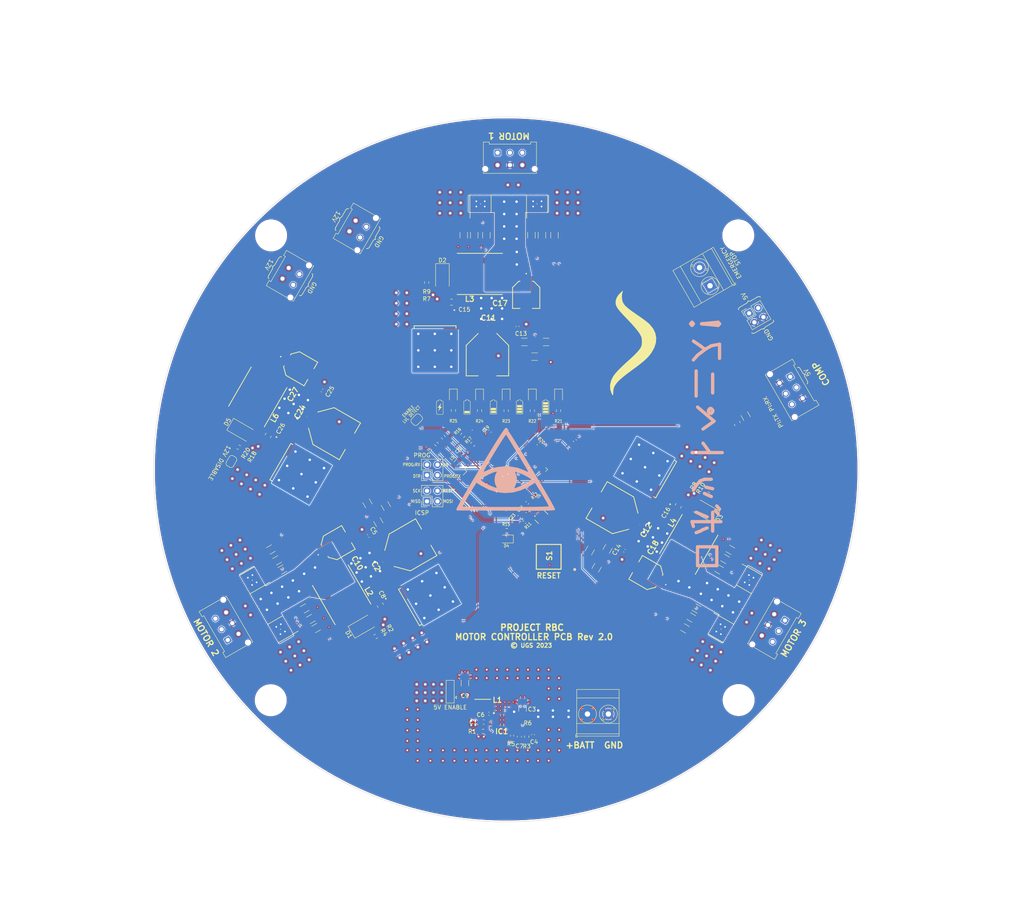
<source format=kicad_pcb>
(kicad_pcb (version 20221018) (generator pcbnew)
  (title_block (title "RBC by UGS") (date "2023-09-06") (rev "2.0"))
  (layers (0 "F.Cu" signal) (1 "In1.Cu" signal) (2 "In2.Cu" signal) (31 "B.Cu" signal) (34 "B.Paste" user) (35 "F.Paste" user) (36 "B.SilkS" user "B.Silkscreen") (37 "F.SilkS" user "F.Silkscreen") (38 "B.Mask" user) (39 "F.Mask" user) (44 "Edge.Cuts" user))
  (net 0 "")
  (net 1 "+BATT")
  (net 2 "GND")
  (net 3 "Net-(IC1-INTVCC)")
  (net 4 "Net-(IC1-TR{slash}SS)")
  (net 5 "+5V")
  (net 6 "Net-(IC1-BST)")
  (net 7 "Net-(IC1-SW)")
  (net 8 "1_IS")
  (net 9 "2_IS")
  (net 10 "+12V")
  (net 11 "Net-(IC1-FB)")
  (net 12 "3_IS")
  (net 13 "+12P")
  (net 14 "Net-(JP1-C)")
  (net 15 "Net-(D1-K)")
  (net 16 "Net-(IC2-CB)")
  (net 17 "+12C")
  (net 18 "Net-(D2-K)")
  (net 19 "Net-(IC3-CB)")
  (net 20 "Net-(D3-K)")
  (net 21 "1_LOUT")
  (net 22 "Net-(IC4-CB)")
  (net 23 "/MCU/DTR")
  (net 24 "/MCU/RESET")
  (net 25 "Net-(D5-K)")
  (net 26 "Net-(IC5-CB)")
  (net 27 "+12LF")
  (net 28 "Net-(D4-A)")
  (net 29 "Net-(D6-A)")
  (net 30 "2_LOUT")
  (net 31 "Net-(D7-A)")
  (net 32 "Net-(D8-A)")
  (net 33 "Net-(D9-A)")
  (net 34 "Net-(D10-A)")
  (net 35 "Net-(IC1-RT)")
  (net 36 "Net-(IC1-PG)")
  (net 38 "1_ROUT")
  (net 39 "Net-(IC2-FB)")
  (net 41 "unconnected-(IC2-TAB-Pad8)")
  (net 43 "Net-(IC3-FB)")
  (net 45 "unconnected-(IC3-TAB-Pad8)")
  (net 46 "2_ROUT")
  (net 48 "Net-(IC4-FB)")
  (net 50 "unconnected-(IC4-TAB-Pad8)")
  (net 52 "Net-(IC5-FB)")
  (net 53 "Net-(IC5-ON{slash}~{OFF})")
  (net 54 "unconnected-(IC5-TAB-Pad8)")
  (net 55 "Net-(IC7-IS)")
  (net 58 "Net-(IC6-EN)")
  (net 59 "Net-(IC6-DEN)")
  (net 60 "Net-(IC6-IS)")
  (net 62 "Net-(IC6-IN)")
  (net 64 "3_LOUT")
  (net 67 "Net-(IC7-EN)")
  (net 68 "Net-(IC7-DEN)")
  (net 70 "Net-(IC7-IN)")
  (net 72 "Net-(IC9-EN)")
  (net 75 "Net-(IC8-EN)")
  (net 76 "Net-(IC8-DEN)")
  (net 78 "Net-(IC8-IN)")
  (net 80 "3_ROUT")
  (net 82 "Net-(IC9-DEN)")
  (net 83 "PI_TX")
  (net 84 "PI_RX")
  (net 85 "2_HALL_A")
  (net 86 "2_HALL_B")
  (net 87 "1_HALL_A")
  (net 88 "1_HALL_B")
  (net 90 "Net-(IC9-IN)")
  (net 91 "3_HALL_A")
  (net 92 "3_HALL_B")
  (net 96 "1_LPWM")
  (net 97 "2_LPWM")
  (net 98 "1_RPWM")
  (net 99 "2_RPWM")
  (net 100 "Net-(IC10-EN)")
  (net 101 "Net-(R26-Pad1)")
  (net 102 "Net-(IC10-DEN)")
  (net 103 "3_LPWM")
  (net 104 "Net-(IC10-IS)")
  (net 105 "3_RPWM")
  (net 107 "Net-(IC10-IN)")
  (net 111 "Net-(IC11-EN)")
  (net 112 "Net-(IC11-DEN)")
  (net 114 "Net-(IC11-IN)")
  (net 117 "/MCU/MISO")
  (net 118 "/MCU/SCK")
  (net 119 "/MCU/MOSI")
  (net 120 "/MCU/PROG_RX")
  (net 121 "/MCU/PROG_TX")
  (net 122 "EXTRA_A")
  (net 123 "STOP")
  (net 124 "BATT_LVL")
  (net 125 "Net-(JP2-B)")
  (net 126 "Net-(U1-OUTPUT)")
  (net 127 "Net-(U1-INPUT)")
  (net 128 "Net-(U2-PJ1)")
  (net 129 "Net-(U2-PB7)")
  (net 130 "5_BATT_IND")
  (net 131 "4_BATT_IND")
  (net 132 "3_BATT_IND")
  (net 133 "2_BATT_IND")
  (net 134 "1_BATT_IND")
  (net 135 "Net-(R27-Pad1)")
  (net 136 "M_EN_DEN")
  (net 137 "Net-(R44-Pad1)")
  (net 193 "Net-(U2-AVCC)")
  (footprint "Capacitor_SMD:C_0402_1005Metric" (layer "F.Cu") (at 257.056342 184.15249 150)
    (fp_text reference "C33" hide)
    (fp_text value "100nF")
  )
  (footprint "Resistor_SMD:R_0603_1608Metric" (layer "F.Cu") (at 248.904235 155.982353 150)
    (fp_text reference "R10")
    (fp_text value "8.87k")
  )
  (footprint "Connector_Molex:Molex_Micro-Fit_3.0_43045-0612_2x03_P3.00mm_Vertical" (layer "F.Cu") (at 132.491 191.3857 120)
    (fp_text reference "J10" hide)
    (fp_text value "Conn_01x06_Pin")
  )
  (footprint "rbc Custom Library:KTW0007B_custom" (layer "F.Cu") (at 241.340165 148.095708 -30)
    (fp_text reference "IC4" hide)
    (fp_text value "LM2678SX-ADJ/NOPB" hide)
  )
  (footprint "Capacitor_SMD:C_0402_1005Metric" (layer "F.Cu") (at 189.398589 146.472589 -45)
    (fp_text reference "C22")
    (fp_text value "100nF")
  )
  (footprint "Resistor_SMD:R_1206_3216Metric" (layer "F.Cu") (at 211.717 93.163 90)
    (fp_text reference "R38" hide)
    (fp_text value "4k7")
  )
  (footprint "Resistor_SMD:R_1206_3216Metric" (layer "F.Cu") (at 206.891 122.627 180)
    (fp_text reference "R26" hide)
    (fp_text value "4k7")
  )
  (footprint "Resistor_SMD:R_1206_3216Metric" (layer "F.Cu") (at 189.715 93.17 90)
    (fp_text reference "R34" hide)
    (fp_text value "4k7")
  )
  (footprint "Resistor_SMD:R_0603_1608Metric_Pad0.98x0.95mm_HandSolder" (layer "F.Cu") (at 194.4185 213.568 180)
    (fp_text reference "R1")
    (fp_text value "18.2k")
  )
  (footprint "Resistor_SMD:R_0603_1608Metric_Pad0.98x0.95mm_HandSolder" (layer "F.Cu") (at 200.143 164.846 180)
    (fp_text reference "R15")
    (fp_text value "300")
  )
  (footprint "SamacSys_Parts:EEHZS1H221P" (layer "F.Cu") (at 226.387121 159.993139 150)
    (fp_text reference "C12")
    (fp_text value "270uF" hide)
  )
  (footprint "SamacSys_Parts:FSM4JSMATR" (layer "F.Cu") (at 210.312 171.196 -90)
    (fp_text reference "S1")
    (fp_text value "RESET")
  )
  (footprint "Diode_SMD:D_SMA" (layer "F.Cu") (at 136.111039 140.771782 -30)
    (fp_text reference "D5")
    (fp_text value "450mV 3A")
  )
  (footprint "Resistor_SMD:R_0402_1005Metric" (layer "F.Cu") (at 204.47 162.814 -135)
    (fp_text reference "R11")
    (fp_text value "10k")
  )
  (footprint "Resistor_SMD:R_1206_3216Metric" (layer "F.Cu") (at 145.713534 174.265803 30)
    (fp_text reference "R43" hide)
    (fp_text value "4k7")
  )
  (footprint "SamacSys_Parts:16SVF180M" (layer "F.Cu") (at 234.25415 175.387046 60)
    (fp_text reference "C18")
    (fp_text value "100uF" hide)
  )
  (footprint "Jumper:SolderJumper-2_P1.3mm_Open_RoundedPad1.0x1.5mm" (layer "F.Cu") (at 178.308 137.922 45)
    (fp_text reference "JP2" hide)
    (fp_text value "SolderJumper_2_Open")
  )
  (footprint "Resistor_SMD:R_1206_3216Metric" (layer "F.Cu") (at 166.372519 158.232218 120)
    (fp_text reference "R29" hide)
    (fp_text value "4k7")
  )
  (footprint "rbc Custom Library:KTW0007B_custom" (layer "F.Cu") (at 177.681 115.15 90)
    (fp_text reference "IC3" hide)
    (fp_text value "LM2678SX-ADJ/NOPB" hide)
  )
  (footprint "MountingHole:MountingHole_4.3mm_M4" (layer "F.Cu") (at 143.002 205.994)
    (fp_text reference "REF**")
    (fp_text value "MountingHole_4.3mm_M4")
  )
  (footprint "Package_QFP:TQFP-100_14x14mm_P0.5mm" (layer "F.Cu") (at 200 150 45)
    (fp_text reference "U2")
    (fp_text value "ATmega2560-16A")
  )
  (footprint "Resistor_SMD:R_0603_1608Metric_Pad0.98x0.95mm_HandSolder" (layer "F.Cu") (at 191.886765 143.901235 45)
    (fp_text reference "R17")
    (fp_text value "18k ±5%")
  )
  (footprint "Resistor_SMD:R_0805_2012Metric_Pad1.20x1.40mm_HandSolder" (layer "F.Cu") (at 256.046263 138.841661 -60)
    (fp_text reference "R13" hide)
    (fp_text value "1k6")
  )
  (footprint "Resistor_SMD:R_1206_3216Metric" (layer "F.Cu") (at 208.669 93.163 -90)
    (fp_text reference "R39" hide)
    (fp_text value "4k7")
  )
  (footprint "SamacSys_Parts:16SVF180M" (layer "F.Cu") (at 149.790566 125.206145 -120)
    (fp_text reference "C27")
    (fp_text value "100uF" hide)
  )
  (footprint "Resistor_SMD:R_0201_0603Metric" (layer "F.Cu") (at 172.711613 188.007847 120)
    (fp_text reference "R2")
    (fp_text value "1k")
  )
  (footprint "Resistor_SMD:R_1206_3216Metric" (layer "F.Cu") (at 246.157466 183.725898 150)
    (fp_text reference "R52" hide)
    (fp_text value "4k7")
  )
  (footprint "Resistor_SMD:R_0603_1608Metric" (layer "F.Cu") (at 135.14048 144.610838 -30)
    (fp_text reference "R20")
    (fp_text value "8.87k")
  )
  (footprint "Resistor_SMD:R_0603_1608Metric" (layer "F.Cu") (at 204.983 214.838 -90)
    (fp_text reference "R3")
    (fp_text value "187k")
  )
  (footprint "MountingHole:MountingHole_4.3mm_M4" (layer "F.Cu") (at 143.002 93.218)
    (fp_text reference "REF**")
    (fp_text value "MountingHole_4.3mm_M4")
  )
  (footprint "Connector_PinHeader_2.54mm:PinHeader_2x02_P2.54mm_Vertical" (layer "F.Cu") (at 180.7972 151.384 90)
    (fp_text reference "J4" hide)
    (fp_text value "PROG")
  )
  (footprint "Resistor_SMD:R_0603_1608Metric_Pad0.98x0.95mm_HandSolder" (layer "F.Cu") (at 212.7 135.7395 90)
    (fp_text reference "R21")
    (fp_text value "300")
  )
  (footprint "Diode_SMD:D_SMA" (layer "F.Cu") (at 247.933676 159.821409 150)
    (fp_text reference "D3")
    (fp_text value "450mV 3A")
  )
  (footprint "SamacSys_Parts:CSTCE16M0V53R0" (layer "F.Cu") (at 208.534 161.544 -135)
    (fp_text reference "U1" hide)
    (fp_text value "CSTCE16M0V53-R0" hide)
  )
  (footprint "MountingHole:MountingHole_4.3mm_M4" (layer "F.Cu") (at 256.286 93.218)
    (fp_text reference "REF**")
    (fp_text value "MountingHole_4.3mm_M4")
  )
  (footprint "Resistor_SMD:R_1206_3216Metric" (layer "F.Cu") (at 224.578729 169.285366 -120)
    (fp_text reference "R46" hide)
    (fp_text value "1k2")
  )
  (footprint "Connector_PinHeader_2.54mm:PinHeader_2x02_P2.54mm_Vertical" (layer "F.Cu") (at 180.7972 157.734 90)
    (fp_text reference "J3" hide)
    (fp_text value "ICSP")
  )
  (footprint "Resistor_SMD:R_0603_1608Metric" (layer "F.Cu") (at 168.366764 190.516347 30)
    (fp_text reference "R4")
    (fp_text value "8.87k")
  )
  (footprint "Capacitor_SMD:C_0402_1005Metric" (layer "F.Cu") (at 139.894657 183.49121 30)
    (fp_text reference "C31" hide)
    (fp_text value "100nF")
  )
  (footprint "Resistor_SMD:R_1206_3216Metric" (layer "F.Cu") (at 206.129 93.163 -90)
    (fp_text reference "R40" hide)
    (fp_text value "4k7")
  )
  (footprint "rbc Custom Library:Infineon_PG-TSDSO-14-22_custom" (layer "F.Cu") (at 193.782 85.536 90)
    (fp_text reference "IC6" hide)
    (fp_text value "BTN70301EPAXUMA1")
  )
  (footprint "Resistor_SMD:R_1206_3216Metric" (layer "F.Cu") (at 254.358403 169.507457 -30)
    (fp_text reference "R49" hide)
    (fp_text value "4k7")
  )
  (footprint "Diode_SMD:D_SMA" (layer "F.Cu") (at 184.539 103.577 -90)
    (fp_text reference "D2")
    (fp_text value "450mV 3A")
  )
  (footprint "LOGO" (layer "F.Cu") (at 183.896 134.974)
    (fp_text reference "G***" hide)
    (fp_text value "LOGO" hide)
  )
  (footprint "Diode_SMD:D_0805_2012Metric" (layer "F.Cu") (at 206.35 132.1835 -90)
    (fp_text reference "D7" hide)
    (fp_text value "Green")
  )
  (footprint "Capacitor_SMD:C_1206_3216Metric" (layer "F.Cu") (at 203.967 207.98 -90)
    (fp_text reference "C3")
    (fp_text value "4.7uF")
  )
  (footprint "Jumper:SolderJumper-3_P2.0mm_Open_TrianglePad1.0x1.5mm" (layer "F.Cu") (at 186.441 203.916 90)
    (fp_text reference "JP1" hide)
    (fp_text value "EN")
  )
  (footprint "Resistor_SMD:R_0603_1608Metric" (layer "F.Cu") (at 180.729 104.656 -90)
    (fp_text reference "R9")
    (fp_text value "8.87k")
  )
  (footprint "Resistor_SMD:R_1206_3216Metric" (layer "F.Cu") (at 221.942479 173.851485 -120)
    (fp_text reference "R45" hide)
    (fp_text value "4k7")
  )
  (footprint "Diode_SMD:D_0805_2012Metric" (layer "F.Cu") (at 200.064501 166.878 180)
    (fp_text reference "D4")
    (fp_text value "LED")
  )
  (footprint "Resistor_SMD:R_1206_3216Metric" (layer "F.Cu") (at 251.618464 174.267168 -30)
    (fp_text reference "R47" hide)
    (fp_text value "4k7")
  )
  (footprint "Capacitor_SMD:C_0402_1005Metric" (layer "F.Cu") (at 196.088 140.716 -135)
    (fp_text reference "C19")
    (fp_text value "100nF")
  )
  (footprint "Diode_SMD:D_0805_2012Metric" (layer "F.Cu") (at 187.198 132.1835 -90)
    (fp_text reference "D10" hide)
    (fp_text value "Red")
  )
  (footprint "Diode_SMD:D_0805_2012Metric" (layer "F.Cu") (at 200 132.1835 -90)
    (fp_text reference "D8" hide)
    (fp_text value "Green")
  )
  (footprint "Resistor_SMD:R_1206_3216Metric" (layer "F.Cu") (at 204.4125 119.071)
    (fp_text reference "R30" hide)
    (fp_text value "1k2")
  )
  (footprint "SamacSys_Parts:INDPM110100X400N" (layer "F.Cu") (at 139.769156 132.403734 60)
    (fp_text reference "L6")
    (fp_text value "22uH" hide)
  )
  (footprint "Resistor_SMD:R_1206_3216Metric" (layer "F.Cu") (at 244.887465 185.925603 150)
    (fp_text reference "R51" hide)
    (fp_text value "4k7")
  )
  (footprint "Resistor_SMD:R_0201_0603Metric" (layer "F.Cu") (at 203.459 211.282 180)
    (fp_text reference "R6")
    (fp_text value "100k")
  )
  (footprint "Resistor_SMD:R_0201_0603Metric" (layer "F.Cu") (at 244.559385 153.473854 -120)
    (fp_text reference "R8")
    (fp_text value "1k")
  )
  (footprint "Resistor_SMD:R_0603_1608Metric_Pad0.98x0.95mm_HandSolder" (layer "F.Cu") (at 206.35 135.7395 90)
    (fp_text reference "R22")
    (fp_text value "300")
  )
  (footprint "Resistor_SMD:R_0603_1608Metric_Pad0.98x0.95mm_HandSolder" (layer "F.Cu") (at 193.548 135.7145 90)
    (fp_text reference "R24")
    (fp_text value "300")
  )
  (footprint "rbc Custom Library:KTW0007B_custom" (layer "F.Cu") (at 178.978834 187.908993 -150)
    (fp_text reference "IC2" hide)
    (fp_text value "LM2678SX-ADJ/NOPB" hide)
  )
  (footprint "Capacitor_SMD:C_0805_2012Metric" (layer "F.Cu") (at 185.614084 141.357417 135)
    (fp_text reference "C32" hide)
    (fp_text value "220nF")
  )
  (footprint "Connector_Molex:Molex_Micro-Fit_3.0_43045-0612_2x03_P3.00mm_Vertical" (layer "F.Cu") (at 197.914 73.152)
    (fp_text reference "J9" hide)
    (fp_text value "Conn_01x06_Pin")
  )
  (footprint "Resistor_SMD:R_1206_3216Metric" (layer "F.Cu") (at 142.919534 169.426453 -150)
    (fp_text reference "R41" hide)
    (fp_text value "4k7")
  )
  (footprint "Diode_SMD:D_SMA" (layer "F.Cu") (at 165.527322 187.75629 30)
    (fp_text reference "D1")
    (fp_text value "450mV 3A")
  )
  (footprint "Connector_Molex:Molex_Micro-Fit_3.0_43045-0612_2x03_P3.00mm_Vertical" (layer "F.Cu") (at 267.595 186.617 -120)
    (fp_text reference "J11" hide)
    (fp_text value "Conn_01x06_Pin")
  )
  (footprint "Connector_PinHeader_2.54mm:PinHeader_2x02_P2.54mm_Vertical" (layer "F.Cu") (at 258.912295 112.100295 30)
    (fp_text reference "J2" hide)
    (fp_text value "Extra")
  )
  (footprint "Capacitor_SMD:C_0402_1005Metric" (layer "F.Cu") (at 203.165389 161.477011 45)
    (fp_text reference "C23")
    (fp_text value "100nF")
  )
  (footprint "Resistor_SMD:R_1206_3216Metric" (layer "F.Cu") (at 153.926596 188.477242 -150)
    (fp_text reference "R36" hide)
    (fp_text value "4k7")
  )
  (footprint "Capacitor_SMD:C_0805_2012Metric" (layer "F.Cu") (at 241.764356 158.822987 60)
    (fp_text reference "C16")
    (fp_text value "10nF")
  )
  (footprint "SamacSys_Parts:16SVF180M" (layer "F.Cu") (at 158.88685 168.126656 -60)
    (fp_text reference "C10")
    (fp_text value "100uF" hide)
  )
  (footprint "Diode_SMD:D_0805_2012Metric" (layer "F.Cu") (at 193.548 132.1835 -90)
    (fp_text reference "D9" hide)
    (fp_text value "Green")
  )
  (footprint "Resistor_SMD:R_0402_1005Metric" (layer "F.Cu") (at 201.427 214.582 90)
    (fp_text reference "R5")
    (fp_text value "1M")
  )
  (footprint "Connector_Molex:Molex_Micro-Fit_3.0_43045-0412_2x02_P3.00mm_Vertical" (layer "F.Cu") (at 161.993924 92.226 60)
    (fp_text reference "J8" hide)
    (fp_text value "Extra 12V")
  )
  (footprint "Resistor_SMD:R_1206_3216Metric" (layer "F.Cu") (at 195.207 93.163 90)
    (fp_text reference "R32" hide)
    (fp_text value "4k7")
  )
  (footprint "Resistor_SMD:R_0402_1005Metric" (layer "F.Cu") (at 216.662 143.002 -60)
    (fp_text reference "R19" hide)
    (fp_text value "10k")
  )
  (footprint "Resistor_SMD:R_0603_1608Metric_Pad0.98x0.95mm_HandSolder" (layer "F.Cu") (at 200 135.7395 90)
    (fp_text reference "R23")
    (fp_text value "300")
  )
  (footprint "Capacitor_SMD:C_0402_1005Metric" (layer "F.Cu") (at 207.772 143.764 135)
    (fp_text reference "C20")
    (fp_text value "100nF")
  )
  (footprint "Resistor_SMD:R_1206_3216Metric" (layer "F.Cu") (at 169.008768 162.798335 120)
    (fp_text reference "R31" hide)
    (fp_text value "1k2")
  )
  (footprint "Connector_Molex:Molex_Micro-Fit_3.0_43045-0612_2x03_P3.00mm_Vertical" (layer "F.Cu") (at 268.890439 127.508 -60)
    (fp_text reference "J6" hide)
    (fp_text value "Raspberry Pi Power/UART")
  )
  (footprint "Resistor_SMD:R_1206_3216Metric" (layer "F.Cu") (at 170.849106 158.873891 -60)
    (fp_text reference "R27" hide)
    (fp_text value "4k7")
  )
  (footprint "Resistor_SMD:R_1206_3216Metric" (layer "F.Cu") (at 152.650533 186.28104 -150)
    (fp_text reference "R37" hide)
    (fp_text value "4k7")
  )
  (footprint "SamacSys_Parts:INDPM110100X400N" (layer "F.Cu") (at 160.10944 180.404245 120)
    (fp_text reference "L2")
    (fp_text value "22uH" hide)
  )
  (footprint "Capacitor_SMD:C_0402_1005Metric" (layer "F.Cu") (at 206.507 214.33 90)
    (fp_text reference "C4")
    (fp_text value "10nF")
  )
  (footprint "rbc Custom Library:Infineon_PG-TSDSO-14-22_custom" (layer "F.Cu") (at 207.498 85.536 90)
    (fp_text reference "IC8" hide)
    (fp_text value "BTN70301EPAXUMA1")
  )
  (footprint "Capacitor_SMD:C_0402_1005Metric" (layer "F.Cu") (at 202.739841 115.293 90)
    (fp_text reference "C13")
    (fp_text value "100nF")
  )
  (footprint "Resistor_SMD:R_0402_1005Metric" (layer "F.Cu") (at 205.125376 158.094624 -135)
    (fp_text reference "R12")
    (fp_text value "1M")
  )
  (footprint "Resistor_SMD:R_1206_3216Metric" (layer "F.Cu") (at 209.685 119.071)
    (fp_text reference "R28" hide)
    (fp_text value "4k7")
  )
  (footprint "Capacitor_SMD:C_0805_2012Metric" (layer "F.Cu") (at 183.896 143.002 135)
    (fp_text reference "C29" hide)
    (fp_text value "220nF")
  )
  (footprint "Resistor_SMD:R_1206_3216Metric" (layer "F.Cu") (at 151.174532 183.724532 -150)
    (fp_text reference "R35" hide)
    (fp_text value "4k7")
  )
  (footprint "SamacSys_Parts:EEHZS1H221P" (layer "F.Cu") (at 176.151878 169.010561 30)
    (fp_text reference "C2")
    (fp_text value "270uF" hide)
  )
  (footprint "Resistor_SMD:R_1206_3216Metric" (layer "F.Cu") (at 192.255 93.163 90)
    (fp_text reference "R33" hide)
    (fp_text value "4k7")
  )
  (footprint "Capacitor_SMD:C_0402_1005Metric" (layer "F.Cu") (at 166.573255 166.135901 -150)
    (fp_text reference "C5")
    (fp_text value "100nF")
  )
  (footprint "SamacSys_Parts:INDC4441X200N" (layer "F.Cu") (at 194.315 205.776 90)
    (fp_text reference "L1")
    (fp_text value "2.2uH" hide)
  )
  (footprint "rbc Custom Library:Infineon_PG-TSDSO-14-22_custom" (layer "F.Cu") (at 252.07814 188.724987 -30)
    (fp_text reference "IC11" hide)
    (fp_text value "BTN70301EPAXUMA1")
  )
  (footprint "TerminalBlock_Phoenix:TerminalBlock_Phoenix_MKDS-3-2-5.08_1x02_P5.08mm_Horizontal" (layer "F.Cu") (at 249.436308 105.432035 120)
    (fp_text reference "J5" hide)
    (fp_text value "External Switch")
  )
  (footprint "LOGO" (layer "F.Cu") (at 196.85 134.764)
    (fp_text reference "G***" hide)
    (fp_text value "LOGO" hide)
  )
  (footprint "Capacitor_SMD:C_0402_1005Metric" (layer "F.Cu") (at 201.049 83.511 90)
    (fp_text reference "C30" hide)
    (fp_text value "100nF")
  )
  (footprint "Capacitor_SMD:C_0402_1005Metric" (layer "F.Cu") (at 204.555411 160.188589 45)
    (fp_text reference "C21")
    (fp_text value "100nF")
  )
  (footprint "Capacitor_SMD:C_1206_3216Metric" (layer "F.Cu") (at 189.997 201.835001 -90)
    (fp_text reference "C9")
    (fp_text value "22uF")
  )
  (footprint "Capacitor_SMD:C_0402_1005Metric" (layer "F.Cu") (at 155.357813 130.867391 150)
    (fp_text reference "C25")
    (fp_text value "100nF")
  )
  (footprint "LOGO" (layer "F.Cu") (at 190.5 134.874)
    (fp_text reference "G***" hide)
    (fp_text value "LOGO" hide)
  )
  (footprint "Resistor_SMD:R_1206_3216Metric" (layer "F.Cu") (at 144.443533 172.0661 30)
    (fp_text reference "R42" hide)
    (fp_text value "4k7")
  )
  (footprint "LOGO" (layer "F.Cu") (at 203.2 134.874)
    (fp_text reference "G***" hide)
    (fp_text value "LOGO" hide)
  )
  (footprint "SamacSys_Parts:EEHZS1H221P" (layer "F.Cu") (at 157.657595 140.600052 -30)
    (fp_text reference "C24")
    (fp_text value "270uF" hide)
  )
  (footprint "Resistor_SMD:R_1206_3216Metric_Pad1.30x1.75mm_HandSolder" (layer "F.Cu") (at 258.078263 137.063661 120)
    (fp_text reference "R14" hide)
    (fp_text value "3k3")
  )
  (footprint "Capacitor_SMD:C_0805_2012Metric" (layer "F.Cu") (at 186.759 109.419 180)
    (fp_text reference "C15")
    (fp_text value "10nF")
  )
  (footprint "Jumper:SolderJumper-2_P1.3mm_Open_RoundedPad1.0x1.5mm" (layer "F.Cu") (at 133.368891 148.061321 60)
    (fp_text reference "JP3" hide)
    (fp_text value "ON")
  )
  (footprint "LOGO" (layer "F.Cu") (at 209.55 134.944)
    (fp_text reference "G***" hide)
    (fp_text value "LOGO" hide)
  )
  (footprint "Capacitor_SMD:C_0603_1608Metric" (layer "F.Cu") (at 203.205 214.838 -90)
    (fp_text reference "C7")
    (fp_text value "10pF")
  )
  (footprint "SamacSys_Parts:SON50P300X300X80-11N-D" (layer "F.Cu") (at 198.911 210.774)
    (fp_text reference "IC1")
    (fp_text value "LT8609AEDDM#PBF" hide)
  )
  (footprint "Resistor_SMD:R_0603_1608Metric_Pad0.98x0.95mm_HandSolder" (layer "F.Cu") (at 189.484 141.732 -135)
    (fp_text reference "R16")
    (fp_text value "82k ±1%")
  )
  (footprint "Resistor_SMD:R_1206_3216Metric" (layer "F.Cu") (at 243.363465 188.565248 -30)
    (fp_text reference "R50" hide)
    (fp_text value "4k7")
  )
  (footprint "Capacitor_SMD:C_0402_1005Metric" (layer "F.Cu") (at 195.811 209.25 180)
    (fp_text reference "C6")
    (fp_text value "100nF")
  )
  (footprint "Capacitor_SMD:C_0603_1608Metric" (layer "F.Cu") (at 194.556 211.282)
    (fp_text reference "C1")
    (fp_text value "1uF")
  )
  (footprint "Inductor_SMD:L_0805_2012Metric" (layer "F.Cu") (at 187.970699 148.325301 45)
    (fp_text reference "L5")
    (fp_text value "10uH")
  )
  (footprint "SamacSys_Parts:INDPM110100X400N" (layer "F.Cu") (at 193.615 102.560999)
    (fp_text reference "L3")
    (fp_text value "22uH" hide)
  )
  (footprint "Resistor_SMD:R_1206_3216Metric" (layer "F.Cu") (at 220.259893 169.65381 60)
    (fp_text reference "R44" hide)
    (fp_text value "4k7")
  )
  (footprint "Capacitor_SMD:C_0402_1005Metric" (layer "F.Cu") (at 228.686902 169.7258 -30)
    (fp_text reference "C14")
    (fp_text value "100nF")
  )
  (footprint "Resistor_SMD:R_1206_3216Metric" (layer "F.Cu") (at 253.094465 171.710662 -30)
    (fp_text reference "R48" hide)
    (fp_text value "4k7")
  )
  (footprint "Resistor_SMD:R_0201_0603Metric" (layer "F.Cu") (at 180.728999 109.673)
    (fp_text reference "R7")
    (fp_text value "1k")
  )
  (footprint "rbc Custom Library:Infineon_PG-TSDSO-14-22_custom" (layer "F.Cu") (at 138.423858 176.893714 -150)
    (fp_text reference "IC9" hide)
    (fp_text value "BTN70301EPAXUMA1")
  )
  (footprint "rbc Custom Library:Infineon_PG-TSDSO-14-22_custom" (layer "F.Cu") (at 145.281858 188.772118 -150)
    (fp_text reference "IC7" hide)
    (fp_text value "BTN70301EPAXUMA1")
  )
  (footprint "Capacitor_SMD:C_0805_2012Metric" (layer "F.Cu") (at 182.312084 144.659417 135)
    (fp_text reference "C28" hide)
    (fp_text value "220nF")
  )
  (footprint "SamacSys_Parts:INDPM110100X400N" (layer "F.Cu") (at 244.275559 168.189456 -120)
    (fp_text reference "L4")
    (fp_text value "22uH" hide)
  )
  (footprint "decals:ugs" (layer "F.Cu") (at 229.87 119.634)
    (fp_text reference "G***" hide)
    (fp_text value "LOGO" hide)
  )
  (footprint "MountingHole:MountingHole_4.3mm_M4" (layer "F.Cu") (at 256.286 205.994)
    (fp_text reference "REF**")
    (fp_text value "MountingHole_4.3mm_M4")
  )
  (footprint "Capacitor_SMD:C_0805_2012Metric" (layer "F.Cu") (at 169.476642 182.912713 -60)
    (fp_text reference "C8")
    (fp_text value "10nF")
  )
  (footprint "Connector_Molex:Molex_Micro-Fit_3.0_43045-0412_2x02_P3.00mm_Vertical" (layer "F.Cu") (at 145.761924 103.714076 60)
    (fp_text reference "J7" hide)
    (fp_text value "Extra 12V")
  )
  (footprint "rbc Custom Library:Infineon_PG-TSDSO-14-22_custom" (layer "F.Cu") (at 258.936142 176.846582 -30)
    (fp_text reference "IC10" hide)
    (fp_text value "BTN70301EPAXUMA1")
  )
  (footprint "Capacitor_SMD:C_0805_2012Metric" (layer "F.Cu") (at 142.280359 141.770205 -120)
    (fp_text reference "C26")
    (fp_text value "10nF")
  )
  (footprint "Resistor_SMD:R_0603_1608Metric_Pad0.98x0.95mm_HandSolder" (layer "F.Cu") (at 187.198 135.691 90)
    (fp_text reference "R25")
    (fp_text value "300")
  )
  (footprint "TerminalBlock_Phoenix:TerminalBlock_Phoenix_MKDS-3-2-5.08_1x02_P5.08mm_Horizontal" (layer "F.Cu") (at 219.705 209.342)
    (fp_text reference "J1" hide)
    (fp_text value "Conn_01x02_Pin")
  )
  (footprint "SamacSys_Parts:16SVF180M" (layer "F.Cu") (at 204.859 107.641 180)
    (fp_text reference "C17")
    (fp_text value "100uF" hide)
  )
  (footprint "Resistor_SMD:R_0201_0603Metric" (layer "F.Cu") (at 139.48533 147.119338 60)
    (fp_text reference "R18")
    (fp_text value "1k")
  )
  (footprint "rbc Custom Library:KTW0007B_custom" (layer "F.Cu") (at 142.704551 152.497484 150)
    (fp_text reference "IC5" hide)
    (fp_text value "LM2678SX-ADJ/NOPB" hide)
  )
  (footprint "SamacSys_Parts:EEHZS1H221P" (layer "F.Cu") (at 195.461 122.151 -90)
    (fp_text reference "C11")
    (fp_text value "270uF" hide)
  )
  (footprint "Diode_SMD:D_0805_2012Metric" (layer "F.Cu") (at 212.7 132.1835 -90)
    (fp_text reference "D6" hide)
    (fp_text value "Green")
  )
  (footprint "LOGO" (layer "B.Cu") (at 200 150 180)
    (fp_text reference "G***" hide)
    (fp_text value "LOGO" hide)
  )
  (gr_rect locked (start 177.3 116.023) (end 188.222 126.437) (stroke (width 0.2)) (fill solid) (layer "B.Cu"))
  (gr_poly locked (pts (xy 226.294835 151.580981) (xy 231.755837 142.12225) (xy 240.774626 147.32925) (xy 235.313624 156.787981)) (stroke (width 0.2)) (fill solid) (layer "B.Cu"))
  (gr_poly locked (pts (xy 240.757082 147.285637) (xy 235.296081 156.744366) (xy 226.277292 151.537366) (xy 231.738293 142.078637)) (stroke (width 0.2)) (fill solid) (layer "B.Cu"))
  (gr_poly locked (pts (xy 179.97748 187.804698) (xy 174.516479 178.345968) (xy 183.535268 173.138968) (xy 188.996268 182.597698)) (stroke (width 0.2)) (fill solid) (layer "B.Cu"))
  (gr_poly locked (pts (xy 157.71788 149.067635) (xy 152.256879 158.526365) (xy 143.238091 153.319365) (xy 148.699091 143.860635)) (stroke (width 0.2)) (fill solid) (layer "B.Cu"))
  (gr_circle locked (center 200 150) (end 285.5 150) (stroke (width 0.1)) (fill none) (layer "Edge.Cuts"))
  (gr_text "ロボットペニス!" (at 243.84 175.768 -90) (layer "B.SilkS") (effects (font (size 7 8) (thickness 0.8)) (justify left bottom mirror)))
  (gr_text locked "MOTOR CONTROLLER PCB Rev 2.0" (at 187.452 191.516) (layer "F.SilkS") (effects (font (size 1.5 1.5) (thickness 0.3) bold) (justify left bottom)))
  (gr_text locked "PROJECT RBC" (at 198.374 189.23) (layer "F.SilkS") (effects (font (size 1.5 1.5) (thickness 0.33) bold) (justify left bottom)))
  (gr_text locked "© UGS 2023" (at 200.914 193.294) (layer "F.SilkS") (effects (font (size 1 1) (thickness 0.22) bold) (justify left bottom)))
  (segment locked (start 190.129235 141.086765) (end 190.754 140.462) (width 0.25) (layer "F.Cu") (net 1))
  (segment locked (start 190.754 140.462) (end 191.77 140.462) (width 0.25) (layer "F.Cu") (net 1))
  (via locked (at 211.328 210.012) (size 1.2) (drill 0.6) (layers "F.Cu" "B.Cu") (net 1))
  (via locked (at 164.667465 171.534975) (size 1.2) (drill 0.6) (layers "F.Cu" "B.Cu") (net 1))
  (via locked (at 193.937 108.403) (size 1.2) (drill 0.6) (layers "F.Cu" "B.Cu") (net 1))
  (via locked (at 199.017 113.483) (size 1.2) (drill 0.6) (layers "F.Cu" "B.Cu") (net 1))
  (via locked (at 196.477 113.483) (size 1.2) (drill 0.6) (layers "F.Cu" "B.Cu") (net 1))
  (via locked (at 149.729182 131.916465) (size 1.2) (drill 0.6) (layers "F.Cu" "B.Cu") (net 1))
  (via locked (at 239.055238 165.547318) (size 1.2) (drill 0.6) (layers "F.Cu" "B.Cu") (net 1))
  (via locked (at 199.017 108.403) (size 1.2) (drill 0.6) (layers "F.Cu" "B.Cu") (net 1))
  (via locked (at 167.207465 175.934384) (size 1.2) (drill 0.6) (layers "F.Cu" "B.Cu") (net 1))
  (via locked (at 207.772 210.012) (size 1.2) (drill 0.6) (layers "F.Cu" "B.Cu") (net 1))
  (via locked (at 151.928886 133.186466) (size 1.2) (drill 0.6) (layers "F.Cu" "B.Cu") (net 1))
  (via locked (at 163.737762 175.00468) (size 1.2) (drill 0.6) (layers "F.Cu" "B.Cu") (net 1))
  (via locked (at 191.77 140.462) (size 0.46) (drill 0.2) (layers "F.Cu" "B.Cu") (net 1))
  (via locked (at 168.137169 172.464679) (size 1.2) (drill 0.6) (layers "F.Cu" "B.Cu") (net 1))
  (via locked (at 165.00776 177.204383) (size 1.2) (drill 0.6) (layers "F.Cu" "B.Cu") (net 1))
  (via locked (at 201.93 208.788) (size 1.2) (drill 0.6) (layers "F.Cu" "B.Cu") (net 1))
  (via locked (at 235.585533 166.477022) (size 1.2) (drill 0.6) (layers "F.Cu" "B.Cu") (net 1))
  (via locked (at 236.855533 164.277316) (size 1.2) (drill 0.6) (layers "F.Cu" "B.Cu") (net 1))
  (via locked (at 166.867169 170.264975) (size 1.2) (drill 0.6) (layers "F.Cu" "B.Cu") (net 1))
  (via locked (at 211.328 208.488) (size 1.2) (drill 0.6) (layers "F.Cu" "B.Cu") (net 1))
  (via locked (at 144.989477 135.045875) (size 1.2) (drill 0.6) (layers "F.Cu" "B.Cu") (net 1))
  (via locked (at 196.477 108.403) (size 1.2) (drill 0.6) (layers "F.Cu" "B.Cu") (net 1))
  (via locked (at 165.937464 173.734678) (size 1.2) (drill 0.6) (layers "F.Cu" "B.Cu") (net 1))
  (via locked (at 150.658886 135.38617) (size 1.2) (drill 0.6) (layers "F.Cu" "B.Cu") (net 1))
  (via locked (at 215.138 210.058) (size 1.2) (drill 0.6) (layers "F.Cu" "B.Cu") (net 1))
  (via locked (at 162.467761 172.804974) (size 1.2) (drill 0.6) (layers "F.Cu" "B.Cu") (net 1))
  (via locked (at 237.791799 167.749655) (size 1.2) (drill 0.6) (layers "F.Cu" "B.Cu") (net 1))
  (via locked (at 234.655829 163.007318) (size 1.2) (drill 0.6) (layers "F.Cu" "B.Cu") (net 1))
  (via locked (at 215.138 208.534) (size 1.2) (drill 0.6) (layers "F.Cu" "B.Cu") (net 1))
  (via locked (at 146.259476 132.84617) (size 1.2) (drill 0.6) (layers "F.Cu" "B.Cu") (net 1))
  (via locked (at 149.388886 137.585875) (size 1.2) (drill 0.6) (layers "F.Cu" "B.Cu") (net 1))
  (via locked (at 232.122392 167.409361) (size 1.2) (drill 0.6) (layers "F.Cu" "B.Cu") (net 1))
  (via locked (at 147.529477 130.646464) (size 1.2) (drill 0.6) (layers "F.Cu" "B.Cu") (net 1))
  (via locked (at 193.937 110.943) (size 1.2) (drill 0.6) (layers "F.Cu" "B.Cu") (net 1))
  (via locked (at 148.459182 134.11617) (size 1.2) (drill 0.6) (layers "F.Cu" "B.Cu") (net 1))
  (via locked (at 234.322096 168.67936) (size 1.2) (drill 0.6) (layers "F.Cu" "B.Cu") (net 1))
  (via locked (at 207.772 208.488) (size 1.2) (drill 0.6) (layers "F.Cu" "B.Cu") (net 1))
  (via locked (at 193.937 113.483) (size 1.2) (drill 0.6) (layers "F.Cu" "B.Cu") (net 1))
  (via locked (at 196.476999 110.943) (size 1.2) (drill 0.6) (layers "F.Cu" "B.Cu") (net 1))
  (via locked (at 236.515238 169.946727) (size 1.2) (drill 0.6) (layers "F.Cu" "B.Cu") (net 1))
  (via locked (at 233.392391 165.209655) (size 1.2) (drill 0.6) (layers "F.Cu" "B.Cu") (net 1))
  (via locked (at 199.017 110.943) (size 1.2) (drill 0.6) (layers "F.Cu" "B.Cu") (net 1))
  (via locked (at 147.189182 136.315875) (size 1.2) (drill 0.6) (layers "F.Cu" "B.Cu") (net 1))
  (via locked (at 169.40717 174.664383) (size 1.2) (drill 0.6) (layers "F.Cu" "B.Cu") (net 1))
  (segment locked (start 228.101538 171.83368) (end 227.728192 170.440334) (width 0.5) (layer "F.Cu") (net 2))
  (segment locked (start 210.348 173.446) (end 205.762 173.446) (width 0.25) (layer "F.Cu") (net 2))
  (segment locked (start 204.151478 159.105834) (end 204.151478 158.394119) (width 0.25) (layer "F.Cu") (net 2))
  (segment locked (start 155.949738 128.762145) (end 156.323085 130.155491) (width 0.5) (layer "F.Cu") (net 2))
  (segment locked (start 201.002001 166.878) (end 201.002001 166.712001) (width 0.25) (layer "F.Cu") (net 2))
  (segment locked (start 195.072 141.478) (end 195.494589 141.055411) (width 0.25) (layer "F.Cu") (net 2))
  (segment locked (start 195.748589 141.055411) (end 196.005158 141.055411) (width 0.25) (layer "F.Cu") (net 2))
  (segment locked (start 204.859 114.752999) (end 203.839 115.773) (width 0.5) (layer "F.Cu") (net 2))
  (segment locked (start 228.094976 171.831046) (end 227.72163 170.437701) (width 0.5) (layer "F.Cu") (net 2))
  (segment locked (start 208.28 142.748) (end 208.109178 142.748) (width 0.25) (layer "F.Cu") (net 2))
  (segment locked (start 210.784 173.446) (end 214.862 173.446) (width 0.25) (layer "F.Cu") (net 2))
  (segment locked (start 190.5 146.05) (end 190.754 146.05) (width 0.25) (layer "F.Cu") (net 2))
  (segment locked (start 195.494589 141.055411) (end 195.748589 141.055411) (width 0.25) (layer "F.Cu") (net 2))
  (segment locked (start 231.829278 173.987046) (end 228.094976 171.831046) (width 1) (layer "F.Cu") (net 2))
  (segment locked (start 210.566 173.228) (end 210.348 173.446) (width 0.25) (layer "F.Cu") (net 2))
  (segment locked (start 165.046024 164.570655) (end 166.439368 164.944) (width 0.5) (layer "F.Cu") (net 2))
  (segment locked (start 189.738 147.516175) (end 190.692707 148.470882) (width 0.25) (layer "F.Cu") (net 2))
  (segment locked (start 156.323085 130.155491) (end 155.773505 131.107391) (width 0.5) (layer "F.Cu") (net 2))
  (segment locked (start 161.311719 166.726655) (end 165.046024 164.570655) (width 1) (layer "F.Cu") (net 2))
  (segment locked (start 205.061178 159.849178) (end 204.894822 159.849178) (width 0.25) (layer "F.Cu") (net 2))
  (segment locked (start 204.859 110.441) (end 204.859 114.752999) (width 1) (layer "F.Cu") (net 2))
  (segment locked (start 155.949738 128.762145) (end 155.949738 128.762145) (width 0.5) (layer "F.Cu") (net 2))
  (segment locked (start 231.835841 173.98968) (end 228.101538 171.83368) (width 1) (layer "F.Cu") (net 2))
  (segment locked (start 196.005158 141.055411) (end 197.056668 142.106921) (width 0.25) (layer "F.Cu") (net 2))
  (segment locked (start 201.002001 166.712001) (end 200.152 165.862) (width 0.25) (layer "F.Cu") (net 2))
  (segment locked (start 207.282518 143.424589) (end 205.771759 144.935348) (width 0.25) (layer "F.Cu") (net 2))
  (segment locked (start 166.439368 164.944) (end 166.988948 165.8959) (width 0.5) (layer "F.Cu") (net 2))
  (segment locked (start 204.894822 159.849178) (end 204.151478 159.105834) (width 0.25) (layer "F.Cu") (net 2))
  (segment locked (start 204.859 114.752999) (end 204.859 114.752999) (width 0.5) (layer "F.Cu") (net 2))
  (segment locked (start 203.839 115.773) (end 202.739841 115.773) (width 0.5) (layer "F.Cu") (net 2))
  (segment locked (start 193.874688 154.711099) (end 195.169787 153.416) (width 0.25) (layer "F.Cu") (net 2))
  (segment locked (start 189.738 146.812) (end 189.738 147.516175) (width 0.25) (layer "F.Cu") (net 2))
  (segment locked (start 227.72163 170.437701) (end 228.27121 169.485801) (width 0.5) (layer "F.Cu") (net 2))
  (segment locked (start 152.215437 126.606145) (end 155.949738 128.762145) (width 1) (layer "F.Cu") (net 2))
  (segment locked (start 208.534 161.544) (end 207.518 160.528) (width 0.25) (layer "F.Cu") (net 2))
  (segment locked (start 189.738 146.812) (end 190.5 146.05) (width 0.25) (layer "F.Cu") (net 2))
  (segment locked (start 207.432589 143.424589) (end 207.282518 143.424589) (width 0.25) (layer "F.Cu") (net 2))
  (segment locked (start 195.169787 153.416) (end 195.326 153.416) (width 0.25) (layer "F.Cu") (net 2))
  (segment locked (start 208.109178 142.748) (end 207.432589 143.424589) (width 0.25) (layer "F.Cu") (net 2))
  (segment locked (start 210.566 173.228) (end 210.784 173.446) (width 0.25) (layer "F.Cu") (net 2))
  (segment locked (start 228.094976 171.831046) (end 228.094976 171.831046) (width 0.5) (layer "F.Cu") (net 2))
  (segment locked (start 205.486 160.274) (end 205.061178 159.849178) (width 0.25) (layer "F.Cu") (net 2))
  (segment locked (start 228.101538 171.83368) (end 228.101538 171.83368) (width 0.5) (layer "F.Cu") (net 2))
  (segment locked (start 227.728192 170.440334) (end 228.277773 169.488434) (width 0.5) (layer "F.Cu") (net 2))
  (segment locked (start 204.151478 158.394119) (end 203.296885 157.539526) (width 0.25) (layer "F.Cu") (net 2))
  (segment locked (start 165.046024 164.570655) (end 165.046024 164.570655) (width 0.5) (layer "F.Cu") (net 2))
  (via locked (at 195.237 218.14) (size 0.8) (drill 0.4) (layers "F.Cu" "B.Cu") (net 2))
  (via locked (at 264.086988 168.405055) (size 1.2) (drill 0.6) (layers "F.Cu" "B.Cu") (net 2))
  (via locked (at 188.976 85.296) (size 1.2) (drill 0.6) (layers "F.Cu" "B.Cu") (net 2))
  (via locked (at 214.884 87.836) (size 1.2) (drill 0.6) (layers "F.Cu" "B.Cu") (net 2))
  (via locked (at 135.80233 153.498481) (size 1.2) (drill 0.6) (layers "F.Cu" "B.Cu") (net 2))
  (via locked (at 176.027 218.14) (size 0.8) (drill 0.4) (layers "F.Cu" "B.Cu") (net 2))
  (via locked (at 203.459 205.186) (size 0.46) (drill 0.2) (layers "F.Cu" "B.Cu") (net 2))
  (via locked (at 197.737 218.14) (size 0.8) (drill 0.4) (layers "F.Cu" "B.Cu") (net 2))
  (via locked (at 138.002034 154.768482) (size 1.2) (drill 0.6) (layers "F.Cu" "B.Cu") (net 2))
  (via locked (at 197.617 208.488) (size 0.46) (drill 0.2) (layers "F.Cu" "B.Cu") (net 2))
  (via locked (at 136.752514 183.11486) (size 1.2) (drill 0.6) (layers "F.Cu" "B.Cu") (net 2))
  (via locked (at 205.291 198.582) (size 0.8) (drill 0.4) (layers "F.Cu" "B.Cu") (net 2))
  (via locked (at 138.487566 144.783516) (size 1.2) (drill 0.6) (layers "F.Cu" "B.Cu") (net 2))
  (via locked (at 178.527 218.14) (size 0.8) (drill 0.4) (layers "F.Cu" "B.Cu") (net 2))
  (via locked (at 192.537 211.028) (size 0.8) (drill 0.4) (layers "F.Cu" "B.Cu") (net 2))
  (via locked (at 202.791 200.614) (size 0.8) (drill 0.4) (layers "F.Cu" "B.Cu") (net 2))
  (via locked (at 202.443 206.71) (size 0.46) (drill 0.2) (layers "F.Cu" "B.Cu") (net 2))
  (via locked (at 212.857 218.154) (size 0.8) (drill 0.4) (layers "F.Cu" "B.Cu") (net 2))
  (via locked (at 198.12 122.428) (size 1.2) (drill 0.6) (layers "F.Cu" "B.Cu") (net 2))
  (via locked (at 217.424 82.756) (size 1.2) (drill 0.6) (layers "F.Cu" "B.Cu") (net 2))
  (via locked (at 212.791 200.614) (size 0.8) (drill 0.4) (layers "F.Cu" "B.Cu") (net 2))
  (via locked (at 210.317 220.654) (size 0.8) (drill 0.4) (layers "F.Cu" "B.Cu") (net 2))
  (via locked (at 198.633 207.472) (size 0.46) (drill 0.2) (layers "F.Cu" "B.Cu") (net 2))
  (via locked (at 197.617 207.472) (size 0.46) (drill 0.2) (layers "F.Cu" "B.Cu") (net 2))
  (via locked (at 197.791 198.582) (size 0.8) (drill 0.4) (layers "F.Cu" "B.Cu") (net 2))
  (via locked (at 192.791 200.614) (size 0.8) (drill 0.4) (layers "F.Cu" "B.Cu") (net 2))
  (via locked (at 191.521 199.852) (size 0.46) (drill 0.2) (layers "F.Cu" "B.Cu") (net 2))
  (via locked (at 203.459 207.472) (size 0.46) (drill 0.2) (layers "F.Cu" "B.Cu") (net 2))
  (via locked (at 208.28 142.748) (size 0.46) (drill 0.2) (layers "F.Cu" "B.Cu") (net 2))
  (via locked (at 204.475 205.186) (size 0.46) (drill 0.2) (layers "F.Cu" "B.Cu") (net 2))
  (via locked (at 184.663 220.68) (size 0.8) (drill 0.4) (layers "F.Cu" "B.Cu") (net 2))
  (via locked (at 200.237 220.68) (size 0.8) (drill 0.4) (layers "F.Cu" "B.Cu") (net 2))
  (via locked (at 217.424 85.296) (size 1.2) (drill 0.6) (layers "F.Cu" "B.Cu") (net 2))
  (via locked (at 246.049244 145.827344) (size 1.2) (drill 0.6) (layers "F.Cu" "B.Cu") (net 2))
  (via locked (at 137.07233 151.298777) (size 1.2) (drill 0.6) (layers "F.Cu" "B.Cu") (net 2))
  (via locked (at 192.791 198.582) (size 0.8) (drill 0.4) (layers "F.Cu" "B.Cu") (net 2))
  (via locked (at 197.737 220.68) (size 0.8) (drill 0.4) (layers "F.Cu" "B.Cu") (net 2))
  (via locked (at 207.737 220.68) (size 0.8) (drill 0.4) (layers "F.Cu" "B.Cu") (net 2))
  (via locked (at 134.872625 150.028777) (size 1.2) (drill 0.6) (layers "F.Cu" "B.Cu") (net 2))
  (via locked (at 189.235 199.09) (size 0.46) (drill 0.2) (layers "F.Cu" "B.Cu") (net 2))
  (via locked (at 145.277308 194.324235) (size 1.2) (drill 0.6) (layers "F.Cu" "B.Cu") (net 2))
  (via locked (at 178.567 210.774) (size 0.8) (drill 0.4) (layers "F.Cu" "B.Cu") (net 2))
  (via locked (at 178.567 213.314) (size 0.8) (drill 0.4) (layers "F.Cu" "B.Cu") (net 2))
  (via locked (at 210.566 173.228) (size 0.46) (drill 0.2) (layers "F.Cu" "B.Cu") (net 2))
  (via locked (at 147.47701 193.054236) (size 1.2) (drill 0.6) (layers "F.Cu" "B.Cu") (net 2))
  (via locked (at 266.286692 169.675056) (size 1.2) (drill 0.6) (layers "F.Cu" "B.Cu") (net 2))
  (via locked (at 139.875448 144.411634) (size 1.2) (drill 0.6) (layers "F.Cu" "B.Cu") (net 2))
  (via locked (at 200.291 198.582) (size 0.8) (drill 0.4) (layers "F.Cu" "B.Cu") (net 2))
  (via locked (at 195.072 141.478) (size 0.46) (drill 0.2) (layers "F.Cu" "B.Cu") (net 2))
  (via locked (at 133.253012 168.417546) (size 1.2) (drill 0.6) (layers "F.Cu" "B.Cu") (net 2))
  (via locked (at 205.486 160.274) (size 0.46) (drill 0.2) (layers "F.Cu" "B.Cu") (net 2))
  (via locked (at 262.816988 170.604761) (size 1.2) (drill 0.6) (layers "F.Cu" "B.Cu") (net 2))
  (via locked (at 175.903 107.133) (size 1.2) (drill 0.6) (layers "F.Cu" "B.Cu") (net 2))
  (via locked (at 132.323307 171.88725) (size 1.2) (drill 0.6) (layers "F.Cu" "B.Cu") (net 2))
  (via locked (at 199.649 206.456) (size 0.46) (drill 0.2) (layers "F.Cu" "B.Cu") (net 2))
  (via locked (at 178.527 220.68) (size 0.8) (drill 0.4) (layers "F.Cu" "B.Cu") (net 2))
  (via locked (at 183.896 82.756) (size 1.2) (drill 0.6) (layers "F.Cu" "B.Cu") (net 2))
  (via locked (at 202.946 80.978) (size 1.2) (drill 0.6) (layers "F.Cu" "B.Cu") (net 2))
  (via locked (at 259.347283 171.534465) (size 1.2) (drill 0.6) (layers "F.Cu" "B.Cu") (net 2))
  (via locked (at 178.567 208.234) (size 0.8) (drill 0.4) (layers "F.Cu" "B.Cu") (net 2))
  (via locked (at 170.18985 187.704025) (size 1.2) (drill 0.6) (layers "F.Cu" "B.Cu") (net 2))
  (via locked (at 200.152 165.862) (size 0.46) (drill 0.2) (layers "F.Cu" "B.Cu") (net 2))
  (via locked (at 176.027 210.774) (size 0.8) (drill 0.4) (layers "F.Cu" "B.Cu") (net 2))
  (via locked (at 150.017011 197.453645) (size 1.2) (drill 0.6) (layers "F.Cu" "B.Cu") (net 2))
  (via locked (at 210.317 205.654) (size 0.8) (drill 0.4) (layers "F.Cu" "B.Cu") (net 2))
  (via locked (at 155.75321 186.067029) (size 0.46) (drill 0.2) (layers "F.Cu" "B.Cu") (net 2))
  (via locked (at 195.326 153.416) (size 0.46) (drill 0.2) (layers "F.Cu" "B.Cu") (net 2))
  (via locked (at 198.633 211.79) (size 0.46) (drill 0.2) (layers "F.Cu" "B.Cu") (net 2))
  (via locked (at 199.903 213.06) (size 0.46) (drill 0.2) (layers "F.Cu" "B.Cu") (net 2))
  (via locked (at 249.862987 193.041746) (size 1.2) (drill 0.6) (layers "F.Cu" "B.Cu") (net 2))
  (via locked (at 200.291 200.614) (size 0.8) (drill 0.4) (layers "F.Cu" "B.Cu") (net 2))
  (via locked (at 199.649 208.488) (size 0.46) (drill 0.2) (layers "F.Cu" "B.Cu") (net 2))
  (via locked (at 193.299 214.838) (size 0.8) (drill 0.4) (layers "F.Cu" "B.Cu") (net 2))
  (via locked (at 149.676717 191.784237) (size 1.2) (drill 0.6) (layers "F.Cu" "B.Cu") (net 2))
  (via locked (at 210.317 215.654) (size 0.8) (drill 0.4) (layers "F.Cu" "B.Cu") (net 2))
  (via locked (at 192.737 220.68) (size 0.8) (drill 0.4) (layers "F.Cu" "B.Cu") (net 2))
  (via locked (at 248.592986 195.24145) (size 1.2) (drill 0.6) (layers "F.Cu" "B.Cu") (net 2))
  (via locked (at 246.393283 193.971451) (size 1.2) (drill 0.6) (layers "F.Cu" "B.Cu") (net 2))
  (via locked (at 223.52 161.798) (size 1.2) (drill 0.6) (layers "F.Cu" "B.Cu") (net 2))
  (via locked (at 157.02321 188.266735) (size 0.46) (drill 0.2) (layers "F.Cu" "B.Cu") (net 2))
  (via locked (at 210.317 203.154) (size 0.8) (drill 0.4) (layers "F.Cu" "B.Cu") (net 2))
  (via locked (at 247.322988 197.441156) (size 1.2) (drill 0.6) (layers "F.Cu" "B.Cu") (net 2))
  (via locked (at 228.101538 171.83368) (size 1.2) (drill 0.6) (layers "F.Cu" "B.Cu") (net 2))
  (via locked (at 199.395 210.774) (size 0.46) (drill 0.2) (layers "F.Cu" "B.Cu") (net 2))
  (via locked (at 258.301484 187.06184) (size 1.2) (drill 0.6) (layers "F.Cu" "B.Cu") (net 2))
  (via locked (at 202.791 198.582) (size 0.8) (drill 0.4) (layers "F.Cu" "B.Cu") (net 2))
  (via locked (at 186.436 82.756) (size 1.2) (drill 0.6) (layers "F.Cu" "B.Cu") (net 2))
  (via locked (at 202.737 220.68) (size 0.8) (drill 0.4) (layers "F.Cu" "B.Cu") (net 2))
  (via locked (at 265.016691 171.874761) (size 1.2) (drill 0.6) (layers "F.Cu" "B.Cu") (net 2))
  (via locked (at 212.857 215.654) (size 0.8) (drill 0.4) (layers "F.Cu" "B.Cu") (net 2))
  (via locked (at 154.229209 183.427385) (size 0.46) (drill 0.2) (layers "F.Cu" "B.Cu") (net 2))
  (via locked (at 165.046024 164.570655) (size 1.2) (drill 0.6) (layers "F.Cu" "B.Cu") (net 2))
  (via locked (at 159.512 138.43) (size 1.2) (drill 0.6) (layers "F.Cu" "B.Cu") (net 2))
  (via locked (at 205.291 200.614) (size 0.8) (drill 0.4) (layers "F.Cu" "B.Cu") (net 2))
  (via locked (at 179.524024 189.647287) (size 1.2) (drill 0.6) (layers "F.Cu" "B.Cu") (net 2))
  (via locked (at 188.976 87.836) (size 1.2) (drill 0.6) (layers "F.Cu" "B.Cu") (net 2))
  (via locked (at 131.053308 169.687545) (size 1.2) (drill 0.6) (layers "F.Cu" "B.Cu") (net 2))
  (via locked (at 212.857 205.654) (size 0.8) (drill 0.4) (layers "F.Cu" "B.Cu") (net 2))
  (via locked (at 201.681 206.456) (size 0.46) (drill 0.2) (layers "F.Cu" "B.Cu") (net 2))
  (via locked (at 178.567 215.854) (size 0.8) (drill 0.4) (layers "F.Cu" "B.Cu") (net 2))
  (via locked (at 249.840353 171.772951) (size 0.46) (drill 0.2) (layers "F.Cu" "B.Cu") (net 2))
  (via locked (at 182.253 107.641) (size 1.2) (drill 0.6) (layers "F.Cu" "B.Cu") (net 2))
  (via locked (at 179.324 170.434) (size 1.2) (drill 0.6) (layers "F.Cu" "B.Cu") (net 2))
  (via locked (at 148.747012 195.253941) (size 1.2) (drill 0.6) (layers "F.Cu" "B.Cu") (net 2))
  (via locked (at 191.521 211.028) (size 0.8) (drill 0.4) (layers "F.Cu" "B.Cu") (net 2))
  (via locked (at 188.976 82.756) (size 1.2) (drill 0.6) (layers "F.Cu" "B.Cu") (net 2))
  (via locked (at 176.027 213.314) (size 0.8) (drill 0.4) (layers "F.Cu" "B.Cu") (net 2))
  (via locked (at 173.363 107.133) (size 1.2) (drill 0.6) (layers "F.Cu" "B.Cu") (net 2))
  (via locked (at 199.395 209.758) (size 0.46) (drill 0.2) (layers "F.Cu" "B.Cu") (net 2))
  (via locked (at 200.665 206.456) (size 0.46) (drill 0.2) (layers "F.Cu" "B.Cu") (net 2))
  (via locked (at 188.349 95.957) (size 0.46) (drill 0.2) (layers "F.Cu" "B.Cu") (net 2))
  (via locked (at 200.406 80.978) (size 1.2) (drill 0.6) (layers "F.Cu" "B.Cu") (net 2))
  (via locked (at 212.857 213.154) (size 0.8) (drill 0.4) (layers "F.Cu" "B.Cu") (net 2))
  (via locked (at 214.884 85.296) (size 1.2) (drill 0.6) (layers "F.Cu" "B.Cu") (net 2))
  (via locked (at 192.537 212.044) (size 0.8) (drill 0.4) (layers "F.Cu" "B.Cu") (net 2))
  (via locked (at 212.857 203.154) (size 0.8) (drill 0.4) (layers "F.Cu" "B.Cu") (net 2))
  (via locked (at 175.124612 192.187286) (size 1.2) (drill 0.6) (layers "F.Cu" "B.Cu") (net 2))
  (via locked (at 205.237 220.68) (size 0.8) (drill 0.4) (layers "F.Cu" "B.Cu") (net 2))
  (via locked (at 199.395 213.822) (size 0.46) (drill 0.2) (layers "F.Cu" "B.Cu") (net 2))
  (via locked (at 195.291 198.582) (size 0.8) (drill 0.4) (layers "F.Cu" "B.Cu") (net 2))
  (via locked (at 205.237 218.14) (size 0.8) (drill 0.4) (layers "F.Cu" "B.Cu") (net 2))
  (via locked (at 198.633 206.456) (size 0.46) (drill 0.2) (layers "F.Cu" "B.Cu") (net 2))
  (via locked (at 183.269 108.657) (size 1.2) (drill 0.6) (layers "F.Cu" "B.Cu") (net 2))
  (via locked (at 205.491 205.948) (size 0.46) (drill 0.2) (layers "F.Cu" "B.Cu") (net 2))
  (via locked (at 184.663 218.14) (size 0.8) (drill 0.4) (layers "F.Cu" "B.Cu") (net 2))
  (via locked (at 242.572977 146.754414) (size 1.2) (drill 0.6) (layers "F.Cu" "B.Cu") (net 2))
  (via locked (at 191.521 212.044) (size 0.8) (drill 0.4) (layers "F.Cu" "B.Cu") (net 2))
  (via locked (at 193.937 95.957) (size 0.46) (drill 0.2) (layers "F.Cu" "B.Cu") (net 2))
  (via locked (at 202.443 205.948) (size 0.46) (drill 0.2) (layers "F.Cu" "B.Cu") (net 2))
  (via locked (at 173.363 114.753) (size 1.2) (drill 0.6) (layers "F.Cu" "B.Cu") (net 2))
  (via locked (at 212.344 82.756) (size 1.2) (drill 0.6) (layers "F.Cu" "B.Cu") (net 2))
  (via locked (at 133.602625 152.228481) (size 1.2) (drill 0.6) (layers "F.Cu" "B.Cu") (net 2))
  (via locked (at 245.563711 155.812309) (size 1.2) (drill 0.6) (layers "F.Cu" "B.Cu") (net 2))
  (via locked (at 198.633 208.488) (size 0.46) (drill 0.2) (layers "F.Cu" "B.Cu") (net 2))
  (via locked (at 205.491 206.71) (size 0.46) (drill 0.2) (layers "F.Cu" "B.Cu") (net 2))
  (via locked (at 217.424 87.836) (size 1.2) (drill 0.6) (layers "F.Cu" "B.Cu") (net 2))
  (via locked (at 133.593307 174.086955) (size 1.2) (drill 0.6) (layers "F.Cu" "B.Cu") (net 2))
  (via locked (at 173.363 109.673) (size 1.2) (drill 0.6) (layers "F.Cu" "B.Cu") (net 2))
  (via locked (at 139.272034 152.568777) (size 1.2) (drill 0.6) (layers "F.Cu" "B.Cu") (net 2))
  (via locked (at 198.633 209.758) (size 0.46) (drill 0.2) (layers "F.Cu" "B.Cu") (net 2))
  (via locked (at 187.457 220.68) (size 0.8) (drill 0.4) (layers "F.Cu" "B.Cu") (net 2))
  (via locked (at 249.172091 150.564414) (size 1.2) (drill 0.6) (layers "F.Cu" "B.Cu") (net 2))
  (via locked (at 212.344 85.296) (size 1.2) (drill 0.6) (layers "F.Cu" "B.Cu") (net 2))
  (via locked (at 260.617283 169.33476) (size 1.2) (drill 0.6) (layers "F.Cu" "B.Cu") (net 2))
  (via locked (at 183.896 87.836) (size 1.2) (drill 0.6) (layers "F.Cu" "B.Cu") (net 2))
  (via locked (at 197.617 206.456) (size 0.46) (drill 0.2) (layers "F.Cu" "B.Cu") (net 2))
  (via locked (at 190.237 218.14) (size 0.8) (drill 0.4) (layers "F.Cu" "B.Cu") (net 2))
  (via locked (at 170.561732 186.316142) (size 1.2) (drill 0.6) (layers "F.Cu" "B.Cu") (net 2))
  (via locked (at 176.027 215.854) (size 0.8) (drill 0.4) (layers "F.Cu" "B.Cu") (net 2))
  (via locked (at 198.633 210.774) (size 0.46) (drill 0.2) (layers "F.Cu" "B.Cu") (net 2))
  (via locked (at 199.649 207.472) (size 0.46) (drill 0.2) (layers "F.Cu" "B.Cu") (net 2))
  (via locked (at 210.317 218.154) (size 0.8) (drill 0.4) (layers "F.Cu" "B.Cu") (net 2))
  (via locked (at 181.615 220.68) (size 0.8) (drill 0.4) (layers "F.Cu" "B.Cu") (net 2))
  (via locked (at 243.849539 144.557345) (size 1.2) (drill 0.6) (layers "F.Cu" "B.Cu") (net 2))
  (via locked (at 194.569 214.838) (size 0.8) (drill 0.4) (layers "F.Cu" "B.Cu") (net 2))
  (via locked (at 207.791 200.614) (size 0.8) (drill 0.4) (layers "F.Cu" "B.Cu") (net 2))
  (via locked (at 172.924909 193.457285) (size 1.2) (drill 0.6) (layers "F.Cu" "B.Cu") (net 2))
  (via locked (at 249.522691 198.711156) (size 1.2) (drill 0.6) (layers "F.Cu" "B.Cu") (net 2))
  (via locked (at 211.328 136.398) (size 0.46) (drill 0.2) (layers "F.Cu" "B.Cu") (net 2))
  (via locked (at 190.237 220.68) (size 0.8) (drill 0.4) (layers "F.Cu" "B.Cu") (net 2))
  (via locked (at 134.523011 170.61725) (size 1.2) (drill 0.6) (layers "F.Cu" "B.Cu") (net 2))
  (via locked (at 200.665 207.472) (size 0.46) (drill 0.2) (layers "F.Cu" "B.Cu") (net 2))
  (via locked (at 192.737 218.14) (size 0.8) (drill 0.4) (layers "F.Cu" "B.Cu") (net 2))
  (via locked (at 210.291 198.582) (size 0.8) (drill 0.4) (layers "F.Cu" "B.Cu") (net 2))
  (via locked (at 207.518 160.528) (size 0.46) (drill 0.2) (layers "F.Cu" "B.Cu") (net 2))
  (via locked (at 261.546987 172.804465) (size 1.2) (drill 0.6) (layers "F.Cu" "B.Cu") (net 2))
  (via locked (at 212.344 87.836) (size 1.2) (drill 0.6) (layers "F.Cu" "B.Cu") (net 2))
  (via locked (at 259.571485 184.862134) (size 1.2) (drill 0.6) (layers "F.Cu" "B.Cu") (net 2))
  (via locked (at 192.029 213.314) (size 0.8) (drill 0.4) (layers "F.Cu" "B.Cu") (net 2))
  (via locked (at 188.473 199.852) (size 0.46) (drill 0.2) (layers "F.Cu" "B.Cu") (net 2))
  (via locked (at 180.79402 191.84699) (size 1.2) (drill 0.6) (layers "F.Cu" "B.Cu") (net 2))
  (via locked (at 190.754 146.05) (size 0.46) (drill 0.2) (layers "F.Cu" "B.Cu") (net 2))
  (via locked (at 140.201739 156.038481) (size 1.2) (drill 0.6) (layers "F.Cu" "B.Cu") (net 2))
  (via locked (at 245.123283 196.171155) (size 1.2) (drill 0.6) (layers "F.Cu" "B.Cu") (net 2))
  (via locked (at 244.772681 148.024415) (size 1.2) (drill 0.6) (layers "F.Cu" "B.Cu") (net 2))
  (via locked (at 152.216716 196.183645) (size 1.2) (drill 0.6) (layers "F.Cu" "B.Cu") (net 2))
  (via locked (at 200.237 218.14) (size 0.8) (drill 0.4) (layers "F.Cu" "B.Cu") (net 2))
  (via locked (at 202.737 218.14) (size 0.8) (drill 0.4) (layers "F.Cu" "B.Cu") (net 2))
  (via locked (at 181.615 218.14) (size 0.8) (drill 0.4) (layers "F.Cu" "B.Cu") (net 2))
  (via locked (at 155.949738 128.762145) (size 1.2) (drill 0.6) (layers "F.Cu" "B.Cu") (net 2))
  (via locked (at 176.394614 194.386992) (size 1.2) (drill 0.6) (layers "F.Cu" "B.Cu") (net 2))
  (via locked (at 195.237 220.68) (size 0.8) (drill 0.4) (layers "F.Cu" "B.Cu") (net 2))
  (via locked (at 173.362999 112.213) (size 1.2) (drill 0.6) (layers "F.Cu" "B.Cu") (net 2))
  (via locked (at 175.903 114.752999) (size 1.2) (drill 0.6) (layers "F.Cu" "B.Cu") (net 2))
  (via locked (at 174.194909 195.65699) (size 1.2) (drill 0.6) (layers "F.Cu" "B.Cu") (net 2))
  (via locked (at 146.547308 196.52394) (size 1.2) (drill 0.6) (layers "F.Cu" "B.Cu") (net 2))
  (via locked (at 177.324318 190.917285) (size 1.2) (drill 0.6) (layers "F.Cu" "B.Cu") (net 2))
  (via locked (at 210.317 213.154) (size 0.8) (drill 0.4) (layers "F.Cu" "B.Cu") (net 2))
  (via locked (at 190.889 95.957) (size 0.46) (drill 0.2) (layers "F.Cu" "B.Cu") (net 2))
  (via locked (at 189.997 199.09) (size 0.46) (drill 0.2) (layers "F.Cu" "B.Cu") (net 2))
  (via locked (at 175.903 109.673) (size 1.2) (drill 0.6) (layers "F.Cu" "B.Cu") (net 2))
  (via locked (at 190.759 199.09) (size 0.46) (drill 0.2) (layers "F.Cu" "B.Cu") (net 2))
  (via locked (at 251.364353 169.133304) (size 0.46) (drill 0.2) (layers "F.Cu" "B.Cu") (net 2))
  (via locked (at 207.737 218.14) (size 0.8) (drill 0.4) (layers "F.Cu" "B.Cu") (net 2))
  (via locked (at 198.633 213.06) (size 0.46) (drill 0.2) (layers "F.Cu" "B.Cu") (net 2))
  (via locked (at 135.793012 172.816955) (size 1.2) (drill 0.6) (layers "F.Cu" "B.Cu") (net 2))
  (via locked (at 261.887283 167.135055) (size 1.2) (drill 0.6) (layers "F.Cu" "B.Cu") (net 2))
  (via locked (at 187.457 218.14) (size 0.8) (drill 0.4) (layers "F.Cu" "B.Cu") (net 2))
  (via locked (at 247.663282 191.771747) (size 1.2) (drill 0.6) (layers "F.Cu" "B.Cu") (net 2))
  (via locked (at 210.82 123.952) (size 0.8) (drill 0.4) (layers "F.Cu" "B.Cu") (net 2))
  (via locked (at 176.027 208.234) (size 0.8) (drill 0.4) (layers "F.Cu" "B.Cu") (net 2))
  (via locked (at 197.791 200.614) (size 0.8) (drill 0.4) (layers "F.Cu" "B.Cu") (net 2))
  (via locked (at 210.291 200.614) (size 0.8) (drill 0.4) (layers "F.Cu" "B.Cu") (net 2))
  (via locked (at 204.859 114.752999) (size 1.2) (drill 0.6) (layers "F.Cu" "B.Cu") (net 2))
  (via locked (at 147.817307 198.723645) (size 1.2) (drill 0.6) (layers "F.Cu" "B.Cu") (net 2))
  (via locked (at 138.022515 185.314567) (size 1.2) (drill 0.6) (layers "F.Cu" "B.Cu") (net 2))
  (via locked (at 150.946716 193.983941) (size 1.2) (drill 0.6) (layers "F.Cu" "B.Cu") (net 2))
  (via locked (at 135.452716 167.147546) (size 1.2) (drill 0.6) (layers "F.Cu" "B.Cu") (net 2))
  (via locked (at 199.395 211.79) (size 0.46) (drill 0.2) (layers "F.Cu" "B.Cu") (net 2))
  (via locked (at 141.471738 153.838776) (size 1.2) (drill 0.6) (layers "F.Cu" "B.Cu") (net 2))
  (via locked (at 252.062692 194.311746) (size 1.2) (drill 0.6) (layers "F.Cu" "B.Cu") (net 2))
  (via locked (at 263.746692 174.074465) (size 1.2) (drill 0.6) (layers "F.Cu" "B.Cu") (net 2))
  (via locked (at 183.896 85.296) (size 1.2) (drill 0.6) (layers "F.Cu" "B.Cu") (net 2))
  (via locked (at 186.436 87.836) (size 1.2) (drill 0.6) (layers "F.Cu" "B.Cu") (net 2))
  (via locked (at 250.792692 196.511451) (size 1.2) (drill 0.6) (layers "F.Cu" "B.Cu") (net 2))
  (via locked (at 175.903 112.213) (size 1.2) (drill 0.6) (layers "F.Cu" "B.Cu") (net 2))
  (via locked (at 214.884 82.756) (size 1.2) (drill 0.6) (layers "F.Cu" "B.Cu") (net 2))
  (via locked (at 186.436 85.296) (size 1.2) (drill 0.6) (layers "F.Cu" "B.Cu") (net 2))
  (via locked (at 246.972386 149.294415) (size 1.2) (drill 0.6) (layers "F.Cu" "B.Cu") (net 2))
  (via locked (at 136.722717 169.347249) (size 1.2) (drill 0.6) (layers "F.Cu" "B.Cu") (net 2))
  (via locked (at 248.242387 147.09471) (size 1.2) (drill 0.6) (layers "F.Cu" "B.Cu") (net 2))
  (via locked (at 188.473 200.614) (size 0.46) (drill 0.2) (layers "F.Cu" "B.Cu") (net 2))
  (via locked (at 204.475 207.472) (size 0.46) (drill 0.2) (layers "F.Cu" "B.Cu") (net 2))
  (via locked (at 252.634352 166.9336) (size 0.46) (drill 0.2) (layers "F.Cu" "B.Cu") (net 2))
  (via locked (at 244.169268 156.181558) (size 1.2) (drill 0.6) (layers "F.Cu" "B.Cu") (net 2))
  (via locked (at 191.521 200.614) (size 0.46) (drill 0.2) (layers "F.Cu" "B.Cu") (net 2))
  (via locked (at 250.448653 148.367344) (size 1.2) (drill 0.6) (layers "F.Cu" "B.Cu") (net 2))
  (via locked (at 207.791 198.582) (size 0.8) (drill 0.4) (layers "F.Cu" "B.Cu") (net 2))
  (via locked (at 195.291 200.614) (size 0.8) (drill 0.4) (layers "F.Cu" "B.Cu") (net 2))
  (via locked (at 137.992716 171.546955) (size 1.2) (drill 0.6) (layers "F.Cu" "B.Cu") (net 2))
  (via locked (at 178.594319 193.116992) (size 1.2) (drill 0.6) (layers "F.Cu" "B.Cu") (net 2))
  (segment locked (start 200.411 211.274) (end 201.673 211.274) (width 0.25) (layer "F.Cu") (net 4))
  (segment locked (start 201.673 211.274) (end 203.459 213.06) (width 0.25) (layer "F.Cu") (net 4))
  (segment locked (start 205.717 213.06) (end 206.507 213.85) (width 0.25) (layer "F.Cu") (net 4))
  (segment locked (start 203.459 213.06) (end 205.717 213.06) (width 0.25) (layer "F.Cu") (net 4))
  (segment locked (start 188.954602 149.076602) (end 188.976 149.098) (width 0.25) (layer "F.Cu") (net 5))
  (segment locked (start 194.056 152.146) (end 194.016072 153.862608) (width 0.25) (layer "F.Cu") (net 5))
  (segment locked (start 206.125312 145.288901) (end 205.110213 146.304) (width 0.25) (layer "F.Cu") (net 5))
  (segment locked (start 204.830624 162.453376) (end 204.830624 161.142624) (width 0.25) (layer "F.Cu") (net 5))
  (segment locked (start 195.072 139.954) (end 194.818 140.208) (width 0.25) (layer "F.Cu") (net 5))
  (segment locked (start 196.427411 140.770557) (end 197.410221 141.753367) (width 0.25) (layer "F.Cu") (net 5))
  (segment locked (start 195.58 139.954) (end 195.072 139.954) (width 0.25) (layer "F.Cu") (net 5))
  (segment locked (start 194.016072 153.862608) (end 193.521134 154.357546) (width 0.25) (layer "F.Cu") (net 5))
  (segment locked (start 203.708 159.512) (end 203.708 158.657747) (width 0.25) (layer "F.Cu") (net 5))
  (segment locked (start 204.216 160.528) (end 203.708 160.02) (width 0.25) (layer "F.Cu") (net 5))
  (segment locked (start 196.427411 140.376589) (end 196.004822 139.954) (width 0.25) (layer "F.Cu") (net 5))
  (segment locked (start 207.310802 144.103411) (end 206.125312 145.288901) (width 0.25) (layer "F.Cu") (net 5))
  (segment locked (start 196.004822 139.954) (end 195.58 139.954) (width 0.25) (layer "F.Cu") (net 5))
  (segment locked (start 203.708 160.02) (end 203.708 159.512) (width 0.25) (layer "F.Cu") (net 5))
  (segment locked (start 203.708 158.657747) (end 202.943332 157.893079) (width 0.25) (layer "F.Cu") (net 5))
  (segment locked (start 187.219398 149.076602) (end 188.954602 149.076602) (width 0.25) (layer "F.Cu") (net 5))
  (segment locked (start 196.427411 140.376589) (end 196.427411 140.770557) (width 0.25) (layer "F.Cu") (net 5))
  (segment locked (start 208.111411 144.103411) (end 207.310802 144.103411) (width 0.25) (layer "F.Cu") (net 5))
  (segment locked (start 205.110213 146.304) (end 204.724 146.304) (width 0.25) (layer "F.Cu") (net 5))
  (segment locked (start 204.830624 161.142624) (end 204.216 160.528) (width 0.25) (layer "F.Cu") (net 5))
  (via locked (at 180.377 204.138) (size 1.2) (drill 0.6) (layers "F.Cu" "B.Cu") (net 5))
  (via locked (at 178.308 204.138) (size 1.2) (drill 0.6) (layers "F.Cu" "B.Cu") (net 5))
  (via locked (at 188.976 149.098) (size 0.46) (drill 0.2) (layers "F.Cu" "B.Cu") (net 5))
  (via locked (at 178.308 206.138) (size 1.2) (drill 0.6) (layers "F.Cu" "B.Cu") (net 5))
  (via locked (at 184.377 202.138) (size 1.2) (drill 0.6) (layers "F.Cu" "B.Cu") (net 5))
  (via locked (at 180.377 206.138) (size 1.2) (drill 0.6) (layers "F.Cu" "B.Cu") (net 5))
  (via locked (at 182.377 202.138) (size 1.2) (drill 0.6) (layers "F.Cu" "B.Cu") (net 5))
  (via locked (at 182.377 204.138) (size 1.2) (drill 0.6) (layers "F.Cu" "B.Cu") (net 5))
  (via locked (at 194.056 152.146) (size 0.46) (drill 0.2) (layers "F.Cu" "B.Cu") (net 5))
  (via locked (at 178.308 202.138) (size 1.2) (drill 0.6) (layers "F.Cu" "B.Cu") (net 5))
  (via locked (at 203.708 159.512) (size 0.46) (drill 0.2) (layers "F.Cu" "B.Cu") (net 5))
  (via locked (at 182.377 206.138) (size 1.2) (drill 0.6) (layers "F.Cu" "B.Cu") (net 5))
  (via locked (at 194.818 140.208) (size 0.46) (drill 0.2) (layers "F.Cu" "B.Cu") (net 5))
  (via locked (at 184.377 206.138) (size 1.2) (drill 0.6) (layers "F.Cu" "B.Cu") (net 5))
  (via locked (at 204.724 146.304) (size 0.46) (drill 0.2) (layers "F.Cu" "B.Cu") (net 5))
  (via locked (at 184.377 204.138) (size 1.2) (drill 0.6) (layers "F.Cu" "B.Cu") (net 5))
  (via locked (at 180.377 202.138) (size 1.2) (drill 0.6) (layers "F.Cu" "B.Cu") (net 5))
  (segment locked (start 196.815 209.774) (end 196.291 209.25) (width 0.25) (layer "F.Cu") (net 6))
  (segment locked (start 197.411 209.774) (end 196.815 209.774) (width 0.25) (layer "F.Cu") (net 6))
  (segment locked (start 200.152 138.684) (end 203.454 135.382) (width 0.25) (layer "F.Cu") (net 8))
  (segment locked (start 203.454 124.6015) (end 205.4285 122.627) (width 0.25) (layer "F.Cu") (net 8))
  (segment locked (start 200.152 144.526) (end 200.152 138.684) (width 0.25) (layer "F.Cu") (net 8))
  (segment locked (start 193.802 149.86) (end 194.818 149.86) (width 0.25) (layer "F.Cu") (net 8))
  (segment locked (start 183.896 146.304) (end 183.956667 146.304) (width 0.25) (layer "F.Cu") (net 8))
  (segment locked (start 193.802 149.86) (end 193.496039 149.86) (width 0.25) (layer "F.Cu") (net 8))
  (segment locked (start 182.983835 145.331168) (end 183.896 146.243333) (width 0.25) (layer "F.Cu") (net 8))
  (segment locked (start 183.896 146.243333) (end 183.896 146.304) (width 0.25) (layer "F.Cu") (net 8))
  (segment locked (start 203.454 135.382) (end 203.454 124.6015) (width 0.25) (layer "F.Cu") (net 8))
  (segment locked (start 193.496039 149.86) (end 191.399814 147.763775) (width 0.25) (layer "F.Cu") (net 8))
  (segment locked (start 183.956667 146.304) (end 183.896 146.243333) (width 0.25) (layer "F.Cu") (net 8))
  (segment locked (start 194.818 149.86) (end 200.152 144.526) (width 0.25) (layer "F.Cu") (net 8))
  (via locked (at 183.896 146.304) (size 0.46) (drill 0.2) (layers "F.Cu" "B.Cu") (net 8))
  (via locked (at 193.802 149.86) (size 0.46) (drill 0.2) (layers "F.Cu" "B.Cu") (net 8))
  (segment locked (start 187.452 149.86) (end 183.896 146.304) (width 0.25) (layer "B.Cu") (net 8))
  (segment locked (start 193.802 149.86) (end 187.452 149.86) (width 0.25) (layer "B.Cu") (net 8))
  (segment locked (start 193.548 149.098) (end 193.441146 149.098) (width 0.25) (layer "F.Cu") (net 9))
  (segment locked (start 171.580356 160.140454) (end 174.957965 158.19039) (width 0.25) (layer "F.Cu") (net 9))
  (segment locked (start 176.53 156.618355) (end 176.53 150.368) (width 0.25) (layer "F.Cu") (net 9))
  (segment locked (start 193.441146 149.098) (end 191.753367 147.410221) (width 0.25) (layer "F.Cu") (net 9))
  (segment locked (start 176.53 150.368) (end 183.224249 143.673751) (width 0.25) (layer "F.Cu") (net 9))
  (segment locked (start 184.567751 143.673751) (end 185.674 144.78) (width 0.25) (layer "F.Cu") (net 9))
  (segment locked (start 174.957965 158.19039) (end 176.53 156.618355) (width 0.25) (layer "F.Cu") (net 9))
  (segment locked (start 183.224249 143.673751) (end 184.567751 143.673751) (width 0.25) (layer "F.Cu") (net 9))
  (via locked (at 193.548 149.098) (size 0.46) (drill 0.2) (layers "F.Cu" "B.Cu") (net 9))
  (via locked (at 185.674 144.78) (size 0.46) (drill 0.2) (layers "F.Cu" "B.Cu") (net 9))
  (segment locked (start 193.548 149.098) (end 189.992 149.098) (width 0.25) (layer "B.Cu") (net 9))
  (segment locked (start 189.992 149.098) (end 185.674 144.78) (width 0.25) (layer "B.Cu") (net 9))
  (segment locked (start 180.728999 101.291) (end 183.015 99.005) (width 1) (layer "F.Cu") (net 10))
  (segment locked (start 183.015 99.005) (end 194.309 99.005) (width 1) (layer "F.Cu") (net 10))
  (segment locked (start 194.309 99.005) (end 197.865 102.561) (width 1) (layer "F.Cu") (net 10))
  (segment locked (start 180.728999 103.831) (end 180.728999 101.291) (width 1) (layer "F.Cu") (net 10))
  (via locked (at 208.569 84.935) (size 0.8) (drill 0.4) (layers "F.Cu" "B.Cu") (net 10))
  (via locked (at 206.537 86.205) (size 0.8) (drill 0.4) (layers "F.Cu" "B.Cu") (net 10))
  (via locked (at 202.525 94.035) (size 1.2) (drill 0.6) (layers "F.Cu" "B.Cu") (net 10))
  (via locked (at 193.783 85.543) (size 0.46) (drill 0.2) (layers "F.Cu" "B.Cu") (net 10))
  (via locked (at 206.537 84.935) (size 0.8) (drill 0.4) (layers "F.Cu" "B.Cu") (net 10))
  (via locked (at 208.569 86.205) (size 0.8) (drill 0.4) (layers "F.Cu" "B.Cu") (net 10))
  (via locked (at 199.525 85.035) (size 1.2) (drill 0.6) (layers "F.Cu" "B.Cu") (net 10))
  (via locked (at 199.525 88.035) (size 1.2) (drill 0.6) (layers "F.Cu" "B.Cu") (net 10))
  (via locked (at 192.767 84.935) (size 0.8) (drill 0.4) (layers "F.Cu" "B.Cu") (net 10))
  (via locked (at 199.525 91.035) (size 1.2) (drill 0.6) (layers "F.Cu" "B.Cu") (net 10))
  (via locked (at 202.525 85.035) (size 1.2) (drill 0.6) (layers "F.Cu" "B.Cu") (net 10))
  (via locked (at 192.767 86.205) (size 0.8) (drill 0.4) (layers "F.Cu" "B.Cu") (net 10))
  (via locked (at 199.525 94.035) (size 1.2) (drill 0.6) (layers "F.Cu" "B.Cu") (net 10))
  (via locked (at 194.799 84.935) (size 0.8) (drill 0.4) (layers "F.Cu" "B.Cu") (net 10))
  (via locked (at 202.525 91.035) (size 1.2) (drill 0.6) (layers "F.Cu" "B.Cu") (net 10))
  (via locked (at 194.799 86.205) (size 0.8) (drill 0.4) (layers "F.Cu" "B.Cu") (net 10))
  (via locked (at 207.499 85.543) (size 0.46) (drill 0.2) (layers "F.Cu" "B.Cu") (net 10))
  (via locked (at 202.573 97.227) (size 1.2) (drill 0.6) (layers "F.Cu" "B.Cu") (net 10))
  (via locked (at 202.525 88.035) (size 1.2) (drill 0.6) (layers "F.Cu" "B.Cu") (net 10))
  (via locked (at 202.573 100.275) (size 1.2) (drill 0.6) (layers "F.Cu" "B.Cu") (net 10))
  (segment locked (start 203.196 214.072) (end 203.205 214.063) (width 0.25) (layer "F.Cu") (net 11))
  (segment locked (start 201.427 214.072) (end 203.196 214.072) (width 0.25) (layer "F.Cu") (net 11))
  (segment locked (start 200.411 213.056) (end 201.427 214.072) (width 0.25) (layer "F.Cu") (net 11))
  (segment locked (start 203.255 214.013) (end 203.205 214.063) (width 0.25) (layer "F.Cu") (net 11))
  (segment locked (start 200.411 211.774) (end 200.411 213.056) (width 0.25) (layer "F.Cu") (net 11))
  (segment locked (start 204.983 214.013) (end 203.255 214.013) (width 0.25) (layer "F.Cu") (net 11))
  (segment locked (start 193.386253 148.336) (end 192.106921 147.056668) (width 0.25) (layer "F.Cu") (net 12))
  (segment locked (start 203.962 153.416) (end 199.898 149.352) (width 0.25) (layer "F.Cu") (net 12))
  (segment locked (start 199.898 149.352) (end 196.596 149.352) (width 0.25) (layer "F.Cu") (net 12))
  (segment locked (start 186.285835 142.029168) (end 186.285835 142.851835) (width 0.25) (layer "F.Cu") (net 12))
  (segment locked (start 193.548 148.336) (end 193.386253 148.336) (width 0.25) (layer "F.Cu") (net 12))
  (segment locked (start 219.949248 168.387248) (end 208.026 156.464) (width 0.25) (layer "F.Cu") (net 12))
  (segment locked (start 186.285835 142.851835) (end 186.944 143.51) (width 0.25) (layer "F.Cu") (net 12))
  (segment locked (start 220.991143 168.387248) (end 219.949248 168.387248) (width 0.25) (layer "F.Cu") (net 12))
  (via locked (at 203.962 153.416) (size 0.46) (drill 0.2) (layers "F.Cu" "B.Cu") (net 12))
  (via locked (at 196.596 149.352) (size 0.46) (drill 0.2) (layers "F.Cu" "B.Cu") (net 12))
  (via locked (at 208.026 156.464) (size 0.46) (drill 0.2) (layers "F.Cu" "B.Cu") (net 12))
  (via locked (at 186.944 143.51) (size 0.46) (drill 0.2) (layers "F.Cu" "B.Cu") (net 12))
  (via locked (at 193.548 148.336) (size 0.46) (drill 0.2) (layers "F.Cu" "B.Cu") (net 12))
  (segment locked (start 207.01 156.464) (end 203.962 153.416) (width 0.25) (layer "B.Cu") (net 12))
  (segment locked (start 193.548 148.336) (end 191.77 148.336) (width 0.25) (layer "B.Cu") (net 12))
  (segment locked (start 191.77 148.336) (end 186.944 143.51) (width 0.25) (layer "B.Cu") (net 12))
  (segment locked (start 196.596 149.352) (end 195.58 148.336) (width 0.25) (layer "B.Cu") (net 12))
  (segment locked (start 208.026 156.464) (end 207.01 156.464) (width 0.25) (layer "B.Cu") (net 12))
  (segment locked (start 195.58 148.336) (end 193.548 148.336) (width 0.25) (layer "B.Cu") (net 12))
  (segment locked (start 249.618705 156.394853) (end 251.81841 157.664854) (width 1) (layer "F.Cu") (net 13))
  (segment locked (start 252.661706 160.790221) (end 247.014706 170.571112) (width 1) (layer "F.Cu") (net 13))
  (segment locked (start 247.014706 170.571112) (end 242.157121 171.872698) (width 1) (layer "F.Cu") (net 13))
  (segment locked (start 252.655145 160.787587) (end 247.008145 170.568478) (width 1) (layer "F.Cu") (net 13))
  (segment locked (start 251.824972 157.667487) (end 252.661706 160.790221) (width 1) (layer "F.Cu") (net 13))
  (segment locked (start 247.008145 170.568478) (end 242.150559 171.870064) (width 1) (layer "F.Cu") (net 13))
  (segment locked (start 251.81841 157.664854) (end 252.655145 160.787587) (width 1) (layer "F.Cu") (net 13))
  (segment locked (start 249.625269 156.397488) (end 251.824972 157.667487) (width 1) (layer "F.Cu") (net 13))
  (via locked (at 257.854832 177.395465) (size 0.8) (drill 0.4) (layers "F.Cu" "B.Cu") (net 13))
  (via locked (at 241.782854 177.092947) (size 1.2) (drill 0.6) (layers "F.Cu" "B.Cu") (net 13))
  (via locked (at 253.907006 180.573301) (size 1.2) (drill 0.6) (layers "F.Cu" "B.Cu") (net 13))
  (via locked (at 247.210853 180.171377) (size 1.2) (drill 0.6) (layers "F.Cu" "B.Cu") (net 13))
  (via locked (at 258.954683 178.030465) (size 0.8) (drill 0.4) (layers "F.Cu" "B.Cu") (net 13))
  (via locked (at 253.085685 188.19587) (size 0.8) (drill 0.4) (layers "F.Cu" "B.Cu") (net 13))
  (via locked (at 255.005082 184.671377) (size 1.2) (drill 0.6) (layers "F.Cu" "B.Cu") (net 13))
  (via locked (at 258.936142 176.846582) (size 0.46) (drill 0.2) (layers "F.Cu" "B.Cu") (net 13))
  (via locked (at 256.505082 182.073301) (size 1.2) (drill 0.6) (layers "F.Cu" "B.Cu") (net 13))
  (via locked (at 252.07814 188.724987) (size 0.46) (drill 0.2) (layers "F.Cu" "B.Cu") (net 13))
  (via locked (at 252.069685 189.955633) (size 0.8) (drill 0.4) (layers "F.Cu" "B.Cu") (net 13))
  (via locked (at 251.985832 187.560872) (size 0.8) (drill 0.4) (layers "F.Cu" "B.Cu") (net 13))
  (via locked (at 258.870832 175.635701) (size 0.8) (drill 0.4) (layers "F.Cu" "B.Cu") (net 13))
  (via locked (at 251.308929 179.0733) (size 1.2) (drill 0.6) (layers "F.Cu" "B.Cu") (net 13))
  (via locked (at 252.407005 183.171378) (size 1.2) (drill 0.6) (layers "F.Cu" "B.Cu") (net 13))
  (via locked (at 244.4225 178.616946) (size 1.2) (drill 0.6) (layers "F.Cu" "B.Cu") (net 13))
  (via locked (at 248.710853 177.573301) (size 1.2) (drill 0.6) (layers "F.Cu" "B.Cu") (net 13))
  (via locked (at 249.80893 181.671376) (size 1.2) (drill 0.6) (layers "F.Cu" "B.Cu") (net 13))
  (via locked (at 259.970683 176.270701) (size 0.8) (drill 0.4) (layers "F.Cu" "B.Cu") (net 13))
  (via locked (at 250.969832 189.320635) (size 0.8) (drill 0.4) (layers "F.Cu" "B.Cu") (net 13))
  (segment locked (start 203.779 211.282) (end 203.779 211.369803) (width 0.25) (layer "F.Cu") (net 14))
  (segment locked (start 201.427 215.092) (end 202.684 215.092) (width 0.25) (layer "F.Cu") (net 14))
  (segment locked (start 200.919 215.6) (end 200.919 216.108) (width 0.25) (layer "F.Cu") (net 14))
  (segment locked (start 203.967 211.557803) (end 203.967 212.044) (width 0.25) (layer "F.Cu") (net 14))
  (segment locked (start 201.427 215.092) (end 200.919 215.6) (width 0.25) (layer "F.Cu") (net 14))
  (segment locked (start 202.684 215.092) (end 203.205 215.613) (width 0.25) (layer "F.Cu") (net 14))
  (segment locked (start 203.779 211.369803) (end 203.967 211.557803) (width 0.25) (layer "F.Cu") (net 14))
  (via locked (at 189.235 204.678) (size 0.8) (drill 0.4) (layers "F.Cu" "B.Cu") (net 14))
  (via locked (at 203.967 212.044) (size 0.46) (drill 0.2) (layers "F.Cu" "B.Cu") (net 14))
  (via locked (at 190.759 204.678) (size 0.8) (drill 0.4) (layers "F.Cu" "B.Cu") (net 14))
  (via locked (at 200.919 216.108) (size 0.46) (drill 0.2) (layers "F.Cu" "B.Cu") (net 14))
  (segment locked (start 170.391585 183.481439) (end 169.951644 183.735439) (width 1) (layer "F.Cu") (net 16))
  (segment locked (start 173.920228 183.49723) (end 172.820377 184.132233) (width 1) (layer "F.Cu") (net 16))
  (segment locked (start 172.820377 184.132233) (end 170.391585 183.481439) (width 1) (layer "F.Cu") (net 16))
  (segment locked (start 162.329855 191.362114) (end 156.682855 181.581223) (width 1) (layer "F.Cu") (net 17))
  (segment locked (start 167.652293 190.928847) (end 165.452589 192.198848) (width 1) (layer "F.Cu") (net 17))
  (segment locked (start 156.682855 181.581223) (end 157.98444 176.723637) (width 1) (layer "F.Cu") (net 17))
  (segment locked (start 165.452589 192.198848) (end 162.329855 191.362114) (width 1) (layer "F.Cu") (net 17))
  (via locked (at 148.270708 176.950958) (size 1.2) (drill 0.6) (layers "F.Cu" "B.Cu") (net 17))
  (via locked (at 139.483728 177.391464) (size 0.8) (drill 0.4) (layers "F.Cu" "B.Cu") (net 17))
  (via locked (at 151.011061 175.31339) (size 1.2) (drill 0.6) (layers "F.Cu" "B.Cu") (net 17))
  (via locked (at 145.268879 189.951634) (size 0.8) (drill 0.4) (layers "F.Cu" "B.Cu") (net 17))
  (via locked (at 140.476479 181.450958) (size 1.2) (drill 0.6) (layers "F.Cu" "B.Cu") (net 17))
  (via locked (at 141.976478 184.049033) (size 1.2) (drill 0.6) (layers "F.Cu" "B.Cu") (net 17))
  (via locked (at 143.074556 179.950958) (size 1.2) (drill 0.6) (layers "F.Cu" "B.Cu") (net 17))
  (via locked (at 137.367877 176.266699) (size 0.8) (drill 0.4) (layers "F.Cu" "B.Cu") (net 17))
  (via locked (at 153.650707 173.789389) (size 1.2) (drill 0.6) (layers "F.Cu" "B.Cu") (net 17))
  (via locked (at 145.352729 187.556871) (size 0.8) (drill 0.4) (layers "F.Cu" "B.Cu") (net 17))
  (via locked (at 138.467728 175.6317) (size 0.8) (drill 0.4) (layers "F.Cu" "B.Cu") (net 17))
  (via locked (at 147.172632 181.049034) (size 1.2) (drill 0.6) (layers "F.Cu" "B.Cu") (net 17))
  (via locked (at 144.252878 188.19187) (size 0.8) (drill 0.4) (layers "F.Cu" "B.Cu") (net 17))
  (via locked (at 145.287421 188.767752) (size 0.46) (drill 0.2) (layers "F.Cu" "B.Cu") (net 17))
  (via locked (at 149.770708 179.549033) (size 1.2) (drill 0.6) (layers "F.Cu" "B.Cu") (net 17))
  (via locked (at 138.429421 176.889347) (size 0.46) (drill 0.2) (layers "F.Cu" "B.Cu") (net 17))
  (via locked (at 146.368729 189.316636) (size 0.8) (drill 0.4) (layers "F.Cu" "B.Cu") (net 17))
  (via locked (at 144.574557 182.549035) (size 1.2) (drill 0.6) (layers "F.Cu" "B.Cu") (net 17))
  (via locked (at 145.672632 178.450958) (size 1.2) (drill 0.6) (layers "F.Cu" "B.Cu") (net 17))
  (via locked (at 138.383877 178.026463) (size 0.8) (drill 0.4) (layers "F.Cu" "B.Cu") (net 17))
  (segment locked (start 184.031 111.705) (end 185.809 109.926999) (width 1) (layer "F.Cu") (net 19))
  (segment locked (start 184.030999 112.975) (end 184.031 111.705) (width 1) (layer "F.Cu") (net 19))
  (segment locked (start 185.809 109.926999) (end 185.809 109.419) (width 1) (layer "F.Cu") (net 19))
  (segment locked (start 241.799415 157.746262) (end 242.239356 158.000262) (width 1) (layer "F.Cu") (net 22))
  (segment locked (start 241.805978 157.748896) (end 242.245917 158.002897) (width 1) (layer "F.Cu") (net 22))
  (segment locked (start 241.148622 155.317469) (end 241.799415 157.746262) (width 1) (layer "F.Cu") (net 22))
  (segment locked (start 240.04877 154.68247) (end 241.148622 155.317469) (width 1) (layer "F.Cu") (net 22))
  (segment locked (start 241.155184 155.320103) (end 241.805978 157.748896) (width 1) (layer "F.Cu") (net 22))
  (segment locked (start 240.055332 154.685103) (end 241.155184 155.320103) (width 1) (layer "F.Cu") (net 22))
  (segment locked (start 202.6412 162.0012) (end 202.825978 161.816422) (width 0.25) (layer "F.Cu") (net 23))
  (segment locked (start 201.5744 162.0012) (end 202.6412 162.0012) (width 0.25) (layer "F.Cu") (net 23))
  (via locked (at 201.5744 162.0012) (size 0.46) (drill 0.2) (layers "F.Cu" "B.Cu") (net 23))
  (segment locked (start 194.5132 162.0012) (end 185.42 152.908) (width 0.25) (layer "B.Cu") (net 23))
  (segment locked (start 182.3212 152.908) (end 180.7972 151.384) (width 0.25) (layer "B.Cu") (net 23))
  (segment locked (start 201.5744 162.0012) (end 194.5132 162.0012) (width 0.25) (layer "B.Cu") (net 23))
  (segment locked (start 185.42 152.908) (end 182.3212 152.908) (width 0.25) (layer "B.Cu") (net 23))
  (segment locked (start 209.880752 168.946) (end 205.506376 164.571624) (width 0.25) (layer "F.Cu") (net 24))
  (segment locked (start 203.084716 158.74157) (end 202.589779 158.246633) (width 0.25) (layer "F.Cu") (net 24))
  (segment locked (start 205.506376 164.571624) (end 204.109376 163.174624) (width 0.25) (layer "F.Cu") (net 24))
  (segment locked (start 205.762 164.827248) (end 205.506376 164.571624) (width 0.25) (layer "F.Cu") (net 24))
  (segment locked (start 214.862 168.946) (end 209.880752 168.946) (width 0.25) (layer "F.Cu") (net 24))
  (segment locked (start 205.762 168.946) (end 205.762 164.827248) (width 0.25) (layer "F.Cu") (net 24))
  (segment locked (start 204.109376 163.174624) (end 203.708 162.773248) (width 0.25) (layer "F.Cu") (net 24))
  (segment locked (start 203.708 161.798) (end 203.708 161.3408) (width 0.25) (layer "F.Cu") (net 24))
  (segment locked (start 203.5048 161.1376) (end 203.084716 160.717516) (width 0.25) (layer "F.Cu") (net 24))
  (segment locked (start 203.708 162.773248) (end 203.708 161.798) (width 0.25) (layer "F.Cu") (net 24))
  (segment locked (start 203.084716 160.717516) (end 203.084716 158.74157) (width 0.25) (layer "F.Cu") (net 24))
  (segment locked (start 203.708 161.3408) (end 203.5048 161.1376) (width 0.25) (layer "F.Cu") (net 24))
  (via locked (at 203.708 162.052) (size 0.46) (drill 0.2) (layers "F.Cu" "B.Cu") (net 24))
  (segment locked (start 203.2 162.56) (end 194.31 162.56) (width 0.25) (layer "B.Cu") (net 24))
  (segment locked (start 186.944 155.194) (end 183.3372 155.194) (width 0.25) (layer "B.Cu") (net 24))
  (segment locked (start 194.31 162.56) (end 186.944 155.194) (width 0.25) (layer "B.Cu") (net 24))
  (segment locked (start 203.708 162.052) (end 203.2 162.56) (width 0.25) (layer "B.Cu") (net 24))
  (segment locked (start 142.896093 145.275722) (end 142.245299 142.846929) (width 1) (layer "F.Cu") (net 26))
  (segment locked (start 143.995946 145.910722) (end 142.896093 145.275722) (width 1) (layer "F.Cu") (net 26))
  (segment locked (start 142.245299 142.846929) (end 141.805359 142.592929) (width 1) (layer "F.Cu") (net 26))
  (segment locked (start 131.389571 139.805604) (end 137.036571 130.024713) (width 1) (layer "F.Cu") (net 27))
  (segment locked (start 134.426009 144.198338) (end 132.226305 142.928338) (width 1) (layer "F.Cu") (net 27))
  (segment locked (start 132.226305 142.928338) (end 131.389571 139.805604) (width 1) (layer "F.Cu") (net 27))
  (segment locked (start 137.036571 130.024713) (end 141.894157 128.723126) (width 1) (layer "F.Cu") (net 27))
  (segment locked (start 199.2305 164.846) (end 199.2305 166.774501) (width 0.25) (layer "F.Cu") (net 28))
  (segment locked (start 199.2305 166.774501) (end 199.127001 166.878) (width 0.25) (layer "F.Cu") (net 28))
  (segment locked (start 212.7 133.121) (end 212.7 134.827) (width 0.25) (layer "F.Cu") (net 29))
  (segment locked (start 206.35 133.121) (end 206.35 134.827) (width 0.25) (layer "F.Cu") (net 31))
  (segment locked (start 200 133.121) (end 200 134.827) (width 0.25) (layer "F.Cu") (net 32))
  (segment locked (start 193.548 133.121) (end 193.548 134.802) (width 0.25) (layer "F.Cu") (net 33))
  (segment locked (start 187.198 133.121) (end 187.198 134.7785) (width 0.25) (layer "F.Cu") (net 34))
  (segment locked (start 196.601 213.568) (end 196.347 213.822) (width 0.25) (layer "F.Cu") (net 35))
  (segment locked (start 196.347 213.822) (end 195.585 213.822) (width 0.25) (layer "F.Cu") (net 35))
  (segment locked (start 196.347 211.282) (end 196.355 211.274) (width 0.25) (layer "F.Cu") (net 35))
  (segment locked (start 196.355 211.274) (end 197.411 211.274) (width 0.25) (layer "F.Cu") (net 35))
  (segment locked (start 195.585 213.822) (end 195.331 213.568) (width 0.25) (layer "F.Cu") (net 35))
  (via locked (at 196.347 211.282) (size 0.46) (drill 0.2) (layers "F.Cu" "B.Cu") (net 35))
  (via locked (at 196.601 213.568) (size 0.46) (drill 0.2) (layers "F.Cu" "B.Cu") (net 35))
  (segment locked (start 196.093 213.06) (end 196.601 213.568) (width 0.25) (layer "B.Cu") (net 35))
  (segment locked (start 196.093 211.536) (end 196.093 213.06) (width 0.25) (layer "B.Cu") (net 35))
  (segment locked (start 196.347 211.282) (end 196.093 211.536) (width 0.25) (layer "B.Cu") (net 35))
  (segment locked (start 202.631 210.774) (end 200.411 210.774) (width 0.25) (layer "F.Cu") (net 36))
  (segment locked (start 203.139 211.282) (end 202.631 210.774) (width 0.25) (layer "F.Cu") (net 36))
  (segment locked (start 173.128425 188.353789) (end 172.871614 188.284976) (width 0.5) (layer "F.Cu") (net 39))
  (segment locked (start 172.871614 188.284976) (end 169.518363 190.220976) (width 0.5) (layer "F.Cu") (net 39))
  (segment locked (start 175.825229 186.796789) (end 173.128425 188.353789) (width 0.5) (layer "F.Cu") (net 39))
  (segment locked (start 169.518363 190.220976) (end 169.081234 190.103847) (width 0.5) (layer "F.Cu") (net 39))
  (via locked (at 180.162181 186.052611) (size 1.2) (drill 0.6) (layers "F.Cu" "B.Cu") (net 41))
  (via locked (at 187.090385 182.052612) (size 1.2) (drill 0.6) (layers "F.Cu" "B.Cu") (net 41))
  (via locked (at 183.090385 175.124408) (size 1.2) (drill 0.6) (layers "F.Cu" "B.Cu") (net 41))
  (via locked (at 185.090386 178.588511) (size 1.2) (drill 0.6) (layers "F.Cu" "B.Cu") (net 41))
  (via locked (at 176.162183 179.124409) (size 1.2) (drill 0.6) (layers "F.Cu" "B.Cu") (net 41))
  (via locked (at 181.626282 180.58851) (size 1.2) (drill 0.6) (layers "F.Cu" "B.Cu") (net 41))
  (via locked (at 183.626283 184.052613) (size 1.2) (drill 0.6) (layers "F.Cu" "B.Cu") (net 41))
  (via locked (at 178.162181 182.588509) (size 1.2) (drill 0.6) (layers "F.Cu" "B.Cu") (net 41))
  (via locked (at 179.626284 177.124408) (size 1.2) (drill 0.6) (layers "F.Cu" "B.Cu") (net 41))
  (segment locked (start 180.409 109.673) (end 180.409 105.801) (width 0.5) (layer "F.Cu") (net 43))
  (segment locked (start 180.409 105.801) (end 180.729 105.481) (width 0.5) (layer "F.Cu") (net 43))
  (segment locked (start 180.221 109.861) (end 180.409 109.673) (width 0.5) (layer "F.Cu") (net 43))
  (segment locked (start 180.221001 112.975) (end 180.221 109.861) (width 0.5) (layer "F.Cu") (net 43))
  (via locked (at 182.697 117.103) (size 1.2) (drill 0.6) (layers "F.Cu" "B.Cu") (net 45))
  (via locked (at 182.697 121.103) (size 1.2) (drill 0.6) (layers "F.Cu" "B.Cu") (net 45))
  (via locked (at 178.697 125.102999) (size 1.2) (drill 0.6) (layers "F.Cu" "B.Cu") (net 45))
  (via locked (at 186.697 121.103) (size 1.2) (drill 0.6) (layers "F.Cu" "B.Cu") (net 45))
  (via locked (at 182.697 125.103) (size 1.2) (drill 0.6) (layers "F.Cu" "B.Cu") (net 45))
  (via locked (at 178.697 121.103) (size 1.2) (drill 0.6) (layers "F.Cu" "B.Cu") (net 45))
  (via locked (at 178.697 117.103) (size 1.2) (drill 0.6) (layers "F.Cu" "B.Cu") (net 45))
  (via locked (at 186.697 117.103) (size 1.2) (drill 0.6) (layers "F.Cu" "B.Cu") (net 45))
  (via locked (at 186.697 125.103) (size 1.2) (drill 0.6) (layers "F.Cu" "B.Cu") (net 45))
  (segment locked (start 241.953771 151.382911) (end 244.650573 152.939912) (width 0.5) (layer "F.Cu") (net 48))
  (segment locked (start 244.725947 153.199358) (end 248.079198 155.135359) (width 0.5) (layer "F.Cu") (net 48))
  (segment locked (start 248.072637 155.132724) (end 248.189764 155.569853) (width 0.5) (layer "F.Cu") (net 48))
  (segment locked (start 244.650573 152.939912) (end 244.719386 153.196724) (width 0.5) (layer "F.Cu") (net 48))
  (segment locked (start 241.960332 151.385546) (end 244.657135 152.942546) (width 0.5) (layer "F.Cu") (net 48))
  (segment locked (start 248.079198 155.135359) (end 248.196325 155.572487) (width 0.5) (layer "F.Cu") (net 48))
  (segment locked (start 244.657135 152.942546) (end 244.725947 153.199358) (width 0.5) (layer "F.Cu") (net 48))
  (segment locked (start 244.719386 153.196724) (end 248.072637 155.132724) (width 0.5) (layer "F.Cu") (net 48))
  (via locked (at 231.676716 152.927293) (size 1.2) (drill 0.6) (layers "F.Cu" "B.Cu") (net 50))
  (via locked (at 230.212614 147.463191) (size 1.2) (drill 0.6) (layers "F.Cu" "B.Cu") (net 50))
  (via locked (at 237.140817 151.463191) (size 1.2) (drill 0.6) (layers "F.Cu" "B.Cu") (net 50))
  (via locked (at 235.683278 146.001723) (size 1.2) (drill 0.6) (layers "F.Cu" "B.Cu") (net 50))
  (via locked (at 232.219176 144.001723) (size 1.2) (drill 0.6) (layers "F.Cu" "B.Cu") (net 50))
  (via locked (at 235.140817 154.927293) (size 1.2) (drill 0.6) (layers "F.Cu" "B.Cu") (net 50))
  (via locked (at 233.683278 149.465825) (size 1.2) (drill 0.6) (layers "F.Cu" "B.Cu") (net 50))
  (via locked (at 239.140817 147.999089) (size 1.2) (drill 0.6) (layers "F.Cu" "B.Cu") (net 50))
  (via locked (at 228.212614 150.927293) (size 1.2) (drill 0.6) (layers "F.Cu" "B.Cu") (net 50))
  (segment locked (start 142.090946 149.210278) (end 139.394142 147.653279) (width 0.5) (layer "F.Cu") (net 52))
  (segment locked (start 135.97208 145.460466) (end 135.854951 145.023338) (width 0.5) (layer "F.Cu") (net 52))
  (segment locked (start 139.394142 147.653279) (end 139.32533 147.396466) (width 0.5) (layer "F.Cu") (net 52))
  (segment locked (start 139.32533 147.396466) (end 135.97208 145.460466) (width 0.5) (layer "F.Cu") (net 52))
  (segment locked (start 135.669164 146.969131) (end 133.693892 147.498403) (width 1) (layer "F.Cu") (net 53))
  (segment locked (start 141.455946 150.310132) (end 135.669164 146.969131) (width 1) (layer "F.Cu") (net 53))
  (via locked (at 146.903898 149.13) (size 1.2) (drill 0.6) (layers "F.Cu" "B.Cu") (net 54))
  (via locked (at 148.903898 145.665899) (size 1.2) (drill 0.6) (layers "F.Cu" "B.Cu") (net 54))
  (via locked (at 150.368 151.13) (size 1.2) (drill 0.6) (layers "F.Cu" "B.Cu") (net 54))
  (via locked (at 152.368 147.665899) (size 1.2) (drill 0.6) (layers "F.Cu" "B.Cu") (net 54))
  (via locked (at 148.368 154.594102) (size 1.2) (drill 0.6) (layers "F.Cu" "B.Cu") (net 54))
  (via locked (at 151.8321 156.594101) (size 1.2) (drill 0.6) (layers "F.Cu" "B.Cu") (net 54))
  (via locked (at 155.832102 149.665899) (size 1.2) (drill 0.6) (layers "F.Cu" "B.Cu") (net 54))
  (via locked (at 144.903898 152.594102) (size 1.2) (drill 0.6) (layers "F.Cu" "B.Cu") (net 54))
  (via locked (at 153.832102 153.13) (size 1.2) (drill 0.6) (layers "F.Cu" "B.Cu") (net 54))
  (segment locked (start 167.103769 159.498779) (end 166.614899 159.781028) (width 0.25) (layer "F.Cu") (net 55))
  (segment locked (start 164.412017 158.777526) (end 142.114922 171.650758) (width 0.25) (layer "F.Cu") (net 55))
  (segment locked (start 166.614899 159.781028) (end 166.170727 161.438699) (width 0.25) (layer "F.Cu") (net 55))
  (segment locked (start 147.745701 187.349617) (end 148.790993 186.746118) (width 0.25) (layer "F.Cu") (net 55))
  (segment locked (start 167.103769 159.498779) (end 164.412017 158.777526) (width 0.25) (layer "F.Cu") (net 55))
  (segment locked (start 141.661403 173.343309) (end 141.891888 173.742518) (width 0.25) (layer "F.Cu") (net 55))
  (segment locked (start 148.790993 186.746118) (end 148.983889 186.026224) (width 0.25) (layer "F.Cu") (net 55))
  (segment locked (start 142.114922 171.650758) (end 141.661403 173.343309) (width 0.25) (layer "F.Cu") (net 55))
  (segment locked (start 168.27752 161.531774) (end 167.103769 159.498779) (width 0.25) (layer "F.Cu") (net 55))
  (segment locked (start 141.891888 173.742518) (end 141.527693 175.101715) (width 0.25) (layer "F.Cu") (net 55))
  (segment locked (start 141.527693 175.101715) (end 140.887701 175.471215) (width 0.25) (layer "F.Cu") (net 55))
  (via locked (at 166.170727 161.438699) (size 0.46) (drill 0.2) (layers "F.Cu" "B.Cu") (net 55))
  (via locked (at 148.983889 186.026224) (size 0.46) (drill 0.2) (layers "F.Cu" "B.Cu") (net 55))
  (segment locked (start 190.0655 91.7075) (end 189.715 91.7075) (width 0.25) (layer "F.Cu") (net 58))
  (segment locked (start 192.482 88.386) (end 192.482 89.291) (width 0.25) (layer "F.Cu") (net 58))
  (segment locked (start 192.482 89.291) (end 190.0655 91.7075) (width 0.25) (layer "F.Cu") (net 58))
  (segment locked (start 193.132 88.386) (end 193.132 90.8235) (width 0.25) (layer "F.Cu") (net 59))
  (segment locked (start 193.132 90.8235) (end 192.255 91.7005) (width 0.25) (layer "F.Cu") (net 59))
  (segment locked (start 208.2235 119.078) (end 208.2235 118.5135) (width 0.25) (layer "F.Cu") (net 60))
  (segment locked (start 208.2225 119.071) (end 210.193 117.1005) (width 0.25) (layer "F.Cu") (net 60))
  (segment locked (start 210.193 117.1005) (end 210.193 91.354033) (width 0.25) (layer "F.Cu") (net 60))
  (segment locked (start 210.193 91.354033) (end 208.953967 90.115) (width 0.25) (layer "F.Cu") (net 60))
  (segment locked (start 205.875 119.071) (end 208.2225 119.071) (width 0.25) (layer "F.Cu") (net 60))
  (segment locked (start 208.493 90.115) (end 207.498 89.12) (width 0.25) (layer "F.Cu") (net 60))
  (segment locked (start 193.783 89.595) (end 194.31 90.122) (width 0.25) (layer "F.Cu") (net 60))
  (segment locked (start 207.498 89.12) (end 207.498 88.381) (width 0.25) (layer "F.Cu") (net 60))
  (segment locked (start 208.953967 90.115) (end 208.493 90.115) (width 0.25) (layer "F.Cu") (net 60))
  (segment locked (start 208.2235 118.5135) (end 207.01 117.3) (width 0.25) (layer "F.Cu") (net 60))
  (segment locked (start 193.783 88.388) (end 193.783 89.595) (width 0.25) (layer "F.Cu") (net 60))
  (via locked (at 207.01 117.3) (size 0.46) (drill 0.2) (layers "F.Cu" "B.Cu") (net 60))
  (via locked (at 194.31 90.122) (size 0.46) (drill 0.2) (layers "F.Cu" "B.Cu") (net 60))
  (segment locked (start 195.082 91.5755) (end 195.082 88.386) (width 0.25) (layer "F.Cu") (net 62))
  (segment locked (start 195.207 91.7005) (end 195.082 91.5755) (width 0.25) (layer "F.Cu") (net 62))
  (segment locked (start 151.383971 187.01229) (end 150.04571 187.01229) (width 0.25) (layer "F.Cu") (net 67))
  (segment locked (start 150.04571 187.01229) (end 148.577264 188.480736) (width 0.25) (layer "F.Cu") (net 67))
  (segment locked (start 148.577264 188.480736) (end 148.407814 188.480736) (width 0.25) (layer "F.Cu") (net 67))
  (segment locked (start 151.362492 189.208492) (end 150.114 187.96) (width 0.25) (layer "F.Cu") (net 68))
  (segment locked (start 152.660034 189.208492) (end 151.362492 189.208492) (width 0.25) (layer "F.Cu") (net 68))
  (segment locked (start 149.352 186.944) (end 148.385965 187.910035) (width 0.25) (layer "F.Cu") (net 68))
  (segment locked (start 148.385965 187.910035) (end 148.07503 187.910035) (width 0.25) (layer "F.Cu") (net 68))
  (via locked (at 150.114 187.96) (size 0.46) (drill 0.2) (layers "F.Cu" "B.Cu") (net 68))
  (via locked (at 149.352 186.944) (size 0.46) (drill 0.2) (layers "F.Cu" "B.Cu") (net 68))
  (segment locked (start 150.114 187.96) (end 149.352 187.198) (width 0.25) (layer "B.Cu") (net 68))
  (segment locked (start 149.352 187.198) (end 149.352 186.944) (width 0.25) (layer "B.Cu") (net 68))
  (segment locked (start 149.862219 184.626536) (end 147.100029 186.221285) (width 0.25) (layer "F.Cu") (net 70))
  (segment locked (start 149.907973 184.455783) (end 149.862219 184.626536) (width 0.25) (layer "F.Cu") (net 70))
  (segment locked (start 141.542029 176.594547) (end 144.352716 174.971798) (width 0.25) (layer "F.Cu") (net 72))
  (segment locked (start 144.352716 174.971798) (end 144.446972 174.997053) (width 0.25) (layer "F.Cu") (net 72))
  (segment locked (start 206.198 91.6315) (end 206.129 91.7005) (width 0.25) (layer "F.Cu") (net 75))
  (segment locked (start 206.198 88.386) (end 206.198 91.6315) (width 0.25) (layer "F.Cu") (net 75))
  (segment locked (start 206.848 89.8795) (end 208.669 91.7005) (width 0.25) (layer "F.Cu") (net 76))
  (segment locked (start 206.848 88.386) (end 206.848 89.8795) (width 0.25) (layer "F.Cu") (net 76))
  (segment locked (start 211.3785 91.7005) (end 211.717 91.7005) (width 0.25) (layer "F.Cu") (net 78))
  (segment locked (start 208.798 89.12) (end 211.3785 91.7005) (width 0.25) (layer "F.Cu") (net 78))
  (segment locked (start 208.798 88.386) (end 208.798 89.12) (width 0.25) (layer "F.Cu") (net 78))
  (segment locked (start 142.51044 175.28488) (end 143.176972 172.797349) (width 0.25) (layer "F.Cu") (net 82))
  (segment locked (start 141.217031 176.03163) (end 142.51044 175.28488) (width 0.25) (layer "F.Cu") (net 82))
  (segment locked (start 210.554 139.446) (end 205.418206 144.581794) (width 0.25) (layer "F.Cu") (net 83))
  (segment locked (start 211.582 139.446) (end 210.554 139.446) (width 0.25) (layer "F.Cu") (net 83))
  (via locked (at 241.808 139.446) (size 0.46) (drill 0.2) (layers "F.Cu" "B.Cu") (net 83))
  (via locked (at 211.582 139.446) (size 0.46) (drill 0.2) (layers "F.Cu" "B.Cu") (net 83))
  (segment locked (start 241.782 139.42) (end 211.608 139.42) (width 0.25) (layer "B.Cu") (net 83))
  (segment locked (start 241.808 139.446) (end 241.782 139.42) (width 0.25) (layer "B.Cu") (net 83))
  (segment locked (start 211.608 139.42) (end 211.582 139.446) (width 0.25) (layer "B.Cu") (net 83))
  (segment locked (start 256.546263 139.707686) (end 257.212238 139.707686) (width 0.25) (layer "F.Cu") (net 84))
  (segment locked (start 258.853263 138.406) (end 260.992863 138.406) (width 0.25) (layer "F.Cu") (net 84))
  (segment locked (start 263.285962 136.112904) (end 263.285961 136.112903) (width 0.25) (layer "F.Cu") (net 84))
  (segment locked (start 257.212238 139.707686) (end 258.513924 138.406) (width 0.25) (layer "F.Cu") (net 84))
  (segment locked (start 263.285961 136.112903) (end 267.792363 131.6065) (width 0.25) (layer "F.Cu") (net 84))
  (segment locked (start 260.992863 138.406) (end 262.437431 136.961432) (width 0.25) (layer "F.Cu") (net 84))
  (segment locked (start 262.578855 135.830062) (end 262.578855 135.830061) (width 0.25) (layer "F.Cu") (net 84))
  (segment locked (start 262.578855 135.830061) (end 262.861698 136.112904) (width 0.25) (layer "F.Cu") (net 84))
  (segment locked (start 262.437431 136.537168) (end 262.154589 136.254326) (width 0.25) (layer "F.Cu") (net 84))
  (segment locked (start 258.513924 138.406) (end 258.853263 138.406) (width 0.25) (layer "F.Cu") (net 84))
  (arc locked (start 262.154589 136.254326) (mid 262.066721 136.042194) (end 262.154589 135.830062) (width 0.25) (layer "F.Cu") (net 84))
  (arc locked (start 262.437431 136.961432) (mid 262.525299 136.7493) (end 262.437431 136.537168) (width 0.25) (layer "F.Cu") (net 84))
  (arc locked (start 262.154589 135.830062) (mid 262.366723 135.742193) (end 262.578855 135.830062) (width 0.25) (layer "F.Cu") (net 84))
  (arc locked (start 262.861698 136.112904) (mid 263.07383 136.200772) (end 263.285962 136.112904) (width 0.25) (layer "F.Cu") (net 84))
  (segment locked (start 202.946 151.13) (end 203.201077 150.874923) (width 0.25) (layer "F.Cu") (net 85))
  (segment locked (start 203.754 150.576) (end 203.754 150.176) (width 0.25) (layer "F.Cu") (net 85))
  (segment locked (start 205.825747 150.876) (end 207.893079 152.943332) (width 0.25) (layer "F.Cu") (net 85))
  (segment locked (start 191.77 162.311682) (end 183.901682 170.18) (width 0.25) (layer "F.Cu") (net 85))
  (segment locked (start 204.354 150.176) (end 204.354 150.576) (width 0.25) (layer "F.Cu") (net 85))
  (segment locked (start 203.201077 150.874923) (end 203.501345 150.874923) (width 0.25) (layer "F.Cu") (net 85))
  (segment locked (start 204.654 150.876) (end 205.825747 150.876) (width 0.25) (layer "F.Cu") (net 85))
  (via locked (at 202.946 151.13) (size 0.46) (drill 0.2) (layers "F.Cu" "B.Cu") (net 85))
  (via locked (at 183.896 170.18) (size 0.46) (drill 0.2) (layers "F.Cu" "B.Cu") (net 85))
  (via locked (at 191.77 162.311682) (size 0.46) (drill 0.2) (layers "F.Cu" "B.Cu") (net 85))
  (arc locked (start 203.754 150.176) (mid 203.841868 149.963868) (end 204.054 149.876) (width 0.25) (layer "F.Cu") (net 85))
  (arc locked (start 204.054 149.876) (mid 204.266132 149.963868) (end 204.354 150.176) (width 0.25) (layer "F.Cu") (net 85))
  (arc locked (start 204.354 150.576) (mid 204.441868 150.788132) (end 204.654 150.876) (width 0.25) (layer "F.Cu") (net 85))
  (arc locked (start 203.501345 150.874923) (mid 203.682122 150.770834) (end 203.754 150.576) (width 0.25) (layer "F.Cu") (net 85))
  (segment locked (start 205.508427 147.32) (end 206.832419 145.996008) (width 0.25) (layer "F.Cu") (net 86))
  (segment locked (start 145.542 165.862) (end 164.084 147.32) (width 0.25) (layer "F.Cu") (net 86))
  (segment locked (start 164.084 147.32) (end 176.022 147.32) (width 0.25) (layer "F.Cu") (net 86))
  (segment locked (start 202.438 147.32) (end 205.508427 147.32) (width 0.25) (layer "F.Cu") (net 86))
  (via locked (at 202.438 147.32) (size 0.46) (drill 0.2) (layers "F.Cu" "B.Cu") (net 86))
  (via locked (at 176.022 147.32) (size 0.46) (drill 0.2) (layers "F.Cu" "B.Cu") (net 86))
  (via locked (at 145.542 165.862) (size 0.46) (drill 0.2) (layers "F.Cu" "B.Cu") (net 86))
  (segment locked (start 205.486 149.606) (end 205.486 149.829146) (width 0.25) (layer "F.Cu") (net 87))
  (segment locked (start 205.486 149.829146) (end 208.246633 152.589779) (width 0.25) (layer "F.Cu") (net 87))
  (via locked (at 205.486 149.606) (size 0.46) (drill 0.2) (layers "F.Cu" "B.Cu") (net 87))
  (segment locked (start 209.55 144.018) (end 208.788 144.78) (width 0.25) (layer "F.Cu") (net 88))
  (segment locked (start 215.33 135.822) (end 214.93 135.822) (width 0.25) (layer "F.Cu") (net 88))
  (segment locked (start 214.63 135.232276) (end 214.63 101.854) (width 0.25) (layer "F.Cu") (net 88))
  (segment locked (start 214.63 135.522) (end 214.63 135.232276) (width 0.25) (layer "F.Cu") (net 88))
  (segment locked (start 214.93 136.422) (end 215.33 136.422) (width 0.25) (layer "F.Cu") (net 88))
  (segment locked (start 208.788 144.78) (end 207.34132 144.78) (width 0.25) (layer "F.Cu") (net 88))
  (segment locked (start 207.34132 144.78) (end 206.478866 145.642454) (width 0.25) (layer "F.Cu") (net 88))
  (segment locked (start 215.33 137.022) (end 214.93 137.022) (width 0.25) (layer "F.Cu") (net 88))
  (segment locked (start 214.63 101.854) (end 212.852 100.076) (width 0.25) (layer "F.Cu") (net 88))
  (segment locked (start 214.63 138.938) (end 214.63 137.922) (width 0.25) (layer "F.Cu") (net 88))
  (segment locked (start 214.93 137.622) (end 215.33 137.622) (width 0.25) (layer "F.Cu") (net 88))
  (via locked (at 209.55 144.018) (size 0.46) (drill 0.2) (layers "F.Cu" "B.Cu") (net 88))
  (via locked (at 214.63 138.938) (size 0.46) (drill 0.2) (layers "F.Cu" "B.Cu") (net 88))
  (via locked (at 212.852 100.076) (size 0.46) (drill 0.2) (layers "F.Cu" "B.Cu") (net 88))
  (arc locked (start 215.63 137.322) (mid 215.542132 137.109868) (end 215.33 137.022) (width 0.25) (layer "F.Cu") (net 88))
  (arc locked (start 214.63 137.922) (mid 214.717868 137.709868) (end 214.93 137.622) (width 0.25) (layer "F.Cu") (net 88))
  (arc locked (start 214.63 136.722) (mid 214.717868 136.509868) (end 214.93 136.422) (width 0.25) (layer "F.Cu") (net 88))
  (arc locked (start 214.93 135.822) (mid 214.717868 135.734132) (end 214.63 135.522) (width 0.25) (layer "F.Cu") (net 88))
  (arc locked (start 214.93 137.022) (mid 214.717868 136.934132) (end 214.63 136.722) (width 0.25) (layer "F.Cu") (net 88))
  (arc locked (start 215.33 137.622) (mid 215.542132 137.534132) (end 215.63 137.322) (width 0.25) (layer "F.Cu") (net 88))
  (arc locked (start 215.63 136.122) (mid 215.542132 135.909868) (end 215.33 135.822) (width 0.25) (layer "F.Cu") (net 88))
  (arc locked (start 215.33 136.422) (mid 215.542132 136.334132) (end 215.63 136.122) (width 0.25) (layer "F.Cu") (net 88))
  (segment locked (start 140.877693 173.975881) (end 141.822222 170.450852) (width 0.25) (layer "F.Cu") (net 90))
  (segment locked (start 141.822222 170.450852) (end 141.652972 170.157702) (width 0.25) (layer "F.Cu") (net 90))
  (segment locked (start 140.242032 174.34288) (end 140.877693 173.975881) (width 0.25) (layer "F.Cu") (net 90))
  (segment locked (start 209.974264 156.718) (end 210.257107 156.435158) (width 0.25) (layer "F.Cu") (net 91))
  (segment locked (start 218.44 175.514) (end 217.424 174.498) (width 0.25) (layer "F.Cu") (net 91))
  (segment locked (start 210.68137 156.859423) (end 210.681371 156.859422) (width 0.25) (layer "F.Cu") (net 91))
  (segment locked (start 211.529896 157.707949) (end 211.529897 157.707948) (width 0.25) (layer "F.Cu") (net 91))
  (segment locked (start 212.484486 159.652487) (end 212.484487 159.652487) (width 0.25) (layer "F.Cu") (net 91))
  (segment locked (start 207.539526 153.296885) (end 208.28 154.037359) (width 0.25) (layer "F.Cu") (net 91))
  (segment locked (start 211.529897 157.707948) (end 210.858144 158.379697) (width 0.25) (layer "F.Cu") (net 91))
  (segment locked (start 210.009618 157.884725) (end 210.080328 157.955435) (width 0.25) (layer "F.Cu") (net 91))
  (segment locked (start 210.858144 158.733251) (end 210.928854 158.803961) (width 0.25) (layer "F.Cu") (net 91))
  (segment locked (start 209.974265 156.717999) (end 209.974264 156.718) (width 0.25) (layer "F.Cu") (net 91))
  (segment locked (start 210.610658 157.778658) (end 211.105631 157.283682) (width 0.25) (layer "F.Cu") (net 91))
  (segment locked (start 210.433882 157.955435) (end 210.610658 157.778658) (width 0.25) (layer "F.Cu") (net 91))
  (segment locked (start 211.459184 158.627184) (end 211.954157 158.132208) (width 0.25) (layer "F.Cu") (net 91))
  (segment locked (start 211.70667 159.581777) (end 211.77738 159.652487) (width 0.25) (layer "F.Cu") (net 91))
  (segment locked (start 210.681371 156.859422) (end 210.009618 157.531171) (width 0.25) (layer "F.Cu") (net 91))
  (segment locked (start 211.282408 158.803961) (end 211.459184 158.627184) (width 0.25) (layer "F.Cu") (net 91))
  (segment locked (start 217.424 174.498) (end 217.424 166.878) (width 0.25) (layer "F.Cu") (net 91))
  (segment locked (start 208.28 155.448) (end 209.55 156.718) (width 0.25) (layer "F.Cu") (net 91))
  (segment locked (start 212.378423 158.556474) (end 211.70667 159.228223) (width 0.25) (layer "F.Cu") (net 91))
  (segment locked (start 212.484487 159.652487) (end 217.424 164.592) (width 0.25) (layer "F.Cu") (net 91))
  (segment locked (start 208.28 154.037359) (end 208.28 155.448) (width 0.25) (layer "F.Cu") (net 91))
  (segment locked (start 212.378422 158.556475) (end 212.378423 158.556474) (width 0.25) (layer "F.Cu") (net 91))
  (segment locked (start 239.014 186.182) (end 229.108 186.182) (width 0.25) (layer "F.Cu") (net 91))
  (segment locked (start 229.108 186.182) (end 218.44 175.514) (width 0.25) (layer "F.Cu") (net 91))
  (via locked (at 217.424 164.592) (size 0.46) (drill 0.2) (layers "F.Cu" "B.Cu") (net 91))
  (via locked (at 239.014 186.182) (size 0.46) (drill 0.2) (layers "F.Cu" "B.Cu") (net 91))
  (via locked (at 217.424 166.878) (size 0.46) (drill 0.2) (layers "F.Cu" "B.Cu") (net 91))
  (arc locked (start 211.77738 159.652487) (mid 211.954157 159.72571) (end 212.130934 159.652487) (width 0.25) (layer "F.Cu") (net 91))
  (arc locked (start 210.080328 157.955435) (mid 210.257105 158.028658) (end 210.433882 157.955435) (width 0.25) (layer "F.Cu") (net 91))
  (arc locked (start 211.70667 159.228223) (mid 211.633447 159.405) (end 211.70667 159.581777) (width 0.25) (layer "F.Cu") (net 91))
  (arc locked (start 212.130934 159.652487) (mid 212.30771 159.579264) (end 212.484486 159.652487) (width 0.25) (layer "F.Cu") (net 91))
  (arc locked (start 211.529897 157.283684) (mid 211.617764 157.495816) (end 211.529896 157.707949) (width 0.25) (layer "F.Cu") (net 91))
  (arc locked (start 212.378423 158.13221) (mid 212.46629 158.344342) (end 212.378422 158.556475) (width 0.25) (layer "F.Cu") (net 91))
  (arc locked (start 210.928854 158.803961) (mid 211.105631 158.877184) (end 211.282408 158.803961) (width 0.25) (layer "F.Cu") (net 91))
  (arc locked (start 210.858144 158.379697) (mid 210.784921 158.556474) (end 210.858144 158.733251) (width 0.25) (layer "F.Cu") (net 91))
  (arc locked (start 210.681371 156.435158) (mid 210.769238 156.64729) (end 210.68137 156.859423) (width 0.25) (layer "F.Cu") (net 91))
  (arc locked (start 209.55 156.718) (mid 209.762134 156.805869) (end 209.974265 156.717999) (width 0.25) (layer "F.Cu") (net 91))
  (arc locked (start 211.954157 158.132208) (mid 212.166291 158.044342) (end 212.378423 158.13221) (width 0.25) (layer "F.Cu") (net 91))
  (arc locked (start 210.009618 157.531171) (mid 209.936395 157.707948) (end 210.009618 157.884725) (width 0.25) (layer "F.Cu") (net 91))
  (arc locked (start 210.257107 156.435158) (mid 210.469239 156.34729) (end 210.681371 156.435158) (width 0.25) (layer "F.Cu") (net 91))
  (arc locked (start 211.105631 157.283682) (mid 211.317765 157.195816) (end 211.529897 157.283684) (width 0.25) (layer "F.Cu") (net 91))
  (segment locked (start 217.424 166.878) (end 217.424 164.592) (width 0.25) (layer "B.Cu") (net 91))
  (segment locked (start 212.09 143.002) (end 209.55 145.542) (width 0.25) (layer "F.Cu") (net 92))
  (segment locked (start 228.854 184.404) (end 221.742 177.292) (width 0.25) (layer "F.Cu") (net 92))
  (segment locked (start 207.993534 145.542) (end 207.185973 146.349561) (width 0.25) (layer "F.Cu") (net 92))
  (segment locked (start 209.55 145.542) (end 207.993534 145.542) (width 0.25) (layer "F.Cu") (net 92))
  (segment locked (start 215.392 161.29) (end 218.44 164.338) (width 0.25) (layer "F.Cu") (net 92))
  (segment locked (start 215.392 145.034) (end 215.392 161.29) (width 0.25) (layer "F.Cu") (net 92))
  (segment locked (start 229.616 185.166) (end 228.854 184.404) (width 0.25) (layer "F.Cu") (net 92))
  (segment locked (start 236.22 185.166) (end 229.616 185.166) (width 0.25) (layer "F.Cu") (net 92))
  (segment locked (start 218.44 164.338) (end 218.44 165.354) (width 0.25) (layer "F.Cu") (net 92))
  (segment locked (start 215.138 144.78) (end 215.392 145.034) (width 0.25) (layer "F.Cu") (net 92))
  (via locked (at 218.44 165.354) (size 0.46) (drill 0.2) (layers "F.Cu" "B.Cu") (net 92))
  (via locked (at 236.22 185.166) (size 0.46) (drill 0.2) (layers "F.Cu" "B.Cu") (net 92))
  (via locked (at 221.742 177.292) (size 0.46) (drill 0.2) (layers "F.Cu" "B.Cu") (net 92))
  (via locked (at 212.09 143.002) (size 0.46) (drill 0.2) (layers "F.Cu" "B.Cu") (net 92))
  (via locked (at 215.138 144.78) (size 0.46) (drill 0.2) (layers "F.Cu" "B.Cu") (net 92))
  (segment locked (start 218.44 173.99) (end 218.44 165.354) (width 0.25) (layer "B.Cu") (net 92))
  (segment locked (start 215.138 144.78) (end 213.36 143.002) (width 0.25) (layer "B.Cu") (net 92))
  (segment locked (start 221.742 177.292) (end 218.44 173.99) (width 0.25) (layer "B.Cu") (net 92))
  (segment locked (start 213.36 143.002) (end 212.09 143.002) (width 0.25) (layer "B.Cu") (net 92))
  (segment locked (start 174.244 142.24) (end 176.784 144.78) (width 0.25) (layer "F.Cu") (net 96))
  (segment locked (start 194.0535 93.472) (end 187.484511 93.472) (width 0.25) (layer "F.Cu") (net 96))
  (segment locked (start 174.244 106.712511) (end 174.244 142.24) (width 0.25) (layer "F.Cu") (net 96))
  (segment locked (start 176.784 144.78) (end 179.07 144.78) (width 0.25) (layer "F.Cu") (net 96))
  (segment locked (start 190.754 154.178) (end 190.872253 154.178) (width 0.25) (layer "F.Cu") (net 96))
  (segment locked (start 187.484511 93.472) (end 174.244 106.712511) (width 0.25) (layer "F.Cu") (net 96))
  (segment locked (start 190.872253 154.178) (end 192.106921 152.943332) (width 0.25) (layer "F.Cu") (net 96))
  (segment locked (start 195.207 94.6255) (end 194.0535 93.472) (width 0.25) (layer "F.Cu") (net 96))
  (via locked (at 190.754 154.178) (size 0.46) (drill 0.2) (layers "F.Cu" "B.Cu") (net 96))
  (via locked (at 179.07 144.78) (size 0.46) (drill 0.2) (layers "F.Cu" "B.Cu") (net 96))
  (segment locked (start 179.07 144.78) (end 180.831664 144.78) (width 0.25) (layer "B.Cu") (net 96))
  (segment locked (start 190.229664 154.178) (end 190.754 154.178) (width 0.25) (layer "B.Cu") (net 96))
  (segment locked (start 180.831664 144.78) (end 190.229664 154.178) (width 0.25) (layer "B.Cu") (net 96))
  (segment locked (start 191.262 155.448) (end 191.262 154.495359) (width 0.25) (layer "F.Cu") (net 97))
  (segment locked (start 191.262 154.495359) (end 192.460474 153.296885) (width 0.25) (layer "F.Cu") (net 97))
  (segment locked (start 189.484 186.69) (end 187.572226 186.69) (width 0.25) (layer "F.Cu") (net 97))
  (segment locked (start 171.333282 196.252406) (end 156.500224 192.2779) (width 0.25) (layer "F.Cu") (net 97))
  (segment locked (start 171.775366 195.810322) (end 171.333282 196.252406) (width 0.25) (layer "F.Cu") (net 97))
  (segment locked (start 152.028584 184.532793) (end 152.441095 182.993281) (width 0.25) (layer "F.Cu") (net 97))
  (segment locked (start 187.572226 186.69) (end 171.775366 195.810322) (width 0.25) (layer "F.Cu") (net 97))
  (segment locked (start 156.500224 192.2779) (end 152.028584 184.532793) (width 0.25) (layer "F.Cu") (net 97))
  (via locked (at 194.564 164.084) (size 0.46) (drill 0.2) (layers "F.Cu" "B.Cu") (net 97))
  (via locked (at 189.484 186.69) (size 0.46) (drill 0.2) (layers "F.Cu" "B.Cu") (net 97))
  (via locked (at 196.088 160.782) (size 0.46) (drill 0.2) (layers "F.Cu" "B.Cu") (net 97))
  (via locked (at 191.262 155.448) (size 0.46) (drill 0.2) (layers "F.Cu" "B.Cu") (net 97))
  (segment locked (start 190.246 186.69) (end 192.024 184.912) (width 0.25) (layer "B.Cu") (net 97))
  (segment locked (start 193.027421 183.908579) (end 193.027421 165.620579) (width 0.25) (layer "B.Cu") (net 97))
  (segment locked (start 192.024 184.912) (end 193.027421 183.908579) (width 0.25) (layer "B.Cu") (net 97))
  (segment locked (start 189.484 186.69) (end 190.246 186.69) (width 0.25) (layer "B.Cu") (net 97))
  (segment locked (start 196.088 160.782) (end 196.088 160.274) (width 0.25) (layer "B.Cu") (net 97))
  (segment locked (start 193.027421 165.620579) (end 194.564 164.084) (width 0.25) (layer "B.Cu") (net 97))
  (segment locked (start 196.088 160.274) (end 191.262 155.448) (width 0.25) (layer "B.Cu") (net 97))
  (segment locked (start 200.406 151.13) (end 200.406 151.71532) (width 0.25) (layer "F.Cu") (net 98))
  (segment locked (start 213.36 128.27) (end 212.852 128.778) (width 0.25) (layer "F.Cu") (net 98))
  (segment locked (start 200.406 151.71532) (end 195.642454 156.478866) (width 0.25) (layer "F.Cu") (net 98))
  (segment locked (start 212.852 128.778) (end 208.026 133.604) (width 0.25) (layer "F.Cu") (net 98))
  (segment locked (start 211.717 94.6255) (end 211.1 95.2425) (width 0.25) (layer "F.Cu") (net 98))
  (segment locked (start 208.026 133.604) (end 208.026 136.652) (width 0.25) (layer "F.Cu") (net 98))
  (segment locked (start 213.36 116.332) (end 213.36 128.27) (width 0.25) (layer "F.Cu") (net 98))
  (segment locked (start 211.1 114.072) (end 213.36 116.332) (width 0.25) (layer "F.Cu") (net 98))
  (segment locked (start 211.1 95.2425) (end 211.1 114.072) (width 0.25) (layer "F.Cu") (net 98))
  (via locked (at 200.406 151.13) (size 0.46) (drill 0.2) (layers "F.Cu" "B.Cu") (net 98))
  (via locked (at 208.026 136.652) (size 0.46) (drill 0.2) (layers "F.Cu" "B.Cu") (net 98))
  (segment locked (start 200.406 148.082) (end 200.406 151.13) (width 0.25) (layer "B.Cu") (net 98))
  (segment locked (start 208.026 140.462) (end 200.406 148.082) (width 0.25) (layer "B.Cu") (net 98))
  (segment locked (start 208.026 136.652) (end 208.026 140.462) (width 0.25) (layer "B.Cu") (net 98))
  (segment locked (start 177.292 158.496) (end 176.53 158.496) (width 0.25) (layer "F.Cu") (net 99))
  (segment locked (start 163.350557 157.347694) (end 163.888646 155.339519) (width 0.25) (layer "F.Cu") (net 99))
  (segment locked (start 191.262 161.544) (end 180.34 161.544) (width 0.25) (layer "F.Cu") (net 99))
  (segment locked (start 197.612 155.216427) (end 195.996008 156.832419) (width 0.25) (layer "F.Cu") (net 99))
  (segment locked (start 197.612 155.194) (end 197.612 155.216427) (width 0.25) (layer "F.Cu") (net 99))
  (segment locked (start 144.275772 168.360527) (end 163.350557 157.347694) (width 0.25) (layer "F.Cu") (net 99))
  (segment locked (start 180.34 161.544) (end 177.292 158.496) (width 0.25) (layer "F.Cu") (net 99))
  (segment locked (start 144.186097 168.695202) (end 144.275772 168.360527) (width 0.25) (layer "F.Cu") (net 99))
  (segment locked (start 163.888646 155.339519) (end 165.444072 154.441494) (width 0.25) (layer "F.Cu") (net 99))
  (segment locked (start 165.444072 154.441494) (end 173.99 156.718) (width 0.25) (layer "F.Cu") (net 99))
  (via locked (at 197.612 155.194) (size 0.46) (drill 0.2) (layers "F.Cu" "B.Cu") (net 99))
  (via locked (at 176.53 158.496) (size 0.46) (drill 0.2) (layers "F.Cu" "B.Cu") (net 99))
  (via locked (at 173.99 156.718) (size 0.46) (drill 0.2) (layers "F.Cu" "B.Cu") (net 99))
  (via locked (at 191.262 161.544) (size 0.46) (drill 0.2) (layers "F.Cu" "B.Cu") (net 99))
  (segment locked (start 257.124529 174.298384) (end 256.340778 173.845884) (width 0.25) (layer "F.Cu") (net 100))
  (segment locked (start 256.340778 173.845884) (end 255.456277 170.544883) (width 0.25) (layer "F.Cu") (net 100))
  (segment locked (start 255.456277 170.544883) (end 255.631527 170.241341) (width 0.25) (layer "F.Cu") (net 100))
  (segment locked (start 211.1475 119.071) (end 211.1475 119.833) (width 0.25) (layer "F.Cu") (net 101))
  (segment locked (start 211.1475 119.833) (end 208.3535 122.627) (width 0.25) (layer "F.Cu") (net 101))
  (segment locked (start 256.799529 174.861301) (end 254.688595 173.642551) (width 0.25) (layer "F.Cu") (net 102))
  (segment locked (start 254.688595 173.642551) (end 254.36759 172.444545) (width 0.25) (layer "F.Cu") (net 102))
  (segment locked (start 249.437053 170.688) (end 249.428 170.688) (width 0.25) (layer "F.Cu") (net 103))
  (segment locked (start 199.136 151.638) (end 192.705146 151.638) (width 0.25) (layer "F.Cu") (net 103))
  (segment locked (start 249.428 170.688) (end 249.428 170.678947) (width 0.25) (layer "F.Cu") (net 103))
  (segment locked (start 192.705146 151.638) (end 191.753367 152.589779) (width 0.25) (layer "F.Cu") (net 103))
  (segment locked (start 250.351902 171.602849) (end 249.437053 170.688) (width 0.25) (layer "F.Cu") (net 103))
  (segment locked (start 250.351902 173.535918) (end 250.351902 171.602849) (width 0.25) (layer "F.Cu") (net 103))
  (segment locked (start 249.428 170.678947) (end 249.437053 170.688) (width 0.25) (layer "F.Cu") (net 103))
  (via locked (at 199.136 151.638) (size 0.46) (drill 0.2) (layers "F.Cu" "B.Cu") (net 103))
  (via locked (at 249.428 170.688) (size 0.46) (drill 0.2) (layers "F.Cu" "B.Cu") (net 103))
  (via locked (at 220.472 152.908) (size 0.46) (drill 0.2) (layers "F.Cu" "B.Cu") (net 103))
  (segment locked (start 220.472 152.908) (end 200.406 152.908) (width 0.25) (layer "B.Cu") (net 103))
  (segment locked (start 200.406 152.908) (end 199.136 151.638) (width 0.25) (layer "B.Cu") (net 103))
  (segment locked (start 256.478861 175.426716) (end 255.433569 174.823216) (width 0.25) (layer "F.Cu") (net 104))
  (segment locked (start 245.698639 188.152543) (end 247.391189 187.699026) (width 0.25) (layer "F.Cu") (net 104))
  (segment locked (start 247.621673 187.299816) (end 248.980868 186.935621) (width 0.25) (layer "F.Cu") (net 104))
  (segment locked (start 222.680291 172.587557) (end 223.169163 172.869806) (width 0.25) (layer "F.Cu") (net 104))
  (segment locked (start 247.391189 187.699026) (end 247.621673 187.299816) (width 0.25) (layer "F.Cu") (net 104))
  (segment locked (start 248.980868 186.935621) (end 249.620861 187.305121) (width 0.25) (layer "F.Cu") (net 104))
  (segment locked (start 255.433569 174.823216) (end 254.713673 175.016112) (width 0.25) (layer "F.Cu") (net 104))
  (segment locked (start 222.680291 172.587557) (end 223.401544 175.27931) (width 0.25) (layer "F.Cu") (net 104))
  (segment locked (start 223.169163 172.869806) (end 224.826834 172.425634) (width 0.25) (layer "F.Cu") (net 104))
  (segment locked (start 223.401544 175.27931) (end 245.698639 188.152543) (width 0.25) (layer "F.Cu") (net 104))
  (segment locked (start 223.854041 170.554562) (end 222.680291 172.587557) (width 0.25) (layer "F.Cu") (net 104))
  (via locked (at 254.713673 175.016112) (size 0.46) (drill 0.2) (layers "F.Cu" "B.Cu") (net 104))
  (via locked (at 224.826834 172.425634) (size 0.46) (drill 0.2) (layers "F.Cu" "B.Cu") (net 104))
  (segment locked (start 229.489998 187.833998) (end 218.44 176.784) (width 0.25) (layer "F.Cu") (net 105))
  (segment locked (start 218.44 176.784) (end 203.454 176.784) (width 0.25) (layer "F.Cu") (net 105))
  (segment locked (start 197.612 170.688) (end 197.612 160.166175) (width 0.25) (layer "F.Cu") (net 105))
  (segment locked (start 203.454 176.784) (end 202.692 176.022) (width 0.25) (layer "F.Cu") (net 105))
  (segment locked (start 200.914 173.99) (end 197.612 170.688) (width 0.25) (layer "F.Cu") (net 105))
  (segment locked (start 197.612 160.166175) (end 198.470882 159.307293) (width 0.25) (layer "F.Cu") (net 105))
  (segment locked (start 242.096903 187.833998) (end 229.489998 187.833998) (width 0.25) (layer "F.Cu") (net 105))
  (via locked (at 202.692 176.022) (size 0.46) (drill 0.2) (layers "F.Cu" "B.Cu") (net 105))
  (via locked (at 200.914 173.99) (size 0.46) (drill 0.2) (layers "F.Cu" "B.Cu") (net 105))
  (segment locked (start 200.914 174.244) (end 200.914 173.99) (width 0.25) (layer "B.Cu") (net 105))
  (segment locked (start 202.692 176.022) (end 200.914 174.244) (width 0.25) (layer "B.Cu") (net 105))
  (segment locked (start 253.062343 174.9553) (end 255.824531 176.55005) (width 0.25) (layer "F.Cu") (net 107))
  (segment locked (start 252.891588 175.001053) (end 253.062343 174.9553) (width 0.25) (layer "F.Cu") (net 107))
  (segment locked (start 247.455845 184.554038) (end 247.43059 184.459782) (width 0.25) (layer "F.Cu") (net 111))
  (segment locked (start 250.266531 186.176788) (end 247.455845 184.554038) (width 0.25) (layer "F.Cu") (net 111))
  (segment locked (start 249.941529 186.739705) (end 248.648121 185.992955) (width 0.25) (layer "F.Cu") (net 112))
  (segment locked (start 248.648121 185.992955) (end 246.16059 186.659487) (width 0.25) (layer "F.Cu") (net 112))
  (segment locked (start 248.330868 188.061454) (end 244.80584 189.005983) (width 0.25) (layer "F.Cu") (net 114))
  (segment locked (start 244.80584 189.005983) (end 244.63659 189.299131) (width 0.25) (layer "F.Cu") (net 114))
  (segment locked (start 248.96653 188.428453) (end 248.330868 188.061454) (width 0.25) (layer "F.Cu") (net 114))
  (segment locked (start 196.728961 159.635) (end 197.763775 158.600186) (width 0.25) (layer "F.Cu") (net 117))
  (segment locked (start 182.6982 159.635) (end 196.728961 159.635) (width 0.25) (layer "F.Cu") (net 117))
  (segment locked (start 180.7972 157.734) (end 182.6982 159.635) (width 0.25) (layer "F.Cu") (net 117))
  (segment locked (start 180.7972 155.194) (end 182.3212 153.67) (width 0.25) (layer "F.Cu") (net 118))
  (segment locked (start 191.516 158.75) (end 196.199747 158.75) (width 0.25) (layer "F.Cu") (net 118))
  (segment locked (start 196.199747 158.75) (end 197.056668 157.893079) (width 0.25) (layer "F.Cu") (net 118))
  (segment locked (start 182.3212 153.67) (end 186.436 153.67) (width 0.25) (layer "F.Cu") (net 118))
  (segment locked (start 186.436 153.67) (end 191.516 158.75) (width 0.25) (layer "F.Cu") (net 118))
  (segment locked (start 185.812 157.434) (end 185.812 158.434) (width 0.25) (layer "F.Cu") (net 119))
  (segment locked (start 186.412 158.434) (end 186.412 158.034) (width 0.25) (layer "F.Cu") (net 119))
  (segment locked (start 185.812 157.034) (end 185.812 157.434) (width 0.25) (layer "F.Cu") (net 119))
  (segment locked (start 187.221228 157.734) (end 189.484 157.734) (width 0.25) (layer "F.Cu") (net 119))
  (segment locked (start 185.212 157.434) (end 185.212 157.034) (width 0.25) (layer "F.Cu") (net 119))
  (segment locked (start 189.484 157.734) (end 191.008 159.258) (width 0.25) (layer "F.Cu") (net 119))
  (segment locked (start 183.3372 157.734) (end 184.912 157.734) (width 0.25) (layer "F.Cu") (net 119))
  (segment locked (start 186.712 157.734) (end 187.221228 157.734) (width 0.25) (layer "F.Cu") (net 119))
  (segment locked (start 191.008 159.258) (end 196.398854 159.258) (width 0.25) (layer "F.Cu") (net 119))
  (segment locked (start 196.398854 159.258) (end 197.410221 158.246633) (width 0.25) (layer "F.Cu") (net 119))
  (arc locked (start 185.512 156.734) (mid 185.724132 156.821868) (end 185.812 157.034) (width 0.25) (layer "F.Cu") (net 119))
  (arc locked (start 186.412 158.034) (mid 186.499868 157.821868) (end 186.712 157.734) (width 0.25) (layer "F.Cu") (net 119))
  (arc locked (start 185.212 157.034) (mid 185.299868 156.821868) (end 185.512 156.734) (width 0.25) (layer "F.Cu") (net 119))
  (arc locked (start 184.912 157.734) (mid 185.124132 157.646132) (end 185.212 157.434) (width 0.25) (layer "F.Cu") (net 119))
  (arc locked (start 186.112 158.734) (mid 186.324132 158.646132) (end 186.412 158.434) (width 0.25) (layer "F.Cu") (net 119))
  (arc locked (start 185.812 158.434) (mid 185.899868 158.646132) (end 186.112 158.734) (width 0.25) (layer "F.Cu") (net 119))
  (segment locked (start 180.7972 148.844) (end 182.118 150.1648) (width 0.25) (layer "F.Cu") (net 120))
  (segment locked (start 182.860698 152.787098) (end 190.141834 152.787098) (width 0.25) (layer "F.Cu") (net 120))
  (segment locked (start 190.141834 152.787098) (end 191.04626 151.882672) (width 0.25) (layer "F.Cu") (net 120))
  (segment locked (start 182.118 150.1648) (end 182.118 152.0444) (width 0.25) (layer "F.Cu") (net 120))
  (segment locked (start 182.118 152.0444) (end 182.860698 152.787098) (width 0.25) (layer "F.Cu") (net 120))
  (segment locked (start 183.3372 151.384) (end 184.1872 152.234) (width 0.25) (layer "F.Cu") (net 121))
  (segment locked (start 189.02 152.234) (end 189.17767 152.234) (width 0.25) (layer "F.Cu") (net 121))
  (segment locked (start 189.987825 152.234) (end 190.692707 151.529118) (width 0.25) (layer "F.Cu") (net 121))
  (segment locked (start 185.72 151.934) (end 185.72 151.534) (width 0.25) (layer "F.Cu") (net 121))
  (segment locked (start 186.32 151.534) (end 186.32 151.934) (width 0.25) (layer "F.Cu") (net 121))
  (segment locked (start 184.1872 152.234) (end 185.42 152.234) (width 0.25) (layer "F.Cu") (net 121))
  (segment locked (start 188.12 151.934) (end 188.12 151.534) (width 0.25) (layer "F.Cu") (net 121))
  (segment locked (start 186.92 151.934) (end 186.92 151.534) (width 0.25) (layer "F.Cu") (net 121))
  (segment locked (start 189.17767 152.234) (end 189.987825 152.234) (width 0.25) (layer "F.Cu") (net 121))
  (segment locked (start 187.52 151.534) (end 187.52 151.934) (width 0.25) (layer "F.Cu") (net 121))
  (segment locked (start 188.72 151.534) (end 188.72 151.934) (width 0.25) (layer "F.Cu") (net 121))
  (arc locked (start 187.22 151.234) (mid 187.432132 151.321868) (end 187.52 151.534) (width 0.25) (layer "F.Cu") (net 121))
  (arc locked (start 188.42 151.234) (mid 188.632132 151.321868) (end 188.72 151.534) (width 0.25) (layer "F.Cu") (net 121))
  (arc locked (start 185.72 151.534) (mid 185.807868 151.321868) (end 186.02 151.234) (width 0.25) (layer "F.Cu") (net 121))
  (arc locked (start 186.02 151.234) (mid 186.232132 151.321868) (end 186.32 151.534) (width 0.25) (layer "F.Cu") (net 121))
  (arc locked (start 187.82 152.234) (mid 188.032132 152.146132) (end 188.12 151.934) (width 0.25) (layer "F.Cu") (net 121))
  (arc locked (start 187.52 151.934) (mid 187.607868 152.146132) (end 187.82 152.234) (width 0.25) (layer "F.Cu") (net 121))
  (arc locked (start 185.42 152.234) (mid 185.632132 152.146132) (end 185.72 151.934) (width 0.25) (layer "F.Cu") (net 121))
  (arc locked (start 186.92 151.534) (mid 187.007868 151.321868) (end 187.22 151.234) (width 0.25) (layer "F.Cu") (net 121))
  (arc locked (start 188.12 151.534) (mid 188.207868 151.321868) (end 188.42 151.234) (width 0.25) (layer "F.Cu") (net 121))
  (arc locked (start 188.72 151.934) (mid 188.807868 152.146132) (end 189.02 152.234) (width 0.25) (layer "F.Cu") (net 121))
  (arc locked (start 186.32 151.934) (mid 186.407868 152.146132) (end 186.62 152.234) (width 0.25) (layer "F.Cu") (net 121))
  (arc locked (start 186.62 152.234) (mid 186.832132 152.146132) (end 186.92 151.934) (width 0.25) (layer "F.Cu") (net 121))
  (segment locked (start 191.590934 143.712254) (end 193.521134 145.642454) (width 0.25) (layer "F.Cu") (net 122))
  (segment locked (start 183.3372 148.844) (end 188.468946 143.712254) (width 0.25) (layer "F.Cu") (net 122))
  (segment locked (start 188.468946 143.712254) (end 191.590934 143.712254) (width 0.25) (layer "F.Cu") (net 122))
  (segment locked (start 216.407 142.560327) (end 216.407 142.646795) (width 0.25) (layer "F.Cu") (net 123))
  (segment locked (start 203.962 154.94) (end 203.962 155.376213) (width 0.25) (layer "F.Cu") (net 123))
  (segment locked (start 208.177795 150.876) (end 208.026 150.876) (width 0.25) (layer "F.Cu") (net 123))
  (segment locked (start 216.981327 141.986) (end 216.407 142.560327) (width 0.25) (layer "F.Cu") (net 123))
  (segment locked (start 206.502 152.4) (end 203.962 154.94) (width 0.25) (layer "F.Cu") (net 123))
  (segment locked (start 217.678 141.986) (end 216.981327 141.986) (width 0.25) (layer "F.Cu") (net 123))
  (segment locked (start 216.407 142.646795) (end 208.177795 150.876) (width 0.25) (layer "F.Cu") (net 123))
  (segment locked (start 203.962 155.376213) (end 204.711099 156.125312) (width 0.25) (layer "F.Cu") (net 123))
  (via locked (at 206.502 152.4) (size 0.46) (drill 0.2) (layers "F.Cu" "B.Cu") (net 123))
  (via locked (at 208.026 150.876) (size 0.46) (drill 0.2) (layers "F.Cu" "B.Cu") (net 123))
  (via locked (at 217.678 141.986) (size 0.46) (drill 0.2) (layers "F.Cu" "B.Cu") (net 123))
  (segment locked (start 208.026 150.876) (end 206.502 152.4) (width 0.25) (layer "B.Cu") (net 123))
  (segment locked (start 191.24153 144.777064) (end 192.814027 146.349561) (width 0.25) (layer "F.Cu") (net 124))
  (segment locked (start 191.24153 144.54647) (end 190.5 145.288) (width 0.25) (layer "F.Cu") (net 124))
  (segment locked (start 191.24153 144.54647) (end 191.24153 144.777064) (width 0.25) (layer "F.Cu") (net 124))
  (segment locked (start 190.5 145.288) (end 189.992 145.288) (width 0.25) (layer "F.Cu") (net 124))
  (segment locked (start 179.324 139.857238) (end 177.848381 138.381619) (width 0.25) (layer "F.Cu") (net 124))
  (segment locked (start 179.324 139.954) (end 179.324 139.857238) (width 0.25) (layer "F.Cu") (net 124))
  (via locked (at 189.992 145.288) (size 0.46) (drill 0.2) (layers "F.Cu" "B.Cu") (net 124))
  (via locked (at 179.324 139.954) (size 0.46) (drill 0.2) (layers "F.Cu" "B.Cu") (net 124))
  (segment locked (start 179.324 139.954) (end 184.658 139.954) (width 0.25) (layer "B.Cu") (net 124))
  (segment locked (start 184.658 139.954) (end 189.992 145.288) (width 0.25) (layer "B.Cu") (net 124))
  (segment locked (start 178.767619 137.462381) (end 183.923911 137.462381) (width 0.25) (layer "F.Cu") (net 125))
  (segment locked (start 183.923911 137.462381) (end 188.838765 142.377235) (width 0.25) (layer "F.Cu") (net 125))
  (segment locked (start 204.003992 156.832419) (end 204.905573 157.734) (width 0.25) (layer "F.Cu") (net 126))
  (segment locked (start 204.905573 157.734) (end 205.486 157.734) (width 0.25) (layer "F.Cu") (net 126))
  (segment locked (start 207.845502 159.512) (end 209.205751 160.872249) (width 0.25) (layer "F.Cu") (net 126))
  (segment locked (start 205.486 157.734) (end 207.264 159.512) (width 0.25) (layer "F.Cu") (net 126))
  (segment locked (start 207.264 159.512) (end 207.845502 159.512) (width 0.25) (layer "F.Cu") (net 126))
  (segment locked (start 204.764752 158.455248) (end 204.764752 158.300286) (width 0.25) (layer "F.Cu") (net 127))
  (segment locked (start 206.502 160.192496) (end 204.764752 158.455248) (width 0.25) (layer "F.Cu") (net 127))
  (segment locked (start 206.502 160.855502) (end 206.502 160.192496) (width 0.25) (layer "F.Cu") (net 127))
  (segment locked (start 207.862249 162.215751) (end 206.502 160.855502) (width 0.25) (layer "F.Cu") (net 127))
  (segment locked (start 204.764752 158.300286) (end 203.650439 157.185973) (width 0.25) (layer "F.Cu") (net 127))
  (segment locked (start 255.546263 137.975636) (end 253.567899 139.954) (width 0.25) (layer "F.Cu") (net 128))
  (segment locked (start 207.518 141.774893) (end 205.064652 144.228241) (width 0.25) (layer "F.Cu") (net 128))
  (segment locked (start 253.567899 139.954) (end 221.234 139.954) (width 0.25) (layer "F.Cu") (net 128))
  (segment locked (start 207.518 141.732) (end 207.518 141.774893) (width 0.25) (layer "F.Cu") (net 128))
  (via locked (at 207.518 141.732) (size 0.46) (drill 0.2) (layers "F.Cu" "B.Cu") (net 128))
  (via locked (at 221.234 139.954) (size 0.46) (drill 0.2) (layers "F.Cu" "B.Cu") (net 128))
  (segment locked (start 209.296 139.954) (end 221.234 139.954) (width 0.25) (layer "B.Cu") (net 128))
  (segment locked (start 207.518 141.732) (end 209.296 139.954) (width 0.25) (layer "B.Cu") (net 128))
  (segment locked (start 201.175565 159.660846) (end 201.0924 159.744011) (width 0.25) (layer "F.Cu") (net 129))
  (segment locked (start 201.0924 159.744011) (end 201.0924 164.8091) (width 0.25) (layer "F.Cu") (net 129))
  (segment locked (start 201.0924 164.8091) (end 201.0555 164.846) (width 0.25) (layer "F.Cu") (net 129))
  (segment locked (start 211.9605 137.3915) (end 204.830325 137.3915) (width 0.25) (layer "F.Cu") (net 130))
  (segment locked (start 204.830325 137.3915) (end 201.529118 140.692707) (width 0.25) (layer "F.Cu") (net 130))
  (segment locked (start 212.7 136.652) (end 211.9605 137.3915) (width 0.25) (layer "F.Cu") (net 130))
  (segment locked (start 204.862719 136.652) (end 201.175565 140.339154) (width 0.25) (layer "F.Cu") (net 131))
  (segment locked (start 206.35 136.652) (end 204.862719 136.652) (width 0.25) (layer "F.Cu") (net 131))
  (segment locked (start 198.239615 139.754334) (end 198.824435 140.339154) (width 0.25) (layer "F.Cu") (net 132))
  (segment locked (start 200 136.652) (end 198.239615 138.412385) (width 0.25) (layer "F.Cu") (net 132))
  (segment locked (start 198.239615 138.412385) (end 198.239615 139.754334) (width 0.25) (layer "F.Cu") (net 132))
  (segment locked (start 193.548 136.627) (end 194.405175 136.627) (width 0.25) (layer "F.Cu") (net 133))
  (segment locked (start 194.405175 136.627) (end 198.470882 140.692707) (width 0.25) (layer "F.Cu") (net 133))
  (segment locked (start 196.517068 139.446) (end 198.117328 141.04626) (width 0.25) (layer "F.Cu") (net 134))
  (segment locked (start 190.0405 139.446) (end 196.517068 139.446) (width 0.25) (layer "F.Cu") (net 134))
  (segment locked (start 187.198 136.6035) (end 190.0405 139.446) (width 0.25) (layer "F.Cu") (net 134))
  (segment locked (start 166.301181 156.584653) (end 170.117856 157.607329) (width 0.25) (layer "F.Cu") (net 135))
  (segment locked (start 165.641269 156.965653) (end 166.301181 156.584653) (width 0.25) (layer "F.Cu") (net 135))
  (segment locked (start 251.827903 170.979412) (end 251.827903 170.574097) (width 0.25) (layer "F.Cu") (net 136))
  (segment locked (start 153.917096 185.549789) (end 153.926659 185.552352) (width 0.25) (layer "F.Cu") (net 136))
  (segment locked (start 254 149.606) (end 245.11 140.716) (width 0.25) (layer "F.Cu") (net 136))
  (segment locked (start 145.710096 171.334849) (end 146.980095 173.534552) (width 0.25) (layer "F.Cu") (net 136))
  (segment locked (start 206.129 97.417) (end 207.518 98.806) (width 0.25) (layer "F.Cu") (net 136))
  (segment locked (start 171.165248 195.727251) (end 157.721363 192.124972) (width 0.25) (layer "F.Cu") (net 136))
  (segment locked (start 253.091841 169.310159) (end 253.091841 168.776207) (width 0.25) (layer "F.Cu") (net 136))
  (segment locked (start 189.722 94.6255) (end 189.715 94.6325) (width 0.25) (layer "F.Cu") (net 136))
  (segment locked (start 146.980095 173.534552) (end 146.980097 173.534552) (width 0.25) (layer "F.Cu") (net 136))
  (segment locked (start 194.239722 182.405197) (end 171.165248 195.727251) (width 0.25) (layer "F.Cu") (net 136))
  (segment locked (start 214.122 102.616) (end 214.122 142.241961) (width 0.25) (layer "F.Cu") (net 136))
  (segment locked (start 145.710096 171.334849) (end 145.196209 173.252702) (width 0.25) (layer "F.Cu") (net 136))
  (segment locked (start 203.2 173.444919) (end 203.2 166.37) (width 0.25) (layer "F.Cu") (net 136))
  (segment locked (start 153.926659 185.552352) (end 155.193158 187.745992) (width 0.25) (layer "F.Cu") (net 136))
  (segment locked (start 253.091841 168.776207) (end 254 167.868048) (width 0.25) (layer "F.Cu") (net 136))
  (segment locked (start 207.011961 149.352) (end 208.600186 147.763775) (width 0.25) (layer "F.Cu") (net 136))
  (segment locked (start 194.239722 182.405197) (end 203.2 173.444919) (width 0.25) (layer "F.Cu") (net 136))
  (segment locked (start 193.294 96.774) (end 192.255 95.735) (width 0.25) (layer "F.Cu") (net 136))
  (segment locked (start 243.620903 185.194353) (end 243.620903 184.877097) (width 0.25) (layer "F.Cu") (net 136))
  (segment locked (start 145.196209 173.252702) (end 145.704785 174.133582) (width 0.25) (layer "F.Cu") (net 136))
  (segment locked (start 245.11 140.716) (end 215.647962 140.716) (width 0.25) (layer "F.Cu") (net 136))
  (segment locked (start 208.669 94.6255) (end 206.129 94.6255) (width 0.25) (layer "F.Cu") (net 136))
  (segment locked (start 192.255 94.6255) (end 189.722 94.6255) (width 0.25) (layer "F.Cu") (net 136))
  (segment locked (start 244.890904 183.607096) (end 244.890904 182.994648) (width 0.25) (layer "F.Cu") (net 136))
  (segment locked (start 207.01 149.352) (end 207.011961 149.352) (width 0.25) (layer "F.Cu") (net 136))
  (segment locked (start 244.890904 182.994648) (end 245.478648 182.994648) (width 0.25) (layer "F.Cu") (net 136))
  (segment locked (start 192.255 95.735) (end 192.255 94.6255) (width 0.25) (layer "F.Cu") (net 136))
  (segment locked (start 203.2 166.37) (end 203.962 165.608) (width 0.25) (layer "F.Cu") (net 136))
  (segment locked (start 195.072 96.774) (end 193.294 96.774) (width 0.25) (layer "F.Cu") (net 136))
  (segment locked (start 213.868981 142.494981) (end 208.600186 147.763775) (width 0.25) (layer "F.Cu") (net 136))
  (segment locked (start 215.647962 140.716) (end 213.868981 142.494981) (width 0.25) (layer "F.Cu") (net 136))
  (segment locked (start 206.129 94.6255) (end 206.129 97.417) (width 0.25) (layer "F.Cu") (net 136))
  (segment locked (start 251.827903 170.574097) (end 253.091841 169.310159) (width 0.25) (layer "F.Cu") (net 136))
  (segment locked (start 214.122 142.241961) (end 213.868981 142.494981) (width 0.25) (layer "F.Cu") (net 136))
  (segment locked (start 245.478648 182.994648) (end 246.126 183.642) (width 0.25) (layer "F.Cu") (net 136))
  (segment locked (start 211.582 100.076) (end 214.122 102.616) (width 0.25) (layer "F.Cu") (net 136))
  (segment locked (start 254 167.868048) (end 254 149.606) (width 0.25) (layer "F.Cu") (net 136))
  (segment locked (start 243.620903 184.877097) (end 244.890904 183.607096) (width 0.25) (layer "F.Cu") (net 136))
  (segment locked (start 157.721363 192.124972) (end 155.193158 187.745992) (width 0.25) (layer "F.Cu") (net 136))
  (via locked (at 246.126 183.642) (size 0.46) (drill 0.2) (layers "F.Cu" "B.Cu") (net 136))
  (via locked (at 157.186618 191.147018) (size 0.46) (drill 0.2) (layers "F.Cu" "B.Cu") (net 136))
  (via locked (at 254 166.878) (size 0.46) (drill 0.2) (layers "F.Cu" "B.Cu") (net 136))
  (via locked (at 203.962 165.608) (size 0.46) (drill 0.2) (layers "F.Cu" "B.Cu") (net 136))
  (via locked (at 195.072 96.774) (size 0.46) (drill 0.2) (layers "F.Cu" "B.Cu") (net 136))
  (via locked (at 207.518 98.806) (size 0.46) (drill 0.2) (layers "F.Cu" "B.Cu") (net 136))
  (via locked (at 207.01 149.352) (size 0.46) (drill 0.2) (layers "F.Cu" "B.Cu") (net 136))
  (via locked (at 145.704785 174.133582) (size 0.46) (drill 0.2) (layers "F.Cu" "B.Cu") (net 136))
  (via locked (at 211.582 100.076) (size 0.46) (drill 0.2) (layers "F.Cu" "B.Cu") (net 136))
  (segment locked (start 220.55788 174.739681) (end 219.535205 170.923006) (width 0.25) (layer "F.Cu") (net 137))
  (segment locked (start 221.217791 175.120681) (end 220.55788 174.739681) (width 0.25) (layer "F.Cu") (net 137))
  (segment locked (start 188.90536 147.390641) (end 190.339154 148.824435) (width 0.25) (layer "F.Cu") (net 193))
  (segment locked (start 189.059178 147.236822) (end 188.722 147.574) (width 0.25) (layer "F.Cu") (net 193))
  (segment locked (start 189.088719 147.574) (end 190.339154 148.824435) (width 0.25) (layer "F.Cu") (net 193))
  (segment locked (start 188.722 147.574) (end 189.088719 147.574) (width 0.25) (layer "F.Cu") (net 193))
  (segment locked (start 189.059178 146.133178) (end 189.059178 147.236822) (width 0.25) (layer "F.Cu") (net 193))
  (zone locked (net 64) (net_name "3_LOUT") (layer "F.Cu") (priority 14) (connect_pads yes (clearance 0.15)) (min_thickness 0.25) (fill yes (thermal_gap 0.5) (thermal_bridge_width 0.5))
    (polygon (pts (xy 266.408804 184.703549) (xy 265.138805 186.903253) (xy 258.607751 181.95937) (xy 260.76675 178.219873) (xy 262.086573 178.981874)))
  )
  (zone locked (net 17) (net_name "+12C") (layer "F.Cu") (priority 12) (connect_pads yes (clearance 0.15)) (min_thickness 0.25) (fill yes (thermal_gap 0.5) (thermal_bridge_width 0.5) (smoothing fillet) (radius 0.2))
    (polygon (pts (xy 148.455268 174.442625) (xy 152.138268 180.821769) (xy 145.319185 184.758769) (xy 148.494185 190.258029) (xy 144.974657 192.290029) (xy 135.322656 175.572275) (xy 138.842183 173.540275) (xy 141.636185 178.379625) (xy 148.455268 174.442625) (xy 148.963268 175.322506)))
  )
  (zone locked (net 3) (net_name "Net-(IC1-INTVCC)") (layer "F.Cu") (priority 4) (connect_pads (clearance 0.15)) (min_thickness 0.1) (fill yes (thermal_gap 0.1) (thermal_bridge_width 0.5) (smoothing fillet) (radius 0.2))
    (polygon (pts (xy 194.569 210.52) (xy 197.871 210.52) (xy 197.871 212.044) (xy 194.569 212.044)))
  )
  (zone locked (net 21) (net_name "1_LOUT") (layer "F.Cu") (priority 14) (connect_pads yes (clearance 0.15)) (min_thickness 0.25) (fill yes (thermal_gap 0.5) (thermal_bridge_width 0.5))
    (polygon (pts (xy 196.85 75.136) (xy 199.39 75.136) (xy 198.374 83.264) (xy 194.056 83.264) (xy 194.056 81.74)))
  )
  (zone locked (net 80) (net_name "3_ROUT") (layer "F.Cu") (priority 15) (connect_pads yes (clearance 0.15)) (min_thickness 0.25) (fill yes (thermal_gap 0.5) (thermal_bridge_width 0.5))
    (polygon (pts (xy 263.487806 189.762868) (xy 262.344806 191.742602) (xy 259.931805 195.922042) (xy 254.212573 192.620042) (xy 252.892751 191.858042) (xy 253.908751 190.098278) (xy 255.008604 190.733277) (xy 255.262603 190.293337) (xy 260.84816 188.238869)))
  )
  (zone locked (net 20) (net_name "Net-(D3-K)") (layer "F.Cu") (priority 7) (connect_pads (clearance 0.15)) (min_thickness 0.25) (fill yes (thermal_gap 0.5) (thermal_bridge_width 2))
    (polygon (pts (xy 238.152888 155.934233) (xy 240.572563 157.331233) (xy 240.191563 157.991144) (xy 246.790676 161.801143) (xy 248.695676 158.501587) (xy 251.775263 160.279587) (xy 247.076263 168.418494) (xy 234.977888 161.433494)))
  )
  (zone locked (net 7) (net_name "Net-(IC1-SW)") (layer "F.Cu") (name "5V_BST") (priority 1) (connect_pads (clearance 0.15)) (min_thickness 0.1) (fill yes (thermal_gap 0.1) (thermal_bridge_width 1) (smoothing fillet) (radius 0.2))
    (polygon (pts (xy 197.871 210.52) (xy 191.775 210.52) (xy 191.775 206.456) (xy 196.855 206.456) (xy 196.855 210.012) (xy 197.871 210.012)))
  )
  (zone locked (net 15) (net_name "Net-(D1-K)") (layer "F.Cu") (priority 8) (connect_pads yes (clearance 0.15)) (min_thickness 0.25) (fill yes (thermal_gap 0.5) (thermal_bridge_width 2))
    (polygon (pts (xy 172.89511 179.689677) (xy 173.657111 181.009499) (xy 171.897348 182.025499) (xy 171.135348 180.705677)))
  )
  (zone locked (net 27) (net_name "+12LF") (layer "F.Cu") (priority 10) (connect_pads (clearance 0.15)) (min_thickness 0.25) (fill yes (thermal_gap 0.5) (thermal_bridge_width 2))
    (polygon (pts (xy 144.018 134.366) (xy 135.636 129.54) (xy 141.986 104.648) (xy 146.812 96.52) (xy 163.322 85.344) (xy 170.688 89.662) (xy 148.336 127.254)))
  )
  (zone locked (net 30) (net_name "2_LOUT") (layer "F.Cu") (priority 14) (connect_pads yes (clearance 0.15)) (min_thickness 0.25) (fill yes (thermal_gap 0.5) (thermal_bridge_width 0.5))
    (polygon (pts (xy 134.741194 191.315152) (xy 133.471194 189.115449) (xy 141.018247 185.931328) (xy 143.177247 189.670827) (xy 141.857426 190.432826)))
  )
  (zone locked (net 14) (net_name "Net-(JP1-C)") (layer "F.Cu") (name "5V_BST") (priority 2) (connect_pads (clearance 0.15)) (min_thickness 0.15) (fill yes (thermal_gap 0.15) (thermal_bridge_width 0.5) (smoothing fillet) (radius 0.25))
    (polygon (pts (xy 196.855 202.138) (xy 185.171 202.138) (xy 185.171 205.694) (xy 196.855 205.694) (xy 196.855 205.44)))
  )
  (zone locked (net 13) (net_name "+12P") (layer "F.Cu") (priority 13) (connect_pads (clearance 0.15)) (min_thickness 0.25) (fill yes (thermal_gap 0.5) (thermal_bridge_width 2) (smoothing fillet) (radius 0.2))
    (polygon (pts (xy 248.629293 174.886567) (xy 244.946293 181.26571) (xy 244.726323 181.13871) (xy 237.805151 178.902531) (xy 234.285624 176.870531) (xy 240.000623 166.971862) (xy 247.259648 171.162862)))
  )
  (zone locked (net 1) (net_name "+BATT") (layer "F.Cu") (priority 9) (connect_pads (clearance 0.15)) (min_thickness 0.25) (fill yes (thermal_gap 0.5) (thermal_bridge_width 2))
    (polygon (pts (xy 143.785093 143.735929) (xy 143.277093 144.615811) (xy 147.016591 146.774811) (xy 148.921591 143.475254) (xy 155.709089 140.354963) (xy 159.138089 134.415761) (xy 154.738681 131.87576) (xy 155.75468 130.115997) (xy 154.874798 129.607998) (xy 153.223797 132.467614) (xy 147.504566 129.165613) (xy 143.694566 135.764727) (xy 149.421174 139.053951) (xy 145.984797 145.00593)))
  )
  (zone locked (net 2) (net_name "GND") (layer "F.Cu") (priority 11) (connect_pads (clearance 0.15)) (min_thickness 0.25) (fill yes (thermal_gap 0.5) (thermal_bridge_width 2))
    (polygon (pts (xy 239.33648 153.390192) (xy 239.97148 152.290339) (xy 242.171184 153.560339) (xy 242.806184 152.460488) (xy 247.205594 155.000487) (xy 248.008298 158.690163) (xy 246.865298 160.669897) (xy 243.785712 158.891896) (xy 242.856008 155.422192)))
  )
  (zone locked (net 1) (net_name "+BATT") (layer "F.Cu") (priority 9) (connect_pads (clearance 0.15)) (min_thickness 0.25) (fill yes (thermal_gap 0.5) (thermal_bridge_width 2))
    (polygon (pts (xy 240.259623 156.857263) (xy 240.767623 155.977381) (xy 237.028124 153.81838) (xy 235.123125 157.117937) (xy 228.335627 160.238228) (xy 224.906626 166.17743) (xy 229.306036 168.71743) (xy 228.290036 170.477194) (xy 229.169917 170.985193) (xy 230.820917 168.125577) (xy 236.54015 171.427578) (xy 240.35015 164.828464) (xy 234.623541 161.539239) (xy 238.059917 155.587262)))
  )
  (zone locked (net 25) (net_name "Net-(D5-K)") (layer "F.Cu") (priority 8) (connect_pads yes (clearance 0.15)) (min_thickness 0.25) (fill yes (thermal_gap 0.5) (thermal_bridge_width 2))
    (polygon (pts (xy 146.780826 143.119165) (xy 146.018827 144.438988) (xy 144.259064 143.422988) (xy 145.021063 142.103165)))
  )
  (zone locked (net 10) (net_name "+12V") (layer "F.Cu") (priority 12) (connect_pads yes (clearance 0.15)) (min_thickness 0.25) (fill yes (thermal_gap 0.5) (thermal_bridge_width 0.5) (smoothing fillet) (radius 0.2))
    (polygon (pts (xy 204.605 95.449) (xy 197.239 95.449) (xy 197.239 87.575) (xy 190.889 87.575) (xy 190.889 83.511) (xy 210.193 83.511) (xy 210.193 87.575) (xy 204.605 87.575) (xy 204.605 95.449) (xy 203.589 95.449)))
  )
  (zone locked (net 1) (net_name "+BATT") (layer "F.Cu") (priority 9) (connect_pads (clearance 0.15)) (min_thickness 0.25) (fill yes (thermal_gap 0.5) (thermal_bridge_width 2))
    (polygon (pts (xy 171.931377 182.59244) (xy 172.439375 183.47232) (xy 176.178874 181.313321) (xy 174.273874 178.013763) (xy 174.965373 170.575473) (xy 171.536372 164.63627) (xy 167.136963 167.176271) (xy 166.120964 165.416508) (xy 165.241082 165.924506) (xy 166.892083 168.784124) (xy 161.172849 172.086125) (xy 164.98285 178.685236) (xy 170.694706 175.37046) (xy 174.131083 181.322439)))
  )
  (zone locked (net 17) (net_name "+12C") (layer "F.Cu") (priority 13) (connect_pads (clearance 0.15)) (min_thickness 0.25) (fill yes (thermal_gap 0.5) (thermal_bridge_width 2) (smoothing fillet) (radius 0.2))
    (polygon (pts (xy 152.138268 180.821769) (xy 148.455268 174.442625) (xy 148.67524 174.315626) (xy 154.072412 169.439802) (xy 157.591939 167.407802) (xy 163.306938 177.306473) (xy 156.047913 181.497473)))
  )
  (zone locked (net 18) (net_name "Net-(D2-K)") (layer "F.Cu") (priority 8) (connect_pads (clearance 0.15)) (min_thickness 0.25) (fill yes (thermal_gap 0.5) (thermal_bridge_width 2))
    (polygon (pts (xy 186.063 113.990999) (xy 186.063 111.197) (xy 186.824999 111.197) (xy 186.825 103.577) (xy 183.014999 103.577) (xy 183.015 100.021) (xy 192.413 100.021) (xy 192.413 113.991)))
  )
  (zone locked (net 20) (net_name "Net-(D3-K)") (layer "F.Cu") (priority 8) (connect_pads yes (clearance 0.15)) (min_thickness 0.25) (fill yes (thermal_gap 0.5) (thermal_bridge_width 2))
    (polygon (pts (xy 237.263888 157.474026) (xy 238.025888 156.154203) (xy 239.785652 157.170203) (xy 239.023652 158.490026)))
  )
  (zone locked (net 18) (net_name "Net-(D2-K)") (layer "F.Cu") (priority 8) (connect_pads yes (clearance 0.15)) (min_thickness 0.25) (fill yes (thermal_gap 0.5) (thermal_bridge_width 2))
    (polygon (pts (xy 187.841 113.990999) (xy 186.317 113.991) (xy 186.317 111.959) (xy 187.841 111.958999)))
  )
  (zone locked (net 15) (net_name "Net-(D1-K)") (layer "F.Cu") (priority 8) (connect_pads (clearance 0.15)) (min_thickness 0.25) (fill yes (thermal_gap 0.5) (thermal_bridge_width 2))
    (polygon (pts (xy 173.784111 181.229469) (xy 171.364436 182.626467) (xy 170.983435 181.966558) (xy 164.384322 185.776557) (xy 166.289321 189.076112) (xy 163.209735 190.854113) (xy 158.510737 182.715208) (xy 170.609111 175.730208)))
  )
  (zone locked (net 46) (net_name "2_ROUT") (layer "F.Cu") (priority 15) (connect_pads yes (clearance 0.15)) (min_thickness 0.25) (fill yes (thermal_gap 0.5) (thermal_bridge_width 0.5))
    (polygon (pts (xy 131.820194 186.255832) (xy 130.677194 184.276098) (xy 128.264194 180.09666) (xy 133.983425 176.794659) (xy 135.303247 176.032659) (xy 136.319247 177.792423) (xy 135.219397 178.427423) (xy 135.473396 178.867365) (xy 134.459838 184.731833)))
  )
  (zone locked (net 2) (net_name "GND") (layer "F.Cu") (priority 11) (connect_pads (clearance 0.15)) (min_thickness 0.25) (fill yes (thermal_gap 0.5) (thermal_bridge_width 2))
    (polygon (pts (xy 239.329918 153.387557) (xy 239.964918 152.287705) (xy 242.164622 153.557705) (xy 242.799622 152.457854) (xy 247.199031 154.997853) (xy 248.001736 158.687528) (xy 246.858736 160.667262) (xy 243.77915 158.889262) (xy 242.849445 155.419558)))
  )
  (zone locked (net 38) (net_name "1_ROUT") (layer "F.Cu") (priority 15) (connect_pads yes (clearance 0.15)) (min_thickness 0.25) (fill yes (thermal_gap 0.5) (thermal_bridge_width 0.5))
    (polygon (pts (xy 202.692 75.136) (xy 204.978 75.136) (xy 209.804 75.136) (xy 209.804 81.74) (xy 209.804 83.264) (xy 207.772 83.264) (xy 207.772 81.994) (xy 207.264 81.994) (xy 202.692 78.184)))
  )
  (zone locked (net 2) (net_name "GND") (layer "F.Cu") (priority 11) (connect_pads (clearance 0.15)) (min_thickness 0.25) (fill yes (thermal_gap 0.5) (thermal_bridge_width 2))
    (polygon (pts (xy 144.714798 147.205634) (xy 144.079799 148.305484) (xy 141.880093 147.035486) (xy 141.245093 148.135338) (xy 136.845684 145.595338) (xy 136.042979 141.905664) (xy 137.185981 139.92593) (xy 140.265566 141.703929) (xy 141.195271 145.173634)))
  )
  (zone locked (net 2) (net_name "GND") (layer "F.Cu") (priority 11) (connect_pads (clearance 0.15)) (min_thickness 0.25) (fill yes (thermal_gap 0.5) (thermal_bridge_width 2))
    (polygon (pts (xy 175.401081 183.522143) (xy 176.036082 184.621997) (xy 173.836375 185.891995) (xy 174.471376 186.991847) (xy 170.071967 189.531849) (xy 166.475262 188.382173) (xy 165.332262 186.402437) (xy 168.411849 184.62444) (xy 171.881552 185.554145)))
  )
  (zone locked (net 1) (net_name "+BATT") (layer "F.Cu") (name "5V_BST") (priority 6) (connect_pads (clearance 0.15)) (min_thickness 0.1) (fill yes (thermal_gap 0.1) (thermal_bridge_width 1) (smoothing fillet) (radius 0.2))
    (polygon (pts (xy 199.903 210.52) (xy 217.678 210.52) (xy 217.678 211.582) (xy 221.747 211.582) (xy 221.742 207.264) (xy 217.678 207.264) (xy 217.678 207.98) (xy 199.903 207.98)))
  )
  (zone locked (net 25) (net_name "Net-(D5-K)") (layer "F.Cu") (priority 8) (connect_pads (clearance 0.15)) (min_thickness 0.25) (fill yes (thermal_gap 0.5) (thermal_bridge_width 2))
    (polygon (pts (xy 145.891826 144.658958) (xy 143.472152 143.261959) (xy 143.853152 142.602048) (xy 137.254039 138.792047) (xy 135.349039 142.091604) (xy 132.269452 140.313604) (xy 136.968452 132.174698) (xy 149.066827 139.159698)))
  )
  (zone locked (net 1) (net_name "+BATT") (layer "F.Cu") (priority 9) (connect_pads (clearance 0.15)) (min_thickness 0.25) (fill yes (thermal_gap 0.5) (thermal_bridge_width 2))
    (polygon (pts (xy 185.809 111.705) (xy 184.793 111.705) (xy 184.793 116.023) (xy 188.603 116.023) (xy 194.699 120.341) (xy 201.556999 120.341) (xy 201.557002 115.261) (xy 203.589001 115.261001) (xy 203.589 114.245001) (xy 200.286999 114.245) (xy 200.287 107.641) (xy 192.667 107.641) (xy 192.681751 114.245) (xy 185.808999 114.245)))
  )
  (zone locked (net 1) (net_name "+BATT") (layer "F.Cu") (priority 9) (connect_pads (clearance 0.15)) (min_thickness 0.25) (fill yes (thermal_gap 0.5) (thermal_bridge_width 2))
    (polygon (pts (xy 240.266184 156.859896) (xy 240.774184 155.980015) (xy 237.034686 153.821015) (xy 235.129686 157.120572) (xy 228.342188 160.240861) (xy 224.913189 166.180064) (xy 229.312598 168.720064) (xy 228.296598 170.479828) (xy 229.176481 170.987828) (xy 230.82748 168.128212) (xy 236.546712 171.430212) (xy 240.356711 164.831098) (xy 234.630105 161.541874) (xy 238.06648 155.589896)))
  )
  (zone locked (net 2) (net_name "GND") (layer "F.Cu") (priority 11) (connect_pads (clearance 0.15)) (min_thickness 0.25) (fill yes (thermal_gap 0.5) (thermal_bridge_width 2))
    (polygon (pts (xy 183.269 114.245001) (xy 181.999001 114.245) (xy 181.999 111.705) (xy 180.728999 111.705) (xy 180.729 106.625) (xy 183.522999 104.085) (xy 185.809 104.085001) (xy 185.809 107.641) (xy 183.269 110.181)))
  )
  (zone locked (net 10) (net_name "+12V") (layer "F.Cu") (priority 13) (connect_pads (clearance 0.15)) (min_thickness 0.25) (fill yes (thermal_gap 0.5) (thermal_bridge_width 2) (smoothing fillet) (radius 0.2))
    (polygon (pts (xy 197.239 95.449) (xy 204.605 95.449) (xy 204.605 95.703) (xy 206.129 102.815) (xy 206.129 106.879) (xy 194.699 106.879) (xy 194.699 98.497)))
  )
  (zone locked (net 13) (net_name "+12P") (layer "F.Cu") (priority 12) (connect_pads yes (clearance 0.15)) (min_thickness 0.25) (fill yes (thermal_gap 0.5) (thermal_bridge_width 0.5) (smoothing fillet) (radius 0.2))
    (polygon (pts (xy 244.946293 181.26571) (xy 248.629293 174.886567) (xy 255.448378 178.823566) (xy 258.623378 173.324304) (xy 262.142905 175.356304) (xy 252.490905 192.07406) (xy 248.971377 190.04206) (xy 251.765376 185.20271) (xy 244.946293 181.26571) (xy 245.454292 180.385828)))
  )
  (zone locked (net 5) (net_name "+5V") (layer "F.Cu") (name "5V") (priority 3) (connect_pads (clearance 0.1)) (min_thickness 0.1) (fill yes (thermal_gap 0.1) (thermal_bridge_width 0.5) (smoothing fillet) (radius 0.2))
    (polygon (pts (xy 185.679 205.186) (xy 186.441 204.678) (xy 187.457 205.44) (xy 187.457 206.964) (xy 176.535 206.964) (xy 176.535 201.122) (xy 187.457 201.122) (xy 187.457 202.392) (xy 186.441 203.154) (xy 185.679 202.646)))
  )
  (zone locked (net 2) (net_name "GND") (layers "F.Cu" "In1.Cu") (name "GND") (connect_pads (clearance 0.5)) (min_thickness 0.25) (fill yes (thermal_gap 0.5) (thermal_bridge_width 0.5))
    (polygon (pts (xy 307.39897 150.114) (xy 307.379051 148.047095) (xy 307.319302 145.980959) (xy 307.219744 143.916357) (xy 307.080415 141.854058) (xy 306.901366 139.794827) (xy 306.682665 137.739429) (xy 306.424392 135.688628) (xy 306.126642 133.643185) (xy 305.789528 131.60386) (xy 305.413173 129.571411) (xy 304.997719 127.546593) (xy 304.543318 125.530158) (xy 304.05014 123.522855) (xy 303.518369 121.525429) (xy 302.948201 119.538623) (xy 302.339848 117.563174) (xy 301.693537 115.599816) (xy 301.009507 113.649279) (xy 300.288013 111.712288) (xy 299.529322 109.789561) (xy 298.733717 107.881812) (xy 297.901492 105.989752) (xy 297.032958 104.114081) (xy 296.128437 102.255498) (xy 295.188264 100.414692) (xy 294.212789 98.592348) (xy 293.202374 96.789142) (xy 292.157395 95.005743) (xy 291.078239 93.242815) (xy 289.965308 91.501013) (xy 288.819015 89.780983) (xy 287.639786 88.083364) (xy 286.428059 86.408787) (xy 285.184284 84.757874) (xy 283.908923 83.131238) (xy 282.602449 81.529483) (xy 281.265349 79.953205) (xy 279.898118 78.402988) (xy 278.501265 76.879409) (xy 277.075308 75.383034) (xy 275.620778 73.914419) (xy 274.138213 72.474108) (xy 272.628166 71.062638) (xy 271.091198 69.680532) (xy 269.527878 68.328303) (xy 267.938787 67.006455) (xy 266.324517 65.715478) (xy 264.685666 64.455851) (xy 263.022844 63.228043) (xy 261.336668 62.032509) (xy 259.627764 60.869694) (xy 257.896767 59.74003) (xy 256.144321 58.643936) (xy 254.371075 57.581819) (xy 252.57769 56.554075) (xy 250.76483 55.561084) (xy 248.93317 54.603215) (xy 247.083389 53.680825) (xy 245.216176 52.794256) (xy 243.332223 51.943837) (xy 241.43223 51.129884) (xy 239.516904 50.3527) (xy 237.586955 49.612573) (xy 235.6431 48.909779) (xy 233.686062 48.244577) (xy 231.716567 47.617216) (xy 229.735348 47.027929) (xy 227.743139 46.476933) (xy 225.740682 45.964435) (xy 223.728719 45.490624) (xy 221.707999 45.055676) (xy 219.679271 44.659753) (xy 217.64329 44.303002) (xy 215.600811 43.985555) (xy 213.552594 43.707531) (xy 211.499399 43.469032) (xy 209.441989 43.270148) (xy 207.381128 43.110952) (xy 205.317582 42.991503) (xy 203.252117 42.911846) (xy 201.1855 42.87201) (xy 199.1185 42.87201) (xy 197.051883 42.911846) (xy 194.986418 42.991503) (xy 192.922872 43.110952) (xy 190.862011 43.270148) (xy 188.804601 43.469032) (xy 186.751406 43.707531) (xy 184.703189 43.985555) (xy 182.66071 44.303002) (xy 180.624729 44.659753) (xy 178.596001 45.055676) (xy 176.575281 45.490624) (xy 174.563318 45.964435) (xy 172.560861 46.476933) (xy 170.568652 47.027929) (xy 168.587433 47.617216) (xy 166.617938 48.244577) (xy 164.6609 48.909779) (xy 162.717045 49.612573) (xy 160.787096 50.3527) (xy 158.87177 51.129884) (xy 156.971777 51.943837) (xy 155.087824 52.794256) (xy 153.220611 53.680825) (xy 151.37083 54.603215) (xy 149.53917 55.561084) (xy 147.72631 56.554075) (xy 145.932925 57.581819) (xy 144.159679 58.643936) (xy 142.407233 59.74003) (xy 140.676236 60.869694) (xy 138.967332 62.032509) (xy 137.281156 63.228043) (xy 135.618334 64.455851) (xy 133.979483 65.715478) (xy 132.365213 67.006455) (xy 130.776122 68.328303) (xy 129.212802 69.680532) (xy 127.675834 71.062638) (xy 126.165787 72.474108) (xy 124.683222 73.914419) (xy 123.228692 75.383034) (xy 121.802735 76.879409) (xy 120.405882 78.402988) (xy 119.038651 79.953205) (xy 117.701551 81.529483) (xy 116.395077 83.131238) (xy 115.119716 84.757874) (xy 113.875941 86.408787) (xy 112.664214 88.083364) (xy 111.484985 89.780983) (xy 110.338692 91.501013) (xy 109.225761 93.242815) (xy 108.146605 95.005743) (xy 107.101626 96.789142) (xy 106.091211 98.592348) (xy 105.115736 100.414692) (xy 104.175563 102.255498) (xy 103.271042 104.114081) (xy 102.402508 105.989752) (xy 101.570283 107.881812) (xy 100.774678 109.789561) (xy 100.015987 111.712288) (xy 99.294493 113.649279) (xy 98.610463 115.599816) (xy 97.964152 117.563174) (xy 97.355799 119.538623) (xy 96.785631 121.525429) (xy 96.25386 123.522855) (xy 95.760682 125.530158) (xy 95.306281 127.546593) (xy 94.890827 129.571411) (xy 94.514472 131.60386) (xy 94.177358 133.643185) (xy 93.879608 135.688628) (xy 93.621335 137.739429) (xy 93.402634 139.794827) (xy 93.223585 141.854058) (xy 93.084256 143.916357) (xy 92.984698 145.980959) (xy 92.924949 148.047095) (xy 92.90503 150.114) (xy 92.924949 152.180905) (xy 92.984698 154.247041) (xy 93.084256 156.311643) (xy 93.223585 158.373942) (xy 93.402634 160.433173) (xy 93.621335 162.488571) (xy 93.879608 164.539372) (xy 94.177358 166.584815) (xy 94.514472 168.62414) (xy 94.890827 170.656589) (xy 95.306281 172.681407) (xy 95.760682 174.697842) (xy 96.25386 176.705145) (xy 96.785631 178.702571) (xy 97.355799 180.689377) (xy 97.964152 182.664826) (xy 98.610463 184.628184) (xy 99.294493 186.578721) (xy 100.015987 188.515712) (xy 100.774678 190.438439) (xy 101.570283 192.346188) (xy 102.402508 194.238248) (xy 103.271042 196.113919) (xy 104.175563 197.972502) (xy 105.115736 199.813308) (xy 106.091211 201.635652) (xy 107.101626 203.438858) (xy 108.146605 205.222257) (xy 109.225761 206.985185) (xy 110.338692 208.726987) (xy 111.484985 210.447017) (xy 112.664214 212.144636) (xy 113.875941 213.819213) (xy 115.119716 215.470126) (xy 116.395077 217.096762) (xy 117.701551 218.698517) (xy 119.038651 220.274795) (xy 120.405882 221.825012) (xy 121.802735 223.348591) (xy 123.228692 224.844966) (xy 124.683222 226.313581) (xy 126.165787 227.753892) (xy 127.675834 229.165362) (xy 129.212802 230.547468) (xy 130.776122 231.899697) (xy 132.365213 233.221545) (xy 133.979483 234.512522) (xy 135.618334 235.772149) (xy 137.281156 236.999957) (xy 138.967332 238.195491) (xy 140.676236 239.358306) (xy 142.407233 240.48797) (xy 144.159679 241.584064) (xy 145.932925 242.646181) (xy 147.72631 243.673925) (xy 149.53917 244.666916) (xy 151.37083 245.624785) (xy 153.220611 246.547175) (xy 155.087824 247.433744) (xy 156.971777 248.284163) (xy 158.87177 249.098116) (xy 160.787096 249.8753) (xy 162.717045 250.615427) (xy 164.6609 251.318221) (xy 166.617938 251.983423) (xy 168.587433 252.610784) (xy 170.568652 253.200071) (xy 172.560861 253.751067) (xy 174.563318 254.263565) (xy 176.575281 254.737376) (xy 178.596001 255.172324) (xy 180.624729 255.568247) (xy 182.66071 255.924998) (xy 184.703189 256.242445) (xy 186.751406 256.520469) (xy 188.804601 256.758968) (xy 190.862011 256.957852) (xy 192.922872 257.117048) (xy 194.986418 257.236497) (xy 197.051883 257.316154) (xy 199.1185 257.35599) (xy 201.1855 257.35599) (xy 203.252117 257.316154) (xy 205.317582 257.236497) (xy 207.381128 257.117048) (xy 209.441989 256.957852) (xy 211.499399 256.758968) (xy 213.552594 256.520469) (xy 215.600811 256.242445) (xy 217.64329 255.924998) (xy 219.679271 255.568247) (xy 221.707999 255.172324) (xy 223.728719 254.737376) (xy 225.740682 254.263565) (xy 227.743139 253.751067) (xy 229.735348 253.200071) (xy 231.716567 252.610784) (xy 233.686062 251.983423) (xy 235.6431 251.318221) (xy 237.586955 250.615427) (xy 239.516904 249.8753) (xy 241.43223 249.098116) (xy 243.332223 248.284163) (xy 245.216176 247.433744) (xy 247.083389 246.547175) (xy 248.93317 245.624785) (xy 250.76483 244.666916) (xy 252.57769 243.673925) (xy 254.371075 242.646181) (xy 256.144321 241.584064) (xy 257.896767 240.48797) (xy 259.627764 239.358306) (xy 261.336668 238.195491) (xy 263.022844 236.999957) (xy 264.685666 235.772149) (xy 266.324517 234.512522) (xy 267.938787 233.221545) (xy 269.527878 231.899697) (xy 271.091198 230.547468) (xy 272.628166 229.165362) (xy 274.138213 227.753892) (xy 275.620778 226.313581) (xy 277.075308 224.844966) (xy 278.501265 223.348591) (xy 279.898118 221.825012) (xy 281.265349 220.274795) (xy 282.602449 218.698517) (xy 283.908923 217.096762) (xy 285.184284 215.470126) (xy 286.428059 213.819213) (xy 287.639786 212.144636) (xy 288.819015 210.447017) (xy 289.965308 208.726987) (xy 291.078239 206.985185) (xy 292.157395 205.222257) (xy 293.202374 203.438858) (xy 294.212789 201.635652) (xy 295.188264 199.813308) (xy 296.128437 197.972502) (xy 297.032958 196.113919) (xy 297.901492 194.238248) (xy 298.733717 192.346188) (xy 299.529322 190.438439) (xy 300.288013 188.515712) (xy 301.009507 186.578721) (xy 301.693537 184.628184) (xy 302.339848 182.664826) (xy 302.948201 180.689377) (xy 303.518369 178.702571) (xy 304.05014 176.705145) (xy 304.543318 174.697842) (xy 304.997719 172.681407) (xy 305.413173 170.656589) (xy 305.789528 168.62414) (xy 306.126642 166.584815) (xy 306.424392 164.539372) (xy 306.682665 162.488571) (xy 306.901366 160.433173) (xy 307.080415 158.373942) (xy 307.219744 156.311643) (xy 307.319302 154.247041) (xy 307.379051 152.180905)))
  )
  (zone locked (net 0) (net_name "") (layers "F.Cu" "In1.Cu" "In2.Cu" "B.Cu") (connect_pads (clearance 0)) (min_thickness 0.25)
    (keepout (tracks allowed) (vias allowed) (pads allowed) (copperpour not_allowed) (footprints allowed))
    (fill (thermal_gap 0.5) (thermal_bridge_width 0.5))
    (polygon (pts (xy 260.268568 205.948974) (xy 260.248558 205.554418) (xy 260.188735 205.16391) (xy 260.089711 204.781458) (xy 259.952503 204.410986) (xy 259.77852 204.056296) (xy 259.569545 203.721028) (xy 259.327725 203.408621) (xy 259.055539 203.122282) (xy 258.755781 202.864949) (xy 258.431528 202.639261) (xy 258.086105 202.447536) (xy 257.723058 202.291741) (xy 257.346113 202.173473) (xy 256.959136 202.093948) (xy 256.5661 202.05398) (xy 256.171036 202.05398) (xy 255.778 202.093948) (xy 255.391023 202.173473) (xy 255.014078 202.291741) (xy 254.651031 202.447536) (xy 254.305608 202.639261) (xy 253.981355 202.864949) (xy 253.681597 203.122282) (xy 253.409411 203.408621) (xy 253.167591 203.721028) (xy 252.958616 204.056296) (xy 252.784633 204.410986) (xy 252.647425 204.781458) (xy 252.548401 205.16391) (xy 252.488578 205.554418) (xy 252.468568 205.948974) (xy 252.488578 206.34353) (xy 252.548401 206.734038) (xy 252.647425 207.11649) (xy 252.784633 207.486962) (xy 252.958616 207.841652) (xy 253.167591 208.17692) (xy 253.409411 208.489327) (xy 253.681597 208.775666) (xy 253.981355 209.032999) (xy 254.305608 209.258687) (xy 254.651031 209.450412) (xy 255.014078 209.606207) (xy 255.391023 209.724475) (xy 255.778 209.804) (xy 256.171036 209.843968) (xy 256.5661 209.843968) (xy 256.959136 209.804) (xy 257.346113 209.724475) (xy 257.723058 209.606207) (xy 258.086105 209.450412) (xy 258.431528 209.258687) (xy 258.755781 209.032999) (xy 259.055539 208.775666) (xy 259.327725 208.489327) (xy 259.569545 208.17692) (xy 259.77852 207.841652) (xy 259.952503 207.486962) (xy 260.089711 207.11649) (xy 260.188735 206.734038) (xy 260.248558 206.34353)))
  )
  (zone locked (net 0) (net_name "") (layers "F.Cu" "In1.Cu" "In2.Cu" "B.Cu") (connect_pads (clearance 0)) (min_thickness 0.25)
    (keepout (tracks allowed) (vias allowed) (pads allowed) (copperpour not_allowed) (footprints allowed))
    (fill (thermal_gap 0.5) (thermal_bridge_width 0.5))
    (polygon (pts (xy 146.812 205.994) (xy 146.79199 205.599444) (xy 146.732167 205.208936) (xy 146.633143 204.826484) (xy 146.495935 204.456012) (xy 146.321952 204.101322) (xy 146.112977 203.766054) (xy 145.871157 203.453647) (xy 145.598971 203.167308) (xy 145.299213 202.909975) (xy 144.97496 202.684287) (xy 144.629537 202.492562) (xy 144.26649 202.336767) (xy 143.889545 202.218499) (xy 143.502568 202.138974) (xy 143.109532 202.099006) (xy 142.714468 202.099006) (xy 142.321432 202.138974) (xy 141.934455 202.218499) (xy 141.55751 202.336767) (xy 141.194463 202.492562) (xy 140.84904 202.684287) (xy 140.524787 202.909975) (xy 140.225029 203.167308) (xy 139.952843 203.453647) (xy 139.711023 203.766054) (xy 139.502048 204.101322) (xy 139.328065 204.456012) (xy 139.190857 204.826484) (xy 139.091833 205.208936) (xy 139.03201 205.599444) (xy 139.012 205.994) (xy 139.03201 206.388556) (xy 139.091833 206.779064) (xy 139.190857 207.161516) (xy 139.328065 207.531988) (xy 139.502048 207.886678) (xy 139.711023 208.221946) (xy 139.952843 208.534353) (xy 140.225029 208.820692) (xy 140.524787 209.078025) (xy 140.84904 209.303713) (xy 141.194463 209.495438) (xy 141.55751 209.651233) (xy 141.934455 209.769501) (xy 142.321432 209.849026) (xy 142.714468 209.888994) (xy 143.109532 209.888994) (xy 143.502568 209.849026) (xy 143.889545 209.769501) (xy 144.26649 209.651233) (xy 144.629537 209.495438) (xy 144.97496 209.303713) (xy 145.299213 209.078025) (xy 145.598971 208.820692) (xy 145.871157 208.534353) (xy 146.112977 208.221946) (xy 146.321952 207.886678) (xy 146.495935 207.531988) (xy 146.633143 207.161516) (xy 146.732167 206.779064) (xy 146.79199 206.388556)))
  )
  (zone locked (net 0) (net_name "") (layers "F.Cu" "In1.Cu" "In2.Cu" "B.Cu") (connect_pads (clearance 0)) (min_thickness 0.25)
    (keepout (tracks allowed) (vias allowed) (pads allowed) (copperpour not_allowed) (footprints allowed))
    (fill (thermal_gap 0.5) (thermal_bridge_width 0.5))
    (polygon (pts (xy 260.186 93.218) (xy 260.16599 92.823444) (xy 260.106167 92.432936) (xy 260.007143 92.050484) (xy 259.869935 91.680012) (xy 259.695952 91.325322) (xy 259.486977 90.990054) (xy 259.245157 90.677647) (xy 258.972971 90.391308) (xy 258.673213 90.133975) (xy 258.34896 89.908287) (xy 258.003537 89.716562) (xy 257.64049 89.560767) (xy 257.263545 89.442499) (xy 256.876568 89.362974) (xy 256.483532 89.323006) (xy 256.088468 89.323006) (xy 255.695432 89.362974) (xy 255.308455 89.442499) (xy 254.93151 89.560767) (xy 254.568463 89.716562) (xy 254.22304 89.908287) (xy 253.898787 90.133975) (xy 253.599029 90.391308) (xy 253.326843 90.677647) (xy 253.085023 90.990054) (xy 252.876048 91.325322) (xy 252.702065 91.680012) (xy 252.564857 92.050484) (xy 252.465833 92.432936) (xy 252.40601 92.823444) (xy 252.386 93.218) (xy 252.40601 93.612556) (xy 252.465833 94.003064) (xy 252.564857 94.385516) (xy 252.702065 94.755988) (xy 252.876048 95.110678) (xy 253.085023 95.445946) (xy 253.326843 95.758353) (xy 253.599029 96.044692) (xy 253.898787 96.302025) (xy 254.22304 96.527713) (xy 254.568463 96.719438) (xy 254.93151 96.875233) (xy 255.308455 96.993501) (xy 255.695432 97.073026) (xy 256.088468 97.112994) (xy 256.483532 97.112994) (xy 256.876568 97.073026) (xy 257.263545 96.993501) (xy 257.64049 96.875233) (xy 258.003537 96.719438) (xy 258.34896 96.527713) (xy 258.673213 96.302025) (xy 258.972971 96.044692) (xy 259.245157 95.758353) (xy 259.486977 95.445946) (xy 259.695952 95.110678) (xy 259.869935 94.755988) (xy 260.007143 94.385516) (xy 260.106167 94.003064) (xy 260.16599 93.612556)))
  )
  (zone locked (net 0) (net_name "") (layers "F.Cu" "In1.Cu" "In2.Cu" "B.Cu") (connect_pads (clearance 0)) (min_thickness 0.25)
    (keepout (tracks allowed) (vias allowed) (pads allowed) (copperpour not_allowed) (footprints allowed))
    (fill (thermal_gap 0.5) (thermal_bridge_width 0.5))
    (polygon (pts (xy 146.902 93.218) (xy 146.88199 92.823444) (xy 146.822167 92.432936) (xy 146.723143 92.050484) (xy 146.585935 91.680012) (xy 146.411952 91.325322) (xy 146.202977 90.990054) (xy 145.961157 90.677647) (xy 145.688971 90.391308) (xy 145.389213 90.133975) (xy 145.06496 89.908287) (xy 144.719537 89.716562) (xy 144.35649 89.560767) (xy 143.979545 89.442499) (xy 143.592568 89.362974) (xy 143.199532 89.323006) (xy 142.804468 89.323006) (xy 142.411432 89.362974) (xy 142.024455 89.442499) (xy 141.64751 89.560767) (xy 141.284463 89.716562) (xy 140.93904 89.908287) (xy 140.614787 90.133975) (xy 140.315029 90.391308) (xy 140.042843 90.677647) (xy 139.801023 90.990054) (xy 139.592048 91.325322) (xy 139.418065 91.680012) (xy 139.280857 92.050484) (xy 139.181833 92.432936) (xy 139.12201 92.823444) (xy 139.102 93.218) (xy 139.12201 93.612556) (xy 139.181833 94.003064) (xy 139.280857 94.385516) (xy 139.418065 94.755988) (xy 139.592048 95.110678) (xy 139.801023 95.445946) (xy 140.042843 95.758353) (xy 140.315029 96.044692) (xy 140.614787 96.302025) (xy 140.93904 96.527713) (xy 141.284463 96.719438) (xy 141.64751 96.875233) (xy 142.024455 96.993501) (xy 142.411432 97.073026) (xy 142.804468 97.112994) (xy 143.199532 97.112994) (xy 143.592568 97.073026) (xy 143.979545 96.993501) (xy 144.35649 96.875233) (xy 144.719537 96.719438) (xy 145.06496 96.527713) (xy 145.389213 96.302025) (xy 145.688971 96.044692) (xy 145.961157 95.758353) (xy 146.202977 95.445946) (xy 146.411952 95.110678) (xy 146.585935 94.755988) (xy 146.723143 94.385516) (xy 146.822167 94.003064) (xy 146.88199 93.612556)))
  )
  (zone locked (net 13) (net_name "+12P") (layer "B.Cu") (priority 13) (connect_pads (clearance 0.15)) (min_thickness 0.25) (fill yes (thermal_gap 0.5) (thermal_bridge_width 2) (smoothing fillet) (radius 0.2))
    (polygon (pts (xy 248.629293 174.886567) (xy 244.946293 181.26571) (xy 244.726323 181.13871) (xy 237.805151 178.902531) (xy 234.285624 176.870531) (xy 240.000623 166.971862) (xy 247.259648 171.162862)))
  )
  (zone locked (net 2) (net_name "GND") (layer "B.Cu") (name "5V_BST") (priority 7) (connect_pads (clearance 0.15)) (min_thickness 0.1) (fill yes (thermal_gap 0.1) (thermal_bridge_width 1) (smoothing fillet) (radius 0.2))
    (polygon (pts (xy 198.125 209.25) (xy 198.125 212.298) (xy 199.903 212.298) (xy 199.903 212.044) (xy 199.903 209.25)))
  )
  (zone locked (net 10) (net_name "+12V") (layer "B.Cu") (priority 13) (connect_pads (clearance 0.15)) (min_thickness 0.25) (fill yes (thermal_gap 0.5) (thermal_bridge_width 2) (smoothing fillet) (radius 0.2))
    (polygon (pts (xy 197.239 95.449) (xy 204.605 95.449) (xy 204.605 95.703) (xy 206.129 102.815) (xy 206.129 106.879) (xy 194.699 106.879) (xy 194.699 98.497)))
  )
  (zone locked (net 17) (net_name "+12C") (layer "B.Cu") (priority 12) (connect_pads yes (clearance 0.15)) (min_thickness 0.25) (fill yes (thermal_gap 0.5) (thermal_bridge_width 0.5) (smoothing fillet) (radius 0.2))
    (polygon (pts (xy 148.455268 174.442625) (xy 152.138268 180.821769) (xy 145.319185 184.758769) (xy 148.494185 190.258029) (xy 144.974657 192.290029) (xy 135.322656 175.572275) (xy 138.842183 173.540275) (xy 141.636185 178.379625) (xy 148.455268 174.442625) (xy 148.963268 175.322506)))
  )
  (zone locked (net 13) (net_name "+12P") (layer "B.Cu") (priority 12) (connect_pads yes (clearance 0.15)) (min_thickness 0.25) (fill yes (thermal_gap 0.5) (thermal_bridge_width 0.5) (smoothing fillet) (radius 0.2))
    (polygon (pts (xy 244.946293 181.26571) (xy 248.629293 174.886567) (xy 255.448378 178.823566) (xy 258.623378 173.324304) (xy 262.142905 175.356304) (xy 252.490905 192.07406) (xy 248.971377 190.04206) (xy 251.765376 185.20271) (xy 244.946293 181.26571) (xy 245.454292 180.385828)))
  )
  (zone locked (net 10) (net_name "+12V") (layer "B.Cu") (priority 12) (connect_pads yes (clearance 0.15)) (min_thickness 0.25) (fill yes (thermal_gap 0.5) (thermal_bridge_width 0.5) (smoothing fillet) (radius 0.2))
    (polygon (pts (xy 204.605 95.449) (xy 197.239 95.449) (xy 197.239 87.575) (xy 190.889 87.575) (xy 190.889 83.511) (xy 210.193 83.511) (xy 210.193 87.575) (xy 204.605 87.575) (xy 204.605 95.449) (xy 203.589 95.449)))
  )
  (zone locked (net 1) (net_name "+BATT") (layer "B.Cu") (priority 10) (connect_pads (clearance 0.15)) (min_thickness 0.25) (fill yes (thermal_gap 0.5) (thermal_bridge_width 2))
    (polygon (pts (xy 292.987481 150) (xy 292.96762 148.078237) (xy 292.908047 146.157295) (xy 292.808787 144.237994) (xy 292.669882 142.321155) (xy 292.491391 140.407595) (xy 292.273391 138.498134) (xy 292.015975 136.593585) (xy 291.719253 134.694764) (xy 291.383351 132.80248) (xy 291.008414 130.917542) (xy 290.594601 129.040756) (xy 290.142089 127.172923) (xy 289.651071 125.314841) (xy 289.121757 123.467303) (xy 288.554374 121.6311) (xy 287.949163 119.807014) (xy 287.306383 117.995826) (xy 286.626309 116.198309) (xy 285.90923 114.415232) (xy 285.155455 112.647354) (xy 284.365304 110.895433) (xy 283.539114 109.160216) (xy 282.67724 107.442444) (xy 281.780049 105.742851) (xy 280.847924 104.062163) (xy 279.881263 102.401099) (xy 278.88048 100.760367) (xy 277.846002 99.140669) (xy 276.778271 97.542696) (xy 275.677742 95.967131) (xy 274.544887 94.414647) (xy 273.380188 92.885907) (xy 272.184144 91.381565) (xy 270.957265 89.902262) (xy 269.700076 88.448631) (xy 268.413113 87.021293) (xy 267.096927 85.620857) (xy 265.752078 84.247922) (xy 264.379143 82.903073) (xy 262.978707 81.586887) (xy 261.551369 80.299924) (xy 260.097738 79.042735) (xy 258.618435 77.815856) (xy 257.114093 76.619812) (xy 255.585353 75.455113) (xy 254.032869 74.322258) (xy 252.457304 73.221729) (xy 250.859331 72.153998) (xy 249.239633 71.11952) (xy 247.598901 70.118737) (xy 245.937837 69.152076) (xy 244.257149 68.219951) (xy 242.557556 67.32276) (xy 240.839784 66.460886) (xy 239.104567 65.634696) (xy 237.352646 64.844545) (xy 235.584768 64.09077) (xy 233.801691 63.373691) (xy 232.004174 62.693617) (xy 230.192986 62.050837) (xy 228.3689 61.445626) (xy 226.532697 60.878243) (xy 224.685159 60.348929) (xy 222.827077 59.857911) (xy 220.959244 59.405399) (xy 219.082458 58.991586) (xy 217.19752 58.616649) (xy 215.305236 58.280747) (xy 213.406415 57.984025) (xy 211.501866 57.726609) (xy 209.592405 57.508609) (xy 207.678845 57.330118) (xy 205.762006 57.191213) (xy 203.842705 57.091953) (xy 201.921763 57.03238) (xy 200 57.012519) (xy 198.078237 57.03238) (xy 196.157295 57.091953) (xy 194.237994 57.191213) (xy 192.321155 57.330118) (xy 190.407595 57.508609) (xy 188.498134 57.726609) (xy 186.593585 57.984025) (xy 184.694764 58.280747) (xy 182.80248 58.616649) (xy 180.917542 58.991586) (xy 179.040756 59.405399) (xy 177.172923 59.857911) (xy 175.314841 60.348929) (xy 173.467303 60.878243) (xy 171.6311 61.445626) (xy 169.807014 62.050837) (xy 167.995826 62.693617) (xy 166.198309 63.373691) (xy 164.415232 64.09077) (xy 162.647354 64.844545) (xy 160.895433 65.634696) (xy 159.160216 66.460886) (xy 157.442444 67.32276) (xy 155.742851 68.219951) (xy 154.062163 69.152076) (xy 152.401099 70.118737) (xy 150.760367 71.11952) (xy 149.140669 72.153998) (xy 147.542696 73.221729) (xy 145.967131 74.322258) (xy 144.414647 75.455113) (xy 142.885907 76.619812) (xy 141.381565 77.815856) (xy 139.902262 79.042735) (xy 138.448631 80.299924) (xy 137.021293 81.586887) (xy 135.620857 82.903073) (xy 134.247922 84.247922) (xy 132.903073 85.620857) (xy 131.586887 87.021293) (xy 130.299924 88.448631) (xy 129.042735 89.902262) (xy 127.815856 91.381565) (xy 126.619812 92.885907) (xy 125.455113 94.414647) (xy 124.322258 95.967131) (xy 123.221729 97.542696) (xy 122.153998 99.140669) (xy 121.11952 100.760367) (xy 120.118737 102.401099) (xy 119.152076 104.062163) (xy 118.219951 105.742851) (xy 117.32276 107.442444) (xy 116.460886 109.160216) (xy 115.634696 110.895433) (xy 114.844545 112.647354) (xy 114.09077 114.415232) (xy 113.373691 116.198309) (xy 112.693617 117.995826) (xy 112.050837 119.807014) (xy 111.445626 121.6311) (xy 110.878243 123.467303) (xy 110.348929 125.314841) (xy 109.857911 127.172923) (xy 109.405399 129.040756) (xy 108.991586 130.917542) (xy 108.616649 132.80248) (xy 108.280747 134.694764) (xy 107.984025 136.593585) (xy 107.726609 138.498134) (xy 107.508609 140.407595) (xy 107.330118 142.321155) (xy 107.191213 144.237994) (xy 107.091953 146.157295) (xy 107.03238 148.078237) (xy 107.012519 150) (xy 107.03238 151.921763) (xy 107.091953 153.842705) (xy 107.191213 155.762006) (xy 107.330118 157.678845) (xy 107.508609 159.592405) (xy 107.726609 161.501866) (xy 107.984025 163.406415) (xy 108.280747 165.305236) (xy 108.616649 167.19752) (xy 108.991586 169.082458) (xy 109.405399 170.959244) (xy 109.857911 172.827077) (xy 110.348929 174.685159) (xy 110.878243 176.532697) (xy 111.445626 178.3689) (xy 112.050837 180.192986) (xy 112.693617 182.004174) (xy 113.373691 183.801691) (xy 114.09077 185.584768) (xy 114.844545 187.352646) (xy 115.634696 189.104567) (xy 116.460886 190.839784) (xy 117.32276 192.557556) (xy 118.219951 194.257149) (xy 119.152076 195.937837) (xy 120.118737 197.598901) (xy 121.11952 199.239633) (xy 122.153998 200.859331) (xy 123.221729 202.457304) (xy 124.322258 204.032869) (xy 125.455113 205.585353) (xy 126.619812 207.114093) (xy 127.815856 208.618435) (xy 129.042735 210.097738) (xy 130.299924 211.551369) (xy 131.586887 212.978707) (xy 132.903073 214.379143) (xy 134.247922 215.752078) (xy 135.620857 217.096927) (xy 137.021293 218.413113) (xy 138.448631 219.700076) (xy 139.902262 220.957265) (xy 141.381565 222.184144) (xy 142.885907 223.380188) (xy 144.414647 224.544887) (xy 145.967131 225.677742) (xy 147.542696 226.778271) (xy 149.140669 227.846002) (xy 150.760367 228.88048) (xy 152.401099 229.881263) (xy 154.062163 230.847924) (xy 155.742851 231.780049) (xy 157.442444 232.67724) (xy 159.160216 233.539114) (xy 160.895433 234.365304) (xy 162.647354 235.155455) (xy 164.415232 235.90923) (xy 166.198309 236.626309) (xy 167.995826 237.306383) (xy 169.807014 237.949163) (xy 171.6311 238.554374) (xy 173.467303 239.121757) (xy 175.314841 239.651071) (xy 177.172923 240.142089) (xy 179.040756 240.594601) (xy 180.917542 241.008414) (xy 182.80248 241.383351) (xy 184.694764 241.719253) (xy 186.593585 242.015975) (xy 188.498134 242.273391) (xy 190.407595 242.491391) (xy 192.321155 242.669882) (xy 194.237994 242.808787) (xy 196.157295 242.908047) (xy 198.078237 242.96762) (xy 200 242.987481) (xy 201.921763 242.96762) (xy 203.842705 242.908047) (xy 205.762006 242.808787) (xy 207.678845 242.669882) (xy 209.592405 242.491391) (xy 211.501866 242.273391) (xy 213.406415 242.015975) (xy 215.305236 241.719253) (xy 217.19752 241.383351) (xy 219.082458 241.008414) (xy 220.959244 240.594601) (xy 222.827077 240.142089) (xy 224.685159 239.651071) (xy 226.532697 239.121757) (xy 228.3689 238.554374) (xy 230.192986 237.949163) (xy 232.004174 237.306383) (xy 233.801691 236.626309) (xy 235.584768 235.90923) (xy 237.352646 235.155455) (xy 239.104567 234.365304) (xy 240.839784 233.539114) (xy 242.557556 232.67724) (xy 244.257149 231.780049) (xy 245.937837 230.847924) (xy 247.598901 229.881263) (xy 249.239633 228.88048) (xy 250.859331 227.846002) (xy 252.457304 226.778271) (xy 254.032869 225.677742) (xy 255.585353 224.544887) (xy 257.114093 223.380188) (xy 258.618435 222.184144) (xy 260.097738 220.957265) (xy 261.551369 219.700076) (xy 262.978707 218.413113) (xy 264.379143 217.096927) (xy 265.752078 215.752078) (xy 267.096927 214.379143) (xy 268.413113 212.978707) (xy 269.700076 211.551369) (xy 270.957265 210.097738) (xy 272.184144 208.618435) (xy 273.380188 207.114093) (xy 274.544887 205.585353) (xy 275.677742 204.032869) (xy 276.778271 202.457304) (xy 277.846002 200.859331) (xy 278.88048 199.239633) (xy 279.881263 197.598901) (xy 280.847924 195.937837) (xy 281.780049 194.257149) (xy 282.67724 192.557556) (xy 283.539114 190.839784) (xy 284.365304 189.104567) (xy 285.155455 187.352646) (xy 285.90923 185.584768) (xy 286.626309 183.801691) (xy 287.306383 182.004174) (xy 287.949163 180.192986) (xy 288.554374 178.3689) (xy 289.121757 176.532697) (xy 289.651071 174.685159) (xy 290.142089 172.827077) (xy 290.594601 170.959244) (xy 291.008414 169.082458) (xy 291.383351 167.19752) (xy 291.719253 165.305236) (xy 292.015975 163.406415) (xy 292.273391 161.501866) (xy 292.491391 159.592405) (xy 292.669882 157.678845) (xy 292.808787 155.762006) (xy 292.908047 153.842705) (xy 292.96762 151.921763)))
  )
  (zone locked (net 17) (net_name "+12C") (layer "B.Cu") (priority 13) (connect_pads (clearance 0.15)) (min_thickness 0.25) (fill yes (thermal_gap 0.5) (thermal_bridge_width 2) (smoothing fillet) (radius 0.2))
    (polygon (pts (xy 152.138268 180.821769) (xy 148.455268 174.442625) (xy 148.67524 174.315626) (xy 154.072412 169.439802) (xy 157.591939 167.407802) (xy 163.306938 177.306473) (xy 156.047913 181.497473)))
  )
)
</source>
